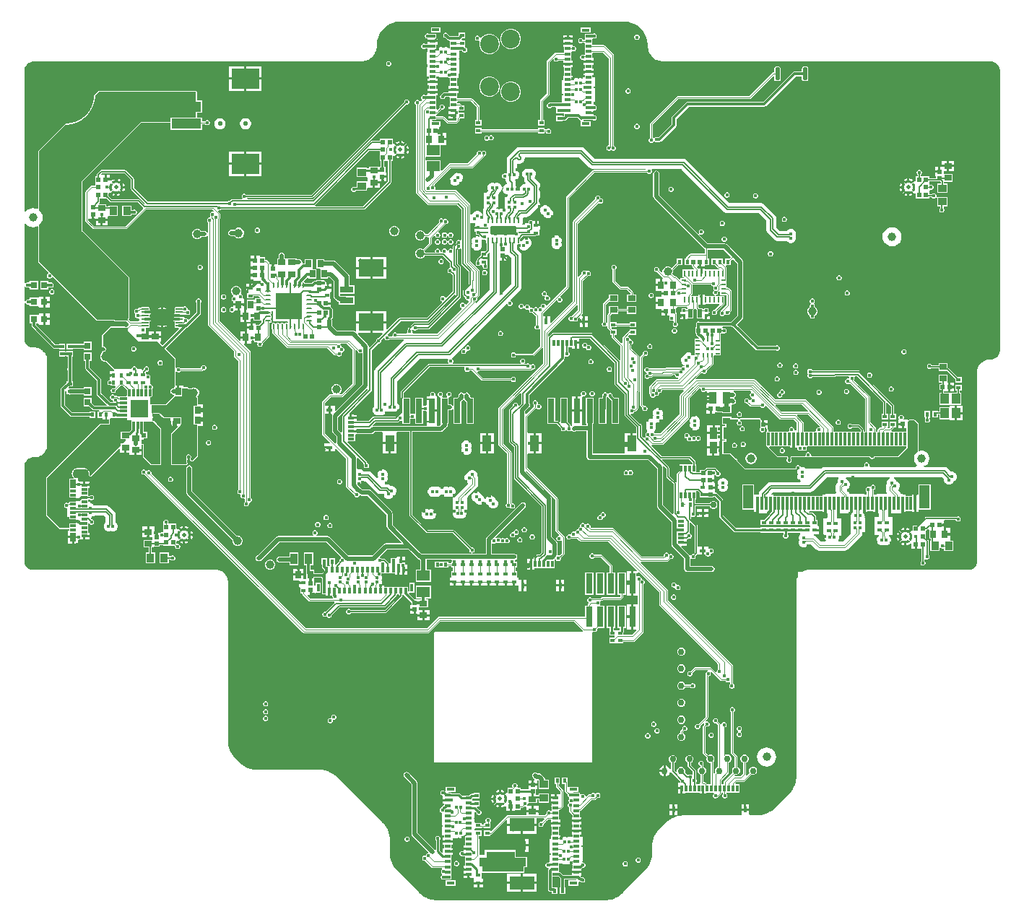
<source format=gbl>
G04*
G04 #@! TF.GenerationSoftware,Altium Limited,Altium Designer,23.5.1 (21)*
G04*
G04 Layer_Physical_Order=6*
G04 Layer_Color=16711680*
%FSLAX44Y44*%
%MOMM*%
G71*
G04*
G04 #@! TF.SameCoordinates,796DE07C-666B-433A-AA3A-A7060A37A772*
G04*
G04*
G04 #@! TF.FilePolarity,Positive*
G04*
G01*
G75*
%ADD10C,0.2000*%
%ADD11C,0.2500*%
%ADD13C,0.2540*%
%ADD18C,0.1270*%
%ADD25R,0.5500X0.4500*%
%ADD26R,0.7000X0.9000*%
%ADD29R,0.4500X0.5500*%
G04:AMPARAMS|DCode=31|XSize=0.55mm|YSize=1.5mm|CornerRadius=0.1375mm|HoleSize=0mm|Usage=FLASHONLY|Rotation=0.000|XOffset=0mm|YOffset=0mm|HoleType=Round|Shape=RoundedRectangle|*
%AMROUNDEDRECTD31*
21,1,0.5500,1.2250,0,0,0.0*
21,1,0.2750,1.5000,0,0,0.0*
1,1,0.2750,0.1375,-0.6125*
1,1,0.2750,-0.1375,-0.6125*
1,1,0.2750,-0.1375,0.6125*
1,1,0.2750,0.1375,0.6125*
%
%ADD31ROUNDEDRECTD31*%
%ADD32R,0.5200X0.5200*%
%ADD33R,1.5000X1.3000*%
%ADD36R,0.8500X1.3000*%
%ADD39R,0.9000X0.7000*%
%ADD43R,0.5200X0.5200*%
%ADD60R,0.3000X0.8000*%
%ADD62R,0.3500X0.3500*%
%ADD64R,1.0000X0.9000*%
%ADD76R,0.3200X0.3600*%
%ADD78R,0.9500X1.3500*%
%ADD150C,0.5080*%
%ADD152C,0.6000*%
%ADD153C,0.1010*%
%ADD154C,0.1400*%
%ADD156C,1.0000*%
%ADD160R,0.8000X0.3000*%
%ADD164C,0.7500*%
%ADD165C,0.1020*%
%ADD166C,0.3500*%
%ADD167C,0.3000*%
%ADD168C,0.5000*%
%ADD170C,0.2450*%
%ADD171C,0.1250*%
%ADD173C,0.4000*%
%ADD174C,0.3500*%
%ADD175O,0.4060X0.4064*%
%ADD176C,0.5000*%
%ADD177C,0.5500*%
%ADD178O,1.0000X0.7000*%
G04:AMPARAMS|DCode=179|XSize=1.6mm|YSize=0.9mm|CornerRadius=0mm|HoleSize=0mm|Usage=FLASHONLY|Rotation=45.000|XOffset=0mm|YOffset=0mm|HoleType=Round|Shape=Round|*
%AMOVALD179*
21,1,0.7000,0.9000,0.0000,0.0000,45.0*
1,1,0.9000,-0.2475,-0.2475*
1,1,0.9000,0.2475,0.2475*
%
%ADD179OVALD179*%

G04:AMPARAMS|DCode=180|XSize=1.6mm|YSize=0.9mm|CornerRadius=0mm|HoleSize=0mm|Usage=FLASHONLY|Rotation=315.000|XOffset=0mm|YOffset=0mm|HoleType=Round|Shape=Round|*
%AMOVALD180*
21,1,0.7000,0.9000,0.0000,0.0000,315.0*
1,1,0.9000,-0.2475,0.2475*
1,1,0.9000,0.2475,-0.2475*
%
%ADD180OVALD180*%

%ADD182O,1.9000X1.1000*%
%ADD183O,2.4000X1.1000*%
%ADD184C,2.2000*%
%ADD185C,7.4000*%
%ADD186C,7.0000*%
%ADD187C,5.0000*%
%ADD188C,0.4064*%
%ADD189C,2.7000*%
%ADD191R,0.8000X0.4000*%
%ADD192R,0.4000X0.8000*%
%ADD193R,0.8000X0.8000*%
%ADD194R,0.2500X0.6750*%
%ADD195R,0.5750X0.2500*%
%ADD196R,0.5000X1.0000*%
G04:AMPARAMS|DCode=197|XSize=0.84mm|YSize=0.26mm|CornerRadius=0.0325mm|HoleSize=0mm|Usage=FLASHONLY|Rotation=270.000|XOffset=0mm|YOffset=0mm|HoleType=Round|Shape=RoundedRectangle|*
%AMROUNDEDRECTD197*
21,1,0.8400,0.1950,0,0,270.0*
21,1,0.7750,0.2600,0,0,270.0*
1,1,0.0650,-0.0975,-0.3875*
1,1,0.0650,-0.0975,0.3875*
1,1,0.0650,0.0975,0.3875*
1,1,0.0650,0.0975,-0.3875*
%
%ADD197ROUNDEDRECTD197*%
G04:AMPARAMS|DCode=198|XSize=0.84mm|YSize=0.26mm|CornerRadius=0.0325mm|HoleSize=0mm|Usage=FLASHONLY|Rotation=0.000|XOffset=0mm|YOffset=0mm|HoleType=Round|Shape=RoundedRectangle|*
%AMROUNDEDRECTD198*
21,1,0.8400,0.1950,0,0,0.0*
21,1,0.7750,0.2600,0,0,0.0*
1,1,0.0650,0.3875,-0.0975*
1,1,0.0650,-0.3875,-0.0975*
1,1,0.0650,-0.3875,0.0975*
1,1,0.0650,0.3875,0.0975*
%
%ADD198ROUNDEDRECTD198*%
%ADD199R,2.1000X2.1000*%
%ADD200O,0.5000X0.2000*%
%ADD201O,0.2000X0.5000*%
%ADD202R,0.5220X0.6000*%
G04:AMPARAMS|DCode=203|XSize=0.2mm|YSize=0.125mm|CornerRadius=0mm|HoleSize=0mm|Usage=FLASHONLY|Rotation=135.000|XOffset=0mm|YOffset=0mm|HoleType=Round|Shape=Round|*
%AMOVALD203*
21,1,0.0750,0.1250,0.0000,0.0000,135.0*
1,1,0.1250,0.0265,-0.0265*
1,1,0.1250,-0.0265,0.0265*
%
%ADD203OVALD203*%

G04:AMPARAMS|DCode=204|XSize=0.2mm|YSize=0.125mm|CornerRadius=0mm|HoleSize=0mm|Usage=FLASHONLY|Rotation=45.000|XOffset=0mm|YOffset=0mm|HoleType=Round|Shape=Round|*
%AMOVALD204*
21,1,0.0750,0.1250,0.0000,0.0000,45.0*
1,1,0.1250,-0.0265,-0.0265*
1,1,0.1250,0.0265,0.0265*
%
%ADD204OVALD204*%

%ADD205R,0.6500X0.3000*%
%ADD206R,0.9500X0.4000*%
%ADD207R,5.5000X1.0000*%
%ADD208R,3.0000X1.6000*%
%ADD209R,3.3000X2.4000*%
%ADD210R,3.5000X1.2000*%
G04:AMPARAMS|DCode=211|XSize=0.25mm|YSize=0.6mm|CornerRadius=0.0625mm|HoleSize=0mm|Usage=FLASHONLY|Rotation=0.000|XOffset=0mm|YOffset=0mm|HoleType=Round|Shape=RoundedRectangle|*
%AMROUNDEDRECTD211*
21,1,0.2500,0.4750,0,0,0.0*
21,1,0.1250,0.6000,0,0,0.0*
1,1,0.1250,0.0625,-0.2375*
1,1,0.1250,-0.0625,-0.2375*
1,1,0.1250,-0.0625,0.2375*
1,1,0.1250,0.0625,0.2375*
%
%ADD211ROUNDEDRECTD211*%
G04:AMPARAMS|DCode=212|XSize=0.25mm|YSize=0.6mm|CornerRadius=0.0625mm|HoleSize=0mm|Usage=FLASHONLY|Rotation=90.000|XOffset=0mm|YOffset=0mm|HoleType=Round|Shape=RoundedRectangle|*
%AMROUNDEDRECTD212*
21,1,0.2500,0.4750,0,0,90.0*
21,1,0.1250,0.6000,0,0,90.0*
1,1,0.1250,0.2375,0.0625*
1,1,0.1250,0.2375,-0.0625*
1,1,0.1250,-0.2375,-0.0625*
1,1,0.1250,-0.2375,0.0625*
%
%ADD212ROUNDEDRECTD212*%
%ADD213R,3.1000X3.1000*%
G04:AMPARAMS|DCode=214|XSize=0.25mm|YSize=0.6mm|CornerRadius=0.025mm|HoleSize=0mm|Usage=FLASHONLY|Rotation=0.000|XOffset=0mm|YOffset=0mm|HoleType=Round|Shape=RoundedRectangle|*
%AMROUNDEDRECTD214*
21,1,0.2500,0.5500,0,0,0.0*
21,1,0.2000,0.6000,0,0,0.0*
1,1,0.0500,0.1000,-0.2750*
1,1,0.0500,-0.1000,-0.2750*
1,1,0.0500,-0.1000,0.2750*
1,1,0.0500,0.1000,0.2750*
%
%ADD214ROUNDEDRECTD214*%
G04:AMPARAMS|DCode=215|XSize=1mm|YSize=3mm|CornerRadius=0.05mm|HoleSize=0mm|Usage=FLASHONLY|Rotation=90.000|XOffset=0mm|YOffset=0mm|HoleType=Round|Shape=RoundedRectangle|*
%AMROUNDEDRECTD215*
21,1,1.0000,2.9000,0,0,90.0*
21,1,0.9000,3.0000,0,0,90.0*
1,1,0.1000,1.4500,0.4500*
1,1,0.1000,1.4500,-0.4500*
1,1,0.1000,-1.4500,-0.4500*
1,1,0.1000,-1.4500,0.4500*
%
%ADD215ROUNDEDRECTD215*%
G04:AMPARAMS|DCode=216|XSize=0.25mm|YSize=0.6mm|CornerRadius=0.025mm|HoleSize=0mm|Usage=FLASHONLY|Rotation=90.000|XOffset=0mm|YOffset=0mm|HoleType=Round|Shape=RoundedRectangle|*
%AMROUNDEDRECTD216*
21,1,0.2500,0.5500,0,0,90.0*
21,1,0.2000,0.6000,0,0,90.0*
1,1,0.0500,0.2750,0.1000*
1,1,0.0500,0.2750,-0.1000*
1,1,0.0500,-0.2750,-0.1000*
1,1,0.0500,-0.2750,0.1000*
%
%ADD216ROUNDEDRECTD216*%
%ADD217R,0.4750X0.2500*%
%ADD218R,0.2500X0.4750*%
%ADD219R,1.6000X0.8000*%
%ADD220R,3.0000X2.1000*%
%ADD221R,1.0000X1.2000*%
%ADD222R,0.9000X1.0000*%
%ADD223R,0.4000X0.9500*%
%ADD224R,0.3000X0.6500*%
%ADD225R,0.7000X1.0000*%
%ADD226R,0.7000X0.3000*%
%ADD227R,1.1000X1.9000*%
%ADD228R,0.7000X2.9000*%
%ADD229R,0.7600X2.4000*%
%ADD230R,0.8800X0.7200*%
%ADD231R,0.8000X0.8000*%
%ADD232C,1.7550*%
%ADD233O,0.8500X0.2000*%
%ADD234R,1.2000X2.7500*%
%ADD235R,0.3000X1.5500*%
%ADD236R,1.5000X1.2500*%
%ADD237R,0.9800X3.4000*%
%ADD238C,0.2700*%
G36*
X132499Y508871D02*
X134332Y508871D01*
X137966Y508392D01*
X141506Y507444D01*
X144893Y506041D01*
X148067Y504208D01*
X150975Y501977D01*
X153567Y499385D01*
X155798Y496477D01*
X157631Y493303D01*
X159033Y489917D01*
X159982Y486377D01*
X160460Y482743D01*
X160460Y480910D01*
X160470Y480860D01*
X160463Y480810D01*
X160545Y479144D01*
X160581Y478997D01*
Y478846D01*
X161231Y475577D01*
X161308Y475392D01*
X161348Y475195D01*
X162623Y472116D01*
X162734Y471949D01*
X162811Y471763D01*
X164663Y468993D01*
X164805Y468851D01*
X164916Y468684D01*
X167273Y466327D01*
X167440Y466216D01*
X167582Y466073D01*
X170353Y464222D01*
X170538Y464145D01*
X170705Y464034D01*
X173784Y462758D01*
X173981Y462719D01*
X174167Y462642D01*
X177435Y461992D01*
X177586D01*
X177733Y461955D01*
X179399Y461874D01*
X179450Y461881D01*
X179499Y461871D01*
X216750D01*
X563050Y461871D01*
X564100D01*
X566159Y461461D01*
X568100Y460658D01*
X569846Y459491D01*
X571331Y458006D01*
X572497Y456260D01*
X573301Y454320D01*
X573711Y452260D01*
X573711Y451210D01*
X573711Y123400D01*
X573711Y122350D01*
X573301Y120290D01*
X572497Y118350D01*
X571331Y116604D01*
X569846Y115119D01*
X568100Y113952D01*
X566159Y113149D01*
X564100Y112739D01*
X561700D01*
X561650Y112729D01*
X561600Y112737D01*
X560355Y112675D01*
X560209Y112639D01*
X560057D01*
X557616Y112153D01*
X557430Y112076D01*
X557233Y112037D01*
X554933Y111084D01*
X554766Y110973D01*
X554580Y110896D01*
X552510Y109513D01*
X552368Y109371D01*
X552201Y109259D01*
X550441Y107499D01*
X550329Y107332D01*
X550187Y107190D01*
X548804Y105120D01*
X548727Y104934D01*
X548616Y104767D01*
X547663Y102467D01*
X547624Y102270D01*
X547547Y102084D01*
X547061Y99643D01*
Y99492D01*
X547024Y99345D01*
X546963Y98100D01*
X546971Y98050D01*
X546961Y98000D01*
X546961Y-123390D01*
Y-124440D01*
X546551Y-126500D01*
X545747Y-128440D01*
X544581Y-130186D01*
X543096Y-131671D01*
X541350Y-132838D01*
X539410Y-133641D01*
X537350Y-134051D01*
X536300Y-134051D01*
X349450D01*
X349400Y-134061D01*
X349350Y-134053D01*
X348105Y-134115D01*
X347958Y-134151D01*
X347807D01*
X345365Y-134637D01*
X345180Y-134714D01*
X344983Y-134753D01*
X342683Y-135706D01*
X342516Y-135817D01*
X342330Y-135894D01*
X342037Y-136090D01*
X336750D01*
Y-141377D01*
X336554Y-141670D01*
X336477Y-141856D01*
X336365Y-142023D01*
X335413Y-144323D01*
X335373Y-144520D01*
X335297Y-144706D01*
X334811Y-147147D01*
Y-147298D01*
X334774Y-147445D01*
X334713Y-148690D01*
X334720Y-148740D01*
X334711Y-148790D01*
X334711Y-376550D01*
X334711Y-377957D01*
X334435Y-380755D01*
X333886Y-383513D01*
X333070Y-386204D01*
X331994Y-388802D01*
X330668Y-391282D01*
X329106Y-393621D01*
X327322Y-395795D01*
X326328Y-396789D01*
X326328Y-396789D01*
X309538Y-413578D01*
X309538Y-413578D01*
X308544Y-414572D01*
X306370Y-416356D01*
X304032Y-417919D01*
X301552Y-419244D01*
X298954Y-420320D01*
X296263Y-421137D01*
X293505Y-421685D01*
X290706Y-421961D01*
X289300Y-421961D01*
X280601D01*
X279415Y-420691D01*
Y-416488D01*
X274875D01*
X270335D01*
X270335Y-421758D01*
X269149Y-421961D01*
X203700Y-421961D01*
X203675Y-421966D01*
X203650Y-421962D01*
X202146Y-421998D01*
X202071Y-422015D01*
X201996Y-422008D01*
X199001Y-422303D01*
X198905Y-422332D01*
X198803D01*
X195852Y-422919D01*
X195759Y-422958D01*
X195658Y-422968D01*
X192779Y-423841D01*
X192690Y-423889D01*
X192591Y-423908D01*
X189811Y-425060D01*
X189727Y-425116D01*
X189630Y-425145D01*
X186976Y-426564D01*
X186898Y-426628D01*
X186805Y-426667D01*
X184303Y-428338D01*
X184231Y-428410D01*
X184142Y-428458D01*
X181816Y-430366D01*
X181768Y-430425D01*
X181704Y-430466D01*
X180614Y-431503D01*
X180599Y-431524D01*
X180578Y-431538D01*
X174938Y-437178D01*
X174924Y-437199D01*
X174903Y-437214D01*
X173866Y-438304D01*
X173825Y-438368D01*
X173766Y-438416D01*
X171857Y-440742D01*
X171810Y-440831D01*
X171738Y-440903D01*
X170066Y-443405D01*
X170028Y-443498D01*
X169963Y-443577D01*
X168545Y-446230D01*
X168516Y-446327D01*
X168460Y-446411D01*
X167308Y-449191D01*
X167288Y-449290D01*
X167241Y-449379D01*
X166367Y-452258D01*
X166357Y-452359D01*
X166319Y-452453D01*
X165732Y-455404D01*
Y-455505D01*
X165702Y-455602D01*
X165407Y-458596D01*
X165415Y-458672D01*
X165398Y-458746D01*
X165361Y-460250D01*
X165366Y-460275D01*
X165361Y-460300D01*
X165361Y-468953D01*
X165361Y-471284D01*
X164451Y-475856D01*
X162667Y-480163D01*
X160077Y-484039D01*
X158429Y-485687D01*
X158429Y-485687D01*
X131572Y-512544D01*
X130194Y-513922D01*
X128020Y-515706D01*
X125682Y-517269D01*
X123202Y-518594D01*
X120604Y-519670D01*
X117913Y-520487D01*
X115155Y-521035D01*
X112356Y-521311D01*
X110950Y-521311D01*
X-88207D01*
X-91005Y-521035D01*
X-93763Y-520487D01*
X-96454Y-519670D01*
X-99053Y-518594D01*
X-101533Y-517269D01*
X-103871Y-515706D01*
X-106045Y-513922D01*
X-107039Y-512928D01*
X-107423Y-512544D01*
X-107423Y-512544D01*
X-134280Y-485687D01*
X-134280Y-485687D01*
X-135928Y-484039D01*
X-138518Y-480163D01*
X-140302Y-475856D01*
X-141211Y-471284D01*
X-141211Y-468953D01*
X-141211Y-452950D01*
X-141216Y-452925D01*
X-141212Y-452900D01*
X-141249Y-451395D01*
X-141265Y-451321D01*
X-141258Y-451245D01*
X-141553Y-448251D01*
X-141582Y-448154D01*
Y-448053D01*
X-142169Y-445102D01*
X-142208Y-445009D01*
X-142218Y-444908D01*
X-143091Y-442029D01*
X-143139Y-441939D01*
X-143159Y-441840D01*
X-144310Y-439060D01*
X-144366Y-438976D01*
X-144396Y-438880D01*
X-145814Y-436226D01*
X-145878Y-436148D01*
X-145917Y-436054D01*
X-147589Y-433553D01*
X-147660Y-433481D01*
X-147708Y-433392D01*
X-149617Y-431066D01*
X-149675Y-431018D01*
X-149716Y-430953D01*
X-150754Y-429864D01*
X-150774Y-429849D01*
X-150789Y-429828D01*
X-202578Y-378038D01*
X-202599Y-378024D01*
X-202614Y-378004D01*
X-203704Y-376966D01*
X-203768Y-376925D01*
X-203816Y-376866D01*
X-206142Y-374958D01*
X-206231Y-374910D01*
X-206303Y-374838D01*
X-208805Y-373167D01*
X-208898Y-373128D01*
X-208976Y-373064D01*
X-211630Y-371646D01*
X-211727Y-371616D01*
X-211811Y-371560D01*
X-214591Y-370409D01*
X-214690Y-370389D01*
X-214779Y-370341D01*
X-217658Y-369468D01*
X-217759Y-369458D01*
X-217852Y-369419D01*
X-220803Y-368832D01*
X-220905D01*
X-221001Y-368803D01*
X-223996Y-368508D01*
X-224071Y-368515D01*
X-224146Y-368498D01*
X-225650Y-368461D01*
X-225675Y-368466D01*
X-225700Y-368461D01*
X-299206D01*
X-302005Y-368185D01*
X-304763Y-367637D01*
X-307454Y-366820D01*
X-310052Y-365744D01*
X-312532Y-364419D01*
X-314870Y-362856D01*
X-317044Y-361072D01*
X-322828Y-355288D01*
X-322828Y-355288D01*
X-323823Y-354294D01*
X-325606Y-352120D01*
X-327169Y-349782D01*
X-328494Y-347302D01*
X-329571Y-344703D01*
X-330387Y-342012D01*
X-330936Y-339254D01*
X-331204Y-336525D01*
X-331114Y-335188D01*
X-331123Y-335118D01*
X-331109Y-335049D01*
X-331211Y-148789D01*
X-331221Y-148740D01*
X-331214Y-148690D01*
X-331275Y-147445D01*
X-331312Y-147298D01*
Y-147147D01*
X-331797Y-144706D01*
X-331874Y-144520D01*
X-331913Y-144323D01*
X-332866Y-142023D01*
X-332978Y-141856D01*
X-333055Y-141670D01*
X-334438Y-139600D01*
X-334580Y-139458D01*
X-334691Y-139291D01*
X-336452Y-137531D01*
X-336619Y-137419D01*
X-336761Y-137277D01*
X-338831Y-135894D01*
X-339016Y-135817D01*
X-339183Y-135706D01*
X-341483Y-134753D01*
X-341680Y-134714D01*
X-341866Y-134637D01*
X-344308Y-134151D01*
X-344459D01*
X-344605Y-134115D01*
X-345850Y-134053D01*
X-345900Y-134061D01*
X-345950Y-134051D01*
X-559550Y-134051D01*
X-560600D01*
X-562660Y-133641D01*
X-564600Y-132838D01*
X-566346Y-131671D01*
X-567831Y-130186D01*
X-568998Y-128440D01*
X-569801Y-126500D01*
X-570211Y-124440D01*
X-570211Y-123390D01*
X-570211Y-12840D01*
Y-11790D01*
X-569802Y-9730D01*
X-568998Y-7790D01*
X-567831Y-6044D01*
X-566346Y-4559D01*
X-564600Y-3392D01*
X-562660Y-2589D01*
X-560600Y-2179D01*
X-558200Y-2179D01*
X-558150Y-2169D01*
X-558100Y-2177D01*
X-556855Y-2115D01*
X-556709Y-2079D01*
X-556557D01*
X-554116Y-1593D01*
X-553930Y-1516D01*
X-553733Y-1477D01*
X-551433Y-524D01*
X-551266Y-413D01*
X-551080Y-336D01*
X-549010Y1047D01*
X-548868Y1189D01*
X-548701Y1301D01*
X-546941Y3061D01*
X-546829Y3228D01*
X-546687Y3370D01*
X-545304Y5440D01*
X-545227Y5626D01*
X-545116Y5793D01*
X-544163Y8093D01*
X-544124Y8290D01*
X-544047Y8476D01*
X-543561Y10917D01*
Y11069D01*
X-543525Y11215D01*
X-543463Y12460D01*
X-543471Y12510D01*
X-543461Y12560D01*
Y111800D01*
X-543471Y111850D01*
X-543463Y111900D01*
X-543525Y113145D01*
X-543561Y113292D01*
Y113443D01*
X-544047Y115884D01*
X-544124Y116070D01*
X-544163Y116267D01*
X-545116Y118567D01*
X-545227Y118734D01*
X-545304Y118920D01*
X-546687Y120990D01*
X-546829Y121132D01*
X-546941Y121299D01*
X-548701Y123059D01*
X-548868Y123171D01*
X-549010Y123313D01*
X-551080Y124696D01*
X-551266Y124773D01*
X-551433Y124884D01*
X-553733Y125837D01*
X-553930Y125876D01*
X-554116Y125953D01*
X-556557Y126439D01*
X-556708D01*
X-556855Y126475D01*
X-558100Y126537D01*
X-558150Y126529D01*
X-558200Y126539D01*
X-560600Y126539D01*
X-562660Y126949D01*
X-564600Y127752D01*
X-566346Y128919D01*
X-567831Y130404D01*
X-568998Y132150D01*
X-569801Y134090D01*
X-570211Y136150D01*
X-570211Y137200D01*
Y178883D01*
X-568941Y179136D01*
X-568584Y178273D01*
X-567727Y177416D01*
X-566606Y176952D01*
X-565394D01*
X-564266Y176045D01*
Y174984D01*
X-554560D01*
X-554234Y174984D01*
X-553290Y174197D01*
Y173460D01*
X-548020D01*
Y180000D01*
Y186540D01*
X-553290D01*
Y185803D01*
X-554234Y185016D01*
X-554560Y185016D01*
X-564266D01*
Y183955D01*
X-565394Y183048D01*
X-566606D01*
X-567727Y182584D01*
X-568584Y181727D01*
X-568941Y180864D01*
X-570211Y181117D01*
Y197643D01*
X-570069Y197730D01*
X-568941Y198033D01*
X-568325Y197416D01*
X-567204Y196952D01*
X-565992D01*
X-565536Y197141D01*
X-564266Y196362D01*
Y194984D01*
X-554234D01*
Y205016D01*
X-564266D01*
Y203638D01*
X-565536Y202859D01*
X-565992Y203048D01*
X-567204D01*
X-568325Y202584D01*
X-568941Y201967D01*
X-570069Y202270D01*
X-570211Y202357D01*
Y271920D01*
X-568941Y272351D01*
X-567946Y271054D01*
X-565619Y269268D01*
X-562908Y268146D01*
X-560000Y267763D01*
X-557092Y268146D01*
X-555124Y268961D01*
X-553854Y268137D01*
Y227254D01*
X-553532Y226476D01*
X-541924Y214868D01*
X-542222Y213370D01*
X-542534Y213241D01*
X-543392Y212383D01*
X-543856Y211263D01*
Y210051D01*
X-543392Y208930D01*
X-542534Y208073D01*
X-541414Y207609D01*
X-540201D01*
X-539081Y208073D01*
X-538224Y208930D01*
X-538094Y209243D01*
X-536596Y209541D01*
X-485278Y158222D01*
X-484500Y157900D01*
X-465016D01*
Y157234D01*
X-450320D01*
X-447984Y154898D01*
X-447913Y154796D01*
X-447713Y153373D01*
X-450320Y150766D01*
X-451711D01*
X-451722Y150778D01*
X-452500Y151100D01*
X-469000D01*
X-469778Y150778D01*
X-478778Y141778D01*
X-479100Y141000D01*
Y127798D01*
X-478778Y127020D01*
X-478000Y126698D01*
X-477056D01*
X-476340Y126402D01*
X-475792Y125854D01*
X-475495Y125138D01*
Y124362D01*
X-475792Y123646D01*
X-476340Y123098D01*
X-477056Y122802D01*
X-478000D01*
X-478778Y122480D01*
X-479100Y121702D01*
Y120908D01*
X-480600Y119408D01*
X-481516Y117197D01*
Y114803D01*
X-480600Y112592D01*
X-478908Y110900D01*
X-476697Y109984D01*
X-474539D01*
X-465278Y100722D01*
X-464886Y100560D01*
X-465138Y99290D01*
X-470290D01*
Y95270D01*
X-465500D01*
Y92730D01*
X-470290D01*
X-470290Y88710D01*
X-471356Y88218D01*
X-471679Y88084D01*
X-472536Y87227D01*
X-473000Y86106D01*
Y84894D01*
X-472536Y83773D01*
X-471679Y82916D01*
X-470558Y82452D01*
X-469346D01*
X-468766Y82065D01*
Y81734D01*
X-463898D01*
X-463372Y80464D01*
X-464855Y78981D01*
X-465660Y79314D01*
X-466872D01*
X-467993Y78850D01*
X-468850Y77992D01*
X-469314Y76872D01*
Y75660D01*
X-468850Y74539D01*
X-467993Y73682D01*
X-466872Y73218D01*
X-465660D01*
X-464539Y73682D01*
X-463682Y74539D01*
X-463218Y75660D01*
Y75946D01*
X-457430Y81734D01*
X-455064D01*
X-454760Y81608D01*
X-454694D01*
X-449926Y76841D01*
Y70574D01*
X-450298Y69798D01*
X-451074Y69426D01*
X-458225D01*
X-459251Y69001D01*
X-460482Y69349D01*
X-460800Y69668D01*
X-461968Y70152D01*
X-464385D01*
X-464416Y70227D01*
X-465273Y71084D01*
X-466394Y71548D01*
X-467606D01*
X-468727Y71084D01*
X-469584Y70227D01*
X-470048Y69106D01*
Y67894D01*
X-469584Y66773D01*
X-468727Y65916D01*
X-467606Y65452D01*
X-466546D01*
Y64336D01*
X-466183Y63460D01*
X-466543Y62602D01*
X-466852Y62190D01*
X-469074D01*
X-480094Y73210D01*
Y88659D01*
X-480289Y89641D01*
X-480845Y90473D01*
X-493435Y103063D01*
Y110734D01*
X-490984D01*
Y120766D01*
X-501016D01*
Y110734D01*
X-498565D01*
Y102000D01*
X-498370Y101018D01*
X-497814Y100186D01*
X-485224Y87597D01*
Y72147D01*
X-485029Y71165D01*
X-484473Y70333D01*
X-473487Y59347D01*
X-473973Y58174D01*
X-487796D01*
X-490984Y61362D01*
Y67766D01*
X-501016D01*
Y57734D01*
X-494612D01*
X-490673Y53795D01*
X-489840Y53239D01*
X-488859Y53043D01*
X-482471D01*
X-481792Y51773D01*
X-481797Y51766D01*
X-484766D01*
Y44234D01*
X-478790D01*
Y42710D01*
X-478640D01*
Y40770D01*
X-473500D01*
Y38230D01*
X-478640D01*
Y38212D01*
X-479910Y37204D01*
X-480011Y37224D01*
X-480352Y37452D01*
X-480666Y37514D01*
X-480963Y37637D01*
X-481067Y37594D01*
X-481177Y37616D01*
X-481444Y37438D01*
X-481740Y37315D01*
X-544278Y-25222D01*
X-544600Y-26000D01*
Y-36500D01*
Y-70000D01*
X-544278Y-70778D01*
X-529278Y-85778D01*
X-528500Y-86100D01*
X-517517D01*
Y-87961D01*
X-519041D01*
Y-94231D01*
X-513000D01*
Y-95501D01*
X-511730D01*
Y-103041D01*
X-506961D01*
Y-99386D01*
X-506040Y-98541D01*
X-501271D01*
Y-94501D01*
X-500001D01*
Y-93231D01*
X-493961D01*
Y-90461D01*
X-495485D01*
Y-79664D01*
X-494215Y-79411D01*
X-494084Y-79727D01*
X-493227Y-80584D01*
X-492106Y-81048D01*
X-490894D01*
X-489773Y-80584D01*
X-488916Y-79727D01*
X-488452Y-78606D01*
Y-77394D01*
X-488916Y-76273D01*
X-489773Y-75416D01*
X-490894Y-74952D01*
X-491763D01*
X-492470Y-73833D01*
X-492098Y-72820D01*
X-491838D01*
X-489691Y-71930D01*
X-488195Y-70434D01*
X-477068D01*
X-474910Y-72593D01*
Y-78195D01*
X-476406Y-79691D01*
X-477295Y-81838D01*
Y-84162D01*
X-476406Y-86309D01*
X-474762Y-87953D01*
X-472615Y-88842D01*
X-470291D01*
X-468977Y-88298D01*
X-467662Y-88842D01*
X-465338D01*
X-463191Y-87953D01*
X-461547Y-86309D01*
X-460658Y-84162D01*
Y-81838D01*
X-461547Y-79691D01*
X-463043Y-78195D01*
Y-69583D01*
X-463393Y-67823D01*
X-464390Y-66331D01*
X-470806Y-59915D01*
X-472298Y-58918D01*
X-474058Y-58568D01*
X-488195D01*
X-489691Y-57072D01*
X-491838Y-56183D01*
X-492691D01*
Y-54191D01*
X-495485D01*
Y-51556D01*
X-493755D01*
X-493227Y-52084D01*
X-492106Y-52548D01*
X-490894D01*
X-489773Y-52084D01*
X-488916Y-51227D01*
X-488452Y-50106D01*
Y-48894D01*
X-488916Y-47773D01*
X-489773Y-46916D01*
X-490894Y-46452D01*
X-492106D01*
X-493227Y-46916D01*
X-493756Y-47445D01*
X-495485D01*
Y-38541D01*
X-493961D01*
Y-35771D01*
X-500000D01*
Y-34501D01*
X-501270D01*
Y-30461D01*
X-506040D01*
X-506961Y-29616D01*
Y-25961D01*
X-511374D01*
X-511402Y-25912D01*
X-511414Y-25729D01*
X-511604Y-25562D01*
X-511731Y-25343D01*
X-511964Y-25164D01*
X-512832Y-24033D01*
X-513377Y-22715D01*
X-513564Y-21301D01*
X-513377Y-19887D01*
X-512832Y-18570D01*
X-511964Y-17438D01*
X-510832Y-16570D01*
X-509515Y-16024D01*
X-508028Y-15829D01*
X-500173D01*
X-498687Y-16024D01*
X-497369Y-16570D01*
X-496238Y-17438D01*
X-495369Y-18570D01*
X-494824Y-19887D01*
X-494638Y-21301D01*
X-494836Y-22806D01*
X-494831Y-22823D01*
X-494840Y-22840D01*
X-494723Y-23227D01*
X-494716Y-23251D01*
X-494727Y-23335D01*
X-494676Y-23400D01*
X-494618Y-23619D01*
X-494602Y-23628D01*
X-494597Y-23645D01*
X-494517Y-23742D01*
X-494337Y-23839D01*
X-494213Y-24001D01*
X-493183Y-24590D01*
X-492900Y-24627D01*
X-492636Y-24736D01*
X-492497Y-24678D01*
X-492348Y-24697D01*
X-492122Y-24523D01*
X-491859Y-24414D01*
X-484222Y-16778D01*
X-459713Y7731D01*
X-458540Y7245D01*
Y3460D01*
X-452770D01*
Y9500D01*
X-450230D01*
Y3460D01*
X-447040D01*
Y460D01*
X-441270D01*
Y6500D01*
X-440000D01*
Y7770D01*
X-432960D01*
Y12384D01*
X-431100D01*
Y-1000D01*
X-430778Y-1778D01*
X-421778Y-10778D01*
X-421766Y-10783D01*
Y-11016D01*
X-421202D01*
X-421000Y-11100D01*
X-411000D01*
X-410798Y-11016D01*
X-409934D01*
Y-10081D01*
X-409900Y-10000D01*
Y31500D01*
X-410222Y32278D01*
X-414875Y36930D01*
X-414621Y37545D01*
X-419118Y42043D01*
Y47000D01*
X-411500D01*
X-405000Y40500D01*
Y34460D01*
X-404270D01*
Y40500D01*
X-401730D01*
Y34460D01*
X-390755D01*
X-390269Y33287D01*
X-397778Y25778D01*
X-398100Y25000D01*
Y23000D01*
Y-10000D01*
X-398066Y-10081D01*
Y-11016D01*
X-397202D01*
X-397000Y-11100D01*
X-380081D01*
X-379871Y-11013D01*
X-379643Y-11009D01*
X-379497Y-10858D01*
X-379304Y-10778D01*
X-379216Y-10567D01*
X-379058Y-10403D01*
X-378557Y-9133D01*
X-378561Y-8924D01*
X-378481Y-8730D01*
X-378568Y-8519D01*
X-378572Y-8292D01*
X-378723Y-8146D01*
X-378803Y-7952D01*
X-379152Y-7604D01*
X-379448Y-6888D01*
Y-6112D01*
X-379152Y-5396D01*
X-378533Y-4778D01*
X-378211Y-4000D01*
X-378533Y-3222D01*
X-379152Y-2604D01*
X-379448Y-1888D01*
Y-1112D01*
X-379152Y-396D01*
X-378604Y152D01*
X-377888Y448D01*
X-377113D01*
X-376396Y152D01*
X-375848Y-396D01*
X-375552Y-1112D01*
Y-1888D01*
X-375848Y-2604D01*
X-376467Y-3222D01*
X-376789Y-4000D01*
X-376467Y-4778D01*
X-375848Y-5396D01*
X-375538Y-6146D01*
X-375249Y-6435D01*
X-374969Y-6730D01*
X-374270Y-7041D01*
X-374158Y-7044D01*
X-374066Y-7109D01*
X-373425Y-7254D01*
X-373300Y-7233D01*
X-373182Y-7282D01*
X-372898Y-7164D01*
X-372596Y-7113D01*
X-372522Y-7008D01*
X-372404Y-6960D01*
X-367222Y-1778D01*
X-366900Y-1000D01*
Y34460D01*
X-360960D01*
Y40230D01*
X-367000D01*
Y42770D01*
X-360960D01*
Y45960D01*
Y51730D01*
X-367000D01*
Y54270D01*
X-360960D01*
Y60040D01*
X-366900D01*
Y68000D01*
X-367222Y68778D01*
X-367569Y69124D01*
X-366400Y70293D01*
X-365484Y72504D01*
Y74897D01*
X-366400Y77108D01*
X-368092Y78801D01*
X-370303Y79717D01*
X-372697D01*
X-374908Y78801D01*
X-375234Y78474D01*
X-375694Y78565D01*
X-377010D01*
X-378222Y79778D01*
X-379000Y80100D01*
X-383960D01*
Y82040D01*
X-388730D01*
Y75000D01*
X-391270D01*
Y82040D01*
X-392900D01*
Y97794D01*
X-391630Y98320D01*
X-391227Y97916D01*
X-390106Y97452D01*
X-388894D01*
X-387773Y97916D01*
X-386916Y98773D01*
X-386885Y98848D01*
X-362549D01*
X-361381Y99332D01*
X-360722Y99992D01*
X-360612Y99946D01*
X-359400D01*
X-358280Y100410D01*
X-357422Y101268D01*
X-356958Y102388D01*
Y103601D01*
X-357422Y104721D01*
X-358280Y105578D01*
X-359400Y106042D01*
X-360612D01*
X-361733Y105578D01*
X-362590Y104721D01*
X-363054Y103601D01*
Y102388D01*
X-364228Y102152D01*
X-386885D01*
X-386916Y102227D01*
X-387773Y103084D01*
X-388894Y103548D01*
X-390106D01*
X-391227Y103084D01*
X-391630Y102680D01*
X-392900Y103206D01*
Y113500D01*
X-393222Y114278D01*
X-404408Y125464D01*
X-380920Y148952D01*
X-380894D01*
X-379773Y149416D01*
X-378916Y150273D01*
X-378637Y150947D01*
X-378236Y151348D01*
X-377802Y151638D01*
X-364186Y165254D01*
X-363630Y166086D01*
X-363435Y167068D01*
Y179255D01*
X-363416Y179273D01*
X-362952Y180394D01*
Y181606D01*
X-363416Y182727D01*
X-364273Y183584D01*
X-365394Y184048D01*
X-366606D01*
X-367727Y183584D01*
X-368584Y182727D01*
X-369048Y181606D01*
Y180394D01*
X-368584Y179273D01*
X-368565Y179255D01*
Y168131D01*
X-377374Y159322D01*
X-378872Y159620D01*
X-378916Y159727D01*
X-379773Y160584D01*
X-380894Y161048D01*
X-381972D01*
X-382306Y161547D01*
X-382576Y162221D01*
X-382311Y162619D01*
X-382289Y162730D01*
X-388895D01*
X-395502D01*
X-395480Y162619D01*
X-395119Y162078D01*
X-395585Y161381D01*
X-395607Y161270D01*
X-389000D01*
Y158730D01*
X-395607D01*
X-395585Y158619D01*
X-394802Y157448D01*
X-394045Y156942D01*
X-394149Y156787D01*
X-394305Y156000D01*
X-394149Y155213D01*
X-393703Y154547D01*
Y153453D01*
X-394149Y152787D01*
X-394305Y152000D01*
X-394149Y151213D01*
X-393703Y150547D01*
X-393037Y150101D01*
X-392250Y149944D01*
X-390452D01*
X-389982Y149630D01*
X-389408Y149516D01*
X-388862Y148266D01*
X-408036Y129092D01*
X-411231Y132287D01*
X-410745Y133460D01*
X-409960D01*
Y138230D01*
X-417000D01*
Y139500D01*
X-418270D01*
Y145540D01*
X-418500D01*
Y145500D01*
X-421000D01*
Y145540D01*
X-427138D01*
X-427987Y146810D01*
X-427952Y146894D01*
Y148106D01*
X-428187Y148674D01*
X-427475Y149944D01*
X-425355D01*
X-424568Y150101D01*
X-423901Y150547D01*
X-423456Y151213D01*
X-423299Y152000D01*
X-423456Y152787D01*
X-423901Y153454D01*
Y154547D01*
X-423456Y155213D01*
X-423299Y156000D01*
X-423456Y156787D01*
X-423559Y156942D01*
X-422803Y157448D01*
X-422020Y158619D01*
X-421998Y158730D01*
X-428605D01*
Y161270D01*
X-421998D01*
X-422020Y161381D01*
X-422803Y162552D01*
X-423487Y163010D01*
X-423351Y163213D01*
X-423195Y164000D01*
X-423351Y164787D01*
X-423455Y164942D01*
X-422698Y165448D01*
X-421915Y166619D01*
X-421893Y166730D01*
X-428500D01*
Y169270D01*
X-421893D01*
X-421915Y169381D01*
X-422698Y170552D01*
X-423455Y171058D01*
X-423351Y171213D01*
X-423195Y172000D01*
X-423351Y172787D01*
X-423797Y173454D01*
X-424463Y173899D01*
X-425250Y174056D01*
X-431750D01*
X-432537Y173899D01*
X-432907Y173652D01*
X-434753D01*
X-435921Y173168D01*
X-437291Y171798D01*
X-437894Y172048D01*
X-439106D01*
X-440227Y171584D01*
X-441084Y170727D01*
X-441548Y169606D01*
Y168394D01*
X-441084Y167273D01*
X-440709Y166898D01*
X-440084Y165727D01*
X-440548Y164606D01*
Y163394D01*
X-440084Y162273D01*
X-439227Y161416D01*
X-438106Y160952D01*
X-436894D01*
X-436540Y161098D01*
X-435427Y160185D01*
X-435464Y160000D01*
X-435249Y158922D01*
X-435954Y157652D01*
X-446066D01*
X-447984Y159570D01*
Y159961D01*
X-447722Y160222D01*
X-447400Y161000D01*
Y209000D01*
X-447722Y209778D01*
X-501900Y263955D01*
Y321544D01*
X-433545Y389900D01*
X-399016Y389900D01*
Y381984D01*
X-361984D01*
Y388848D01*
X-358115D01*
X-358084Y388773D01*
X-357227Y387916D01*
X-356106Y387452D01*
X-354894D01*
X-353773Y387916D01*
X-352916Y388773D01*
X-352452Y389894D01*
Y391106D01*
X-352916Y392227D01*
X-353773Y393084D01*
X-354894Y393548D01*
X-356106D01*
X-357227Y393084D01*
X-358084Y392227D01*
X-358115Y392152D01*
X-361984D01*
Y396016D01*
X-367900D01*
Y401984D01*
X-361984D01*
Y416016D01*
X-367900D01*
Y426500D01*
X-368222Y427278D01*
X-369000Y427600D01*
X-483000D01*
X-483778Y427278D01*
X-488012Y423043D01*
X-488334Y422266D01*
Y421162D01*
X-489194Y415734D01*
X-490892Y410507D01*
X-493387Y405610D01*
X-496618Y401164D01*
X-500504Y397277D01*
X-504950Y394047D01*
X-509847Y391552D01*
X-515074Y389854D01*
X-520502Y388994D01*
X-521606D01*
X-522384Y388672D01*
X-553532Y357523D01*
X-553854Y356746D01*
Y289863D01*
X-555124Y289039D01*
X-557092Y289854D01*
X-560000Y290237D01*
X-562908Y289854D01*
X-565619Y288732D01*
X-567946Y286946D01*
X-568941Y285649D01*
X-570211Y286080D01*
X-570211Y451210D01*
Y452260D01*
X-569802Y454320D01*
X-568998Y456260D01*
X-567831Y458006D01*
X-566346Y459491D01*
X-564600Y460658D01*
X-562660Y461461D01*
X-560600Y461871D01*
X-559550Y461871D01*
X-213250D01*
X-176000Y461871D01*
X-175950Y461881D01*
X-175900Y461874D01*
X-174234Y461955D01*
X-174087Y461992D01*
X-173936D01*
X-170667Y462642D01*
X-170482Y462719D01*
X-170285Y462758D01*
X-167206Y464034D01*
X-167039Y464145D01*
X-166853Y464222D01*
X-164083Y466073D01*
X-163941Y466216D01*
X-163773Y466327D01*
X-161417Y468684D01*
X-161306Y468851D01*
X-161163Y468993D01*
X-159312Y471763D01*
X-159235Y471949D01*
X-159123Y472116D01*
X-157848Y475195D01*
X-157809Y475392D01*
X-157732Y475577D01*
X-157082Y478846D01*
Y478997D01*
X-157045Y479144D01*
X-156963Y480810D01*
X-156971Y480860D01*
X-156961Y480910D01*
X-156961Y482743D01*
X-156482Y486377D01*
X-155534Y489917D01*
X-154131Y493303D01*
X-152298Y496478D01*
X-150067Y499385D01*
X-147476Y501977D01*
X-144567Y504209D01*
X-141393Y506041D01*
X-138007Y507444D01*
X-134467Y508393D01*
X-130833Y508871D01*
X-129000Y508871D01*
X132499Y508871D01*
D02*
G37*
G36*
X-369000Y396016D02*
X-399016D01*
Y391000D01*
X-434000Y391000D01*
X-503000Y322000D01*
Y263500D01*
X-448500Y209000D01*
Y161000D01*
X-450500Y159000D01*
X-484500D01*
X-552754Y227254D01*
Y270517D01*
X-552054Y271054D01*
X-550268Y273381D01*
X-549146Y276092D01*
X-548763Y279000D01*
X-549146Y281908D01*
X-550268Y284619D01*
X-552054Y286946D01*
X-552754Y287483D01*
Y356746D01*
X-521606Y387894D01*
X-520416D01*
X-514817Y388781D01*
X-509425Y390533D01*
X-504374Y393106D01*
X-499787Y396439D01*
X-495779Y400447D01*
X-492447Y405033D01*
X-489873Y410085D01*
X-488121Y415476D01*
X-487234Y421076D01*
Y422266D01*
X-483000Y426500D01*
X-369000D01*
Y396016D01*
D02*
G37*
G36*
X-436000Y133500D02*
X-414000D01*
X-394000Y113500D01*
Y80516D01*
X-394516D01*
Y78585D01*
X-395500D01*
X-396872Y78312D01*
X-398035Y77535D01*
X-398812Y76372D01*
X-399085Y75000D01*
X-398812Y73628D01*
X-398035Y72465D01*
X-396872Y71688D01*
X-395500Y71415D01*
X-394516D01*
Y69984D01*
X-404500Y60000D01*
X-422500Y60000D01*
Y68524D01*
X-421525D01*
X-420499Y68949D01*
X-420074Y69975D01*
Y77725D01*
X-420339Y78365D01*
X-420013Y78692D01*
X-419548Y79812D01*
Y81025D01*
X-420013Y82145D01*
X-420870Y83002D01*
X-421990Y83466D01*
X-422500D01*
Y91000D01*
X-422581Y91081D01*
X-422451Y91393D01*
Y92606D01*
X-422915Y93726D01*
X-423773Y94584D01*
X-424893Y95048D01*
X-426105D01*
X-426418Y94918D01*
X-427734Y96234D01*
Y97766D01*
X-426766Y98494D01*
X-426494D01*
X-425374Y98958D01*
X-424516Y99815D01*
X-424052Y100936D01*
Y102148D01*
X-424516Y103268D01*
X-425374Y104126D01*
X-426494Y104590D01*
X-427706D01*
X-428827Y104126D01*
X-429684Y103268D01*
X-430148Y102148D01*
Y101401D01*
X-431525Y100024D01*
X-433000Y101500D01*
X-438241D01*
Y102381D01*
X-438705Y103501D01*
X-439563Y104359D01*
X-440683Y104823D01*
X-441895D01*
X-443016Y104359D01*
X-443873Y103501D01*
X-444337Y102381D01*
Y101500D01*
X-464500D01*
X-478000Y115000D01*
Y121702D01*
X-476838D01*
X-475717Y122166D01*
X-474860Y123023D01*
X-474396Y124144D01*
Y125356D01*
X-474860Y126477D01*
X-475717Y127334D01*
X-476838Y127798D01*
X-478000D01*
Y141000D01*
X-469000Y150000D01*
X-452500D01*
X-436000Y133500D01*
D02*
G37*
G36*
X-368000Y68000D02*
Y58516D01*
X-371516D01*
Y47484D01*
X-371516D01*
Y47016D01*
X-371516D01*
Y35984D01*
X-368000D01*
Y-1000D01*
X-373182Y-6182D01*
X-373823Y-6036D01*
X-374522Y-5726D01*
X-374916Y-4773D01*
X-375690Y-4000D01*
X-374916Y-3227D01*
X-374452Y-2106D01*
Y-894D01*
X-374916Y227D01*
X-375773Y1084D01*
X-376894Y1548D01*
X-378106D01*
X-379227Y1084D01*
X-380084Y227D01*
X-380548Y-894D01*
Y-2106D01*
X-380084Y-3227D01*
X-379310Y-4000D01*
X-380084Y-4773D01*
X-380548Y-5894D01*
Y-7106D01*
X-380084Y-8227D01*
X-379580Y-8730D01*
X-380081Y-10000D01*
X-397000D01*
Y23000D01*
Y25000D01*
X-387000Y35000D01*
Y35984D01*
X-385984D01*
Y45016D01*
X-396214D01*
X-397016Y45016D01*
X-397016Y45016D01*
X-397484D01*
Y45016D01*
X-398286Y45016D01*
X-406016D01*
X-410000Y49000D01*
X-410748D01*
X-410749Y49001D01*
X-411775Y49426D01*
X-419525D01*
X-419730Y49342D01*
X-421000Y50190D01*
Y58900D01*
X-404500Y58900D01*
X-403722Y59222D01*
X-393738Y69206D01*
X-393699Y69301D01*
X-393516Y69484D01*
X-385484D01*
Y79000D01*
X-379000D01*
X-368000Y68000D01*
D02*
G37*
G36*
X-449500Y41000D02*
X-445000D01*
Y35478D01*
X-445065Y35150D01*
Y30621D01*
X-447621Y28065D01*
X-449500D01*
X-449748Y28016D01*
X-457016D01*
Y18984D01*
X-451675D01*
X-451189Y17811D01*
X-454984Y14016D01*
X-457016D01*
Y11984D01*
X-485000Y-16000D01*
X-492636Y-23636D01*
X-493666Y-23046D01*
X-493745Y-22949D01*
X-493528Y-21301D01*
X-493752Y-19600D01*
X-494409Y-18015D01*
X-495453Y-16654D01*
X-496814Y-15610D01*
X-498400Y-14953D01*
X-500101Y-14729D01*
X-508101D01*
X-509802Y-14953D01*
X-511387Y-15610D01*
X-512748Y-16654D01*
X-513792Y-18015D01*
X-514449Y-19600D01*
X-514673Y-21301D01*
X-514449Y-23002D01*
X-513792Y-24587D01*
X-512748Y-25948D01*
X-512400Y-26215D01*
X-512831Y-27485D01*
X-517517D01*
Y-39517D01*
Y-49517D01*
X-509836D01*
Y-54485D01*
X-517517D01*
Y-55349D01*
X-518177D01*
X-519160Y-55756D01*
X-519894Y-55452D01*
X-521106D01*
X-522227Y-55916D01*
X-523084Y-56773D01*
X-523548Y-57894D01*
Y-59106D01*
X-523084Y-60227D01*
X-522227Y-61084D01*
X-521106Y-61548D01*
X-520311D01*
Y-72311D01*
X-517517D01*
Y-74517D01*
X-509836D01*
Y-79485D01*
X-517517D01*
Y-85000D01*
X-528500D01*
X-543500Y-70000D01*
Y-36500D01*
Y-26000D01*
X-480963Y36537D01*
X-480440Y36188D01*
X-479068Y35915D01*
X-477116D01*
Y35884D01*
X-469884D01*
Y43116D01*
X-468773Y43500D01*
X-449500D01*
Y41000D01*
D02*
G37*
G36*
X-411000Y31500D02*
Y-10000D01*
X-421000D01*
X-430000Y-1000D01*
Y20384D01*
X-426384D01*
Y27616D01*
X-429935D01*
Y35150D01*
X-430000Y35478D01*
Y39500D01*
X-419000D01*
X-411000Y31500D01*
D02*
G37*
%LPC*%
G36*
X-82234Y502091D02*
X-93766D01*
Y496059D01*
X-82234D01*
Y502091D01*
D02*
G37*
G36*
X93766Y501941D02*
X82234D01*
Y495909D01*
X93766D01*
Y501941D01*
D02*
G37*
G36*
X72790Y493040D02*
X68270D01*
Y490270D01*
X72790D01*
Y493040D01*
D02*
G37*
G36*
X65730D02*
X61210D01*
Y490270D01*
X65730D01*
Y493040D01*
D02*
G37*
G36*
X-23418Y494516D02*
X-26582D01*
X-29638Y493697D01*
X-32378Y492115D01*
X-34615Y489878D01*
X-34682Y489762D01*
X-35952Y490102D01*
Y490106D01*
X-36416Y491227D01*
X-37274Y492084D01*
X-38394Y492548D01*
X-39607D01*
X-40727Y492084D01*
X-41584Y491227D01*
X-42048Y490106D01*
Y488894D01*
X-41584Y487773D01*
X-40727Y486916D01*
X-39607Y486452D01*
X-38394D01*
X-37609Y486777D01*
X-36666Y486154D01*
X-36512Y485961D01*
X-37016Y484082D01*
Y480918D01*
X-36197Y477862D01*
X-34615Y475122D01*
X-32378Y472885D01*
X-29638Y471303D01*
X-26582Y470484D01*
X-23418D01*
X-20362Y471303D01*
X-17622Y472885D01*
X-15385Y475122D01*
X-13803Y477862D01*
X-12984Y480918D01*
Y484082D01*
X-13803Y487138D01*
X-15385Y489878D01*
X-17622Y492115D01*
X-20362Y493697D01*
X-23418Y494516D01*
D02*
G37*
G36*
X98506Y494973D02*
X97294D01*
X96173Y494509D01*
X96155Y494491D01*
X91500D01*
X91252Y494441D01*
X87234D01*
Y489711D01*
X87234Y489409D01*
Y488441D01*
X86657Y487864D01*
X84734D01*
X84584Y488227D01*
X83727Y489084D01*
X82606Y489548D01*
X81394D01*
X80273Y489084D01*
X79416Y488227D01*
X78952Y487106D01*
Y485894D01*
X79416Y484773D01*
X80273Y483916D01*
X81394Y483452D01*
X82606D01*
X83727Y483916D01*
X84372Y484561D01*
X86336D01*
X87234Y483663D01*
X87234Y482441D01*
X87234Y482139D01*
Y477409D01*
X87234D01*
Y476441D01*
X87234D01*
Y471711D01*
X87234Y471409D01*
X87234Y470215D01*
X85964Y469693D01*
X85106Y470048D01*
X83894D01*
X82773Y469584D01*
X81916Y468727D01*
X81452Y467606D01*
Y466394D01*
X81916Y465273D01*
X82773Y464416D01*
X83894Y463952D01*
X85106D01*
X85710Y463549D01*
Y463195D01*
X91500D01*
X97290D01*
Y465965D01*
X95766D01*
Y470139D01*
X95766Y470441D01*
Y471409D01*
X96803Y472274D01*
X107890D01*
X114848Y465316D01*
Y363548D01*
X114667D01*
X113547Y363084D01*
X112690Y362227D01*
X112226Y361106D01*
Y359894D01*
X112690Y358773D01*
X113547Y357916D01*
X114667Y357452D01*
X115880D01*
X117000Y357916D01*
X117750Y358666D01*
X118500Y357916D01*
X119620Y357452D01*
X120833D01*
X121953Y357916D01*
X122810Y358773D01*
X123274Y359894D01*
Y361106D01*
X122810Y362227D01*
X121953Y363084D01*
X120833Y363548D01*
X120652D01*
Y470000D01*
X120652Y470000D01*
X120168Y471168D01*
X110243Y481093D01*
X109075Y481577D01*
X96630D01*
X95766Y482441D01*
Y483409D01*
X95766Y483711D01*
Y488135D01*
X96765Y489096D01*
X97294Y488877D01*
X98506D01*
X99627Y489341D01*
X100484Y490199D01*
X100948Y491319D01*
Y492532D01*
X100484Y493652D01*
X99627Y494509D01*
X98506Y494973D01*
D02*
G37*
G36*
X148606Y493548D02*
X147394D01*
X146273Y493084D01*
X145416Y492226D01*
X144952Y491106D01*
Y489894D01*
X145416Y488773D01*
X146273Y487916D01*
X147394Y487452D01*
X148606D01*
X149727Y487916D01*
X150584Y488773D01*
X151048Y489894D01*
Y491106D01*
X150584Y492226D01*
X149727Y493084D01*
X148606Y493548D01*
D02*
G37*
G36*
X-97294Y495123D02*
X-98507D01*
X-99627Y494659D01*
X-100484Y493801D01*
X-100948Y492681D01*
Y491468D01*
X-100484Y490348D01*
X-99627Y489491D01*
X-98507Y489027D01*
X-97294D01*
X-97290Y489024D01*
Y487345D01*
X-91500D01*
X-85710D01*
Y490115D01*
X-87234D01*
Y494591D01*
X-91253D01*
X-91500Y494640D01*
X-96155D01*
X-96174Y494659D01*
X-97294Y495123D01*
D02*
G37*
G36*
X72790Y487730D02*
X67000D01*
X61210D01*
Y484960D01*
Y484270D01*
X67000D01*
X72790D01*
Y487730D01*
D02*
G37*
G36*
X-75650Y495933D02*
X-76863D01*
X-77983Y495469D01*
X-78841Y494612D01*
X-79305Y493491D01*
Y492279D01*
X-78841Y491158D01*
X-77983Y490301D01*
X-76863Y489837D01*
X-76837D01*
X-74186Y487186D01*
X-73354Y486630D01*
X-72372Y486435D01*
X-72115D01*
X-71266Y485516D01*
Y480786D01*
X-71266Y480484D01*
Y479516D01*
X-71266Y479214D01*
Y477508D01*
X-72537Y476982D01*
X-73465Y477911D01*
X-75612Y478800D01*
X-77936D01*
X-79250Y478256D01*
X-80565Y478800D01*
X-82889D01*
X-84455Y478151D01*
X-85710Y478115D01*
X-85710Y478115D01*
X-85710Y478115D01*
X-87234D01*
Y482035D01*
X-85710D01*
Y484805D01*
X-91500D01*
X-97290D01*
Y482640D01*
X-100377D01*
X-101132Y482953D01*
X-102345D01*
X-103465Y482489D01*
X-104323Y481631D01*
X-104787Y480511D01*
Y479298D01*
X-104323Y478178D01*
X-103465Y477321D01*
X-102345Y476857D01*
X-101132D01*
X-100012Y477321D01*
X-99824Y477509D01*
X-97290D01*
Y473385D01*
X-98560D01*
Y462765D01*
Y456765D01*
X-97290D01*
Y455385D01*
X-98560D01*
Y444765D01*
X-95766D01*
Y442115D01*
X-97290D01*
Y439345D01*
X-91501D01*
X-85710D01*
Y442115D01*
X-87234D01*
Y444765D01*
X-85301D01*
X-85036Y444500D01*
X-82889Y443610D01*
X-80565D01*
X-79250Y444155D01*
X-77936Y443610D01*
X-75612D01*
X-74061Y444253D01*
X-72790Y443515D01*
Y442960D01*
X-71266D01*
Y438786D01*
X-71266Y438484D01*
Y437516D01*
X-71266Y437214D01*
Y433040D01*
X-72790D01*
Y430270D01*
X-67000D01*
X-61210D01*
Y433040D01*
X-62734D01*
Y437214D01*
X-62734Y437516D01*
Y438484D01*
X-62734Y438786D01*
Y442960D01*
X-61210D01*
Y447690D01*
X-59940D01*
Y453690D01*
Y464310D01*
X-61210D01*
Y465690D01*
X-59940D01*
Y474435D01*
X-56858D01*
X-56584Y473773D01*
X-55727Y472916D01*
X-54606Y472452D01*
X-53394D01*
X-52273Y472916D01*
X-51416Y473773D01*
X-50952Y474894D01*
Y476106D01*
X-51416Y477227D01*
X-52273Y478084D01*
X-53394Y478548D01*
X-53601Y478964D01*
X-53234Y480234D01*
X-53235D01*
Y486766D01*
X-57311D01*
X-57837Y488036D01*
X-56638Y489234D01*
X-53235D01*
Y495766D01*
X-60766D01*
Y492362D01*
X-61563Y491565D01*
X-71309D01*
X-73209Y493465D01*
Y493491D01*
X-73673Y494612D01*
X-74530Y495469D01*
X-75650Y495933D01*
D02*
G37*
G36*
X1581Y500517D02*
X-1583D01*
X-4639Y499698D01*
X-7379Y498116D01*
X-9616Y495879D01*
X-11198Y493139D01*
X-12017Y490083D01*
Y486919D01*
X-11198Y483863D01*
X-9616Y481123D01*
X-7379Y478886D01*
X-4639Y477304D01*
X-1583Y476485D01*
X1581D01*
X4637Y477304D01*
X7377Y478886D01*
X9614Y481123D01*
X11196Y483863D01*
X12015Y486919D01*
Y490083D01*
X11196Y493139D01*
X9614Y495879D01*
X7377Y498116D01*
X4637Y499698D01*
X1581Y500517D01*
D02*
G37*
G36*
X72790Y481730D02*
X67000D01*
X61210D01*
Y478960D01*
X62734D01*
Y474786D01*
X62734Y474484D01*
Y473516D01*
X61697Y472652D01*
X53046D01*
X51878Y472168D01*
X42332Y462622D01*
X41848Y461454D01*
Y424184D01*
X34832Y417168D01*
X34348Y416000D01*
Y393266D01*
X32234D01*
Y386734D01*
X39766D01*
Y393266D01*
X37652D01*
Y415316D01*
X44668Y422332D01*
X45152Y423500D01*
Y460770D01*
X49182Y464800D01*
X50452Y464394D01*
X50916Y463273D01*
X51773Y462416D01*
X52894Y461952D01*
X54106D01*
X55227Y462416D01*
X56084Y463273D01*
X56115Y463348D01*
X60068D01*
X61210Y463040D01*
Y460270D01*
X67000D01*
X72790D01*
Y463040D01*
X71266D01*
Y467516D01*
X71266D01*
Y468484D01*
X71266D01*
Y473264D01*
X72228Y474206D01*
X72400Y474156D01*
X72894Y473952D01*
X74106D01*
X75227Y474416D01*
X76084Y475273D01*
X76548Y476394D01*
Y477606D01*
X76084Y478727D01*
X75227Y479584D01*
X74106Y480048D01*
X72894D01*
X72790Y480117D01*
Y481730D01*
D02*
G37*
G36*
X-142394Y462548D02*
X-143606D01*
X-144727Y462084D01*
X-145584Y461227D01*
X-146048Y460106D01*
Y458894D01*
X-145584Y457773D01*
X-144727Y456916D01*
X-143606Y456452D01*
X-142394D01*
X-141273Y456916D01*
X-140416Y457773D01*
X-139952Y458894D01*
Y460106D01*
X-140416Y461227D01*
X-141273Y462084D01*
X-142394Y462548D01*
D02*
G37*
G36*
X97290Y460655D02*
X91500D01*
X85710D01*
Y457885D01*
X87234D01*
Y453965D01*
X85710D01*
Y451195D01*
X91500D01*
X97290D01*
Y453965D01*
X95766D01*
Y457885D01*
X97290D01*
Y460655D01*
D02*
G37*
G36*
X-291960Y456540D02*
X-309730D01*
Y443270D01*
X-291960D01*
Y456540D01*
D02*
G37*
G36*
X-312270D02*
X-330040D01*
Y443270D01*
X-312270D01*
Y456540D01*
D02*
G37*
G36*
X346505Y456066D02*
X343755D01*
X342822Y455880D01*
X342031Y455352D01*
X341503Y454561D01*
X341317Y453628D01*
Y450323D01*
X332884D01*
X331805Y450108D01*
X330890Y449497D01*
X296213Y414820D01*
X207500D01*
X206421Y414605D01*
X205506Y413994D01*
X189506Y397994D01*
X188895Y397079D01*
X188680Y396000D01*
Y388668D01*
X173332Y373320D01*
X171656D01*
X171106Y373548D01*
X169894D01*
X168773Y373084D01*
X167916Y372227D01*
X167802Y372204D01*
X166604Y372891D01*
Y388268D01*
X196243Y417907D01*
X279623D01*
X280791Y418391D01*
X307547Y445147D01*
X308817Y444621D01*
Y441378D01*
X309003Y440445D01*
X309531Y439654D01*
X310322Y439126D01*
X311255Y438940D01*
X314005D01*
X314938Y439126D01*
X315729Y439654D01*
X316257Y440445D01*
X316443Y441378D01*
Y453628D01*
X316257Y454561D01*
X315729Y455352D01*
X314938Y455880D01*
X314005Y456066D01*
X311255D01*
X310322Y455880D01*
X309531Y455352D01*
X309003Y454561D01*
X308817Y453628D01*
Y449155D01*
X307568D01*
X306399Y448671D01*
X278939Y421210D01*
X195559D01*
X194391Y420727D01*
X163784Y390120D01*
X163300Y388952D01*
Y372115D01*
X163225Y372084D01*
X162368Y371227D01*
X161904Y370106D01*
Y368894D01*
X162368Y367773D01*
X163225Y366916D01*
X164346Y366452D01*
X165558D01*
X166679Y366916D01*
X167536Y367773D01*
X168687Y368002D01*
X168773Y367916D01*
X169894Y367452D01*
X171106D01*
X171656Y367680D01*
X174500D01*
X175579Y367895D01*
X176494Y368506D01*
X193494Y385506D01*
X194105Y386421D01*
X194320Y387500D01*
Y394832D01*
X208668Y409180D01*
X297381D01*
X298461Y409394D01*
X299375Y410006D01*
X334053Y444683D01*
X341317D01*
Y441378D01*
X341503Y440445D01*
X342031Y439654D01*
X342822Y439126D01*
X343755Y438940D01*
X346505D01*
X347438Y439126D01*
X348229Y439654D01*
X348757Y440445D01*
X348943Y441378D01*
Y453628D01*
X348757Y454561D01*
X348229Y455352D01*
X347438Y455880D01*
X346505Y456066D01*
D02*
G37*
G36*
X-291960Y440730D02*
X-309730D01*
Y427460D01*
X-291960D01*
Y440730D01*
D02*
G37*
G36*
X-312270D02*
X-330040D01*
Y427460D01*
X-312270D01*
Y440730D01*
D02*
G37*
G36*
X-85710Y436805D02*
X-91501D01*
X-97290D01*
Y434035D01*
X-95766D01*
Y430115D01*
X-97290D01*
Y427345D01*
X-91501D01*
X-85710D01*
Y430115D01*
X-87234D01*
Y434035D01*
X-85710D01*
Y436805D01*
D02*
G37*
G36*
X138106Y430548D02*
X136894D01*
X135773Y430084D01*
X134916Y429226D01*
X134452Y428106D01*
Y426894D01*
X134916Y425773D01*
X135773Y424916D01*
X136894Y424452D01*
X138106D01*
X139227Y424916D01*
X140084Y425773D01*
X140548Y426894D01*
Y428106D01*
X140084Y429226D01*
X139227Y430084D01*
X138106Y430548D01*
D02*
G37*
G36*
X-23418Y444516D02*
X-26582D01*
X-29638Y443697D01*
X-32378Y442115D01*
X-34615Y439878D01*
X-36197Y437138D01*
X-37016Y434082D01*
Y430918D01*
X-36197Y427862D01*
X-34615Y425122D01*
X-32378Y422885D01*
X-29638Y421303D01*
X-26582Y420484D01*
X-23418D01*
X-20362Y421303D01*
X-17622Y422885D01*
X-15385Y425122D01*
X-13803Y427862D01*
X-12984Y430918D01*
Y434082D01*
X-13803Y437138D01*
X-15385Y439878D01*
X-17622Y442115D01*
X-20362Y443697D01*
X-23418Y444516D01*
D02*
G37*
G36*
X1582Y438516D02*
X-1582D01*
X-4638Y437697D01*
X-7378Y436115D01*
X-9615Y433878D01*
X-11197Y431138D01*
X-12016Y428082D01*
Y424918D01*
X-11197Y421862D01*
X-9615Y419122D01*
X-7378Y416885D01*
X-4638Y415303D01*
X-1582Y414484D01*
X1582D01*
X4638Y415303D01*
X7378Y416885D01*
X9615Y419122D01*
X11197Y421862D01*
X12016Y424918D01*
Y428082D01*
X11197Y431138D01*
X9615Y433878D01*
X7378Y436115D01*
X4638Y437697D01*
X1582Y438516D01*
D02*
G37*
G36*
X72790Y457730D02*
X67000D01*
X61210D01*
Y454960D01*
X62734D01*
Y450786D01*
X62734Y450484D01*
Y449516D01*
X62734Y449214D01*
Y445040D01*
X61210D01*
Y440310D01*
X59940D01*
Y429690D01*
Y423690D01*
X61210D01*
Y422310D01*
X59940D01*
Y413565D01*
X46288D01*
X46137Y413535D01*
X46106Y413548D01*
X44894D01*
X43773Y413084D01*
X42916Y412227D01*
X42452Y411106D01*
Y409894D01*
X42916Y408773D01*
X43773Y407916D01*
X44894Y407452D01*
X46106D01*
X47227Y407916D01*
X47745Y408435D01*
X52241D01*
X53234Y407766D01*
X53234Y407165D01*
Y401234D01*
X60766D01*
Y401234D01*
X61474Y401540D01*
X62734Y400817D01*
Y399248D01*
X62685Y399000D01*
Y398320D01*
X62430Y398065D01*
X60766D01*
Y398766D01*
X53234D01*
Y392234D01*
X60766D01*
Y392935D01*
X63493D01*
X64474Y393130D01*
X65307Y393686D01*
X67064Y395443D01*
X67620Y396276D01*
X67652Y396435D01*
X78437D01*
X81186Y393686D01*
X82018Y393130D01*
X82031Y393127D01*
X82234Y391941D01*
X82234Y391792D01*
Y385909D01*
X93766D01*
Y391941D01*
X85688D01*
X85161Y392944D01*
X85414Y393360D01*
X96155D01*
X96173Y393341D01*
X97294Y392877D01*
X98506D01*
X99627Y393341D01*
X100484Y394199D01*
X100948Y395319D01*
Y396532D01*
X100484Y397652D01*
X99627Y398509D01*
X98506Y398973D01*
X97294D01*
X97290Y398976D01*
Y400656D01*
X91500D01*
Y403195D01*
X97290D01*
Y404875D01*
X97294Y404877D01*
X98506D01*
X99627Y405341D01*
X100484Y406199D01*
X100948Y407319D01*
Y408532D01*
X100484Y409652D01*
X99627Y410509D01*
X98506Y410973D01*
X97294D01*
X97290Y410976D01*
Y414615D01*
X98560D01*
Y420615D01*
Y431235D01*
X97290D01*
Y432615D01*
X98560D01*
Y443235D01*
X95766D01*
Y445885D01*
X97290D01*
Y448655D01*
X91500D01*
X85710D01*
Y445885D01*
X87234D01*
Y443235D01*
X84440D01*
Y442936D01*
X83384Y442231D01*
X83115Y442342D01*
X80791D01*
X79476Y441797D01*
X78162Y442342D01*
X75838D01*
X74060Y441605D01*
X72790Y442211D01*
Y445040D01*
X71266D01*
Y449214D01*
X71266Y449516D01*
Y450484D01*
X71266Y450786D01*
Y454960D01*
X72790D01*
Y457730D01*
D02*
G37*
G36*
X-121394Y417548D02*
X-122606D01*
X-123727Y417084D01*
X-124584Y416227D01*
X-125048Y415106D01*
Y414333D01*
X-144507Y394873D01*
X-144872Y394327D01*
X-144879Y394293D01*
X-146293Y392879D01*
X-146327Y392872D01*
X-146873Y392507D01*
X-233499Y305882D01*
X-309730D01*
X-309748Y305925D01*
X-310605Y306782D01*
X-311725Y307246D01*
X-312938D01*
X-314058Y306782D01*
X-314916Y305925D01*
X-315380Y304804D01*
Y303592D01*
X-314916Y302472D01*
X-314471Y302027D01*
X-314997Y300757D01*
X-326541D01*
X-327211Y300624D01*
X-327778Y300245D01*
X-327778Y300245D01*
X-329227Y298796D01*
X-330106D01*
X-331227Y298332D01*
X-332061Y297498D01*
X-425523D01*
X-441750Y313725D01*
Y324500D01*
X-441884Y325170D01*
X-442263Y325737D01*
X-442263Y325737D01*
X-450763Y334237D01*
X-451330Y334617D01*
X-452000Y334750D01*
X-452000Y334750D01*
X-480000D01*
X-480670Y334617D01*
X-481237Y334237D01*
X-481237Y334237D01*
X-484627Y330847D01*
X-485006Y330280D01*
X-485140Y329610D01*
X-485140Y329610D01*
Y327602D01*
X-487016D01*
Y319571D01*
X-487016D01*
Y318602D01*
X-487016D01*
Y316238D01*
X-491414D01*
X-492581Y315754D01*
X-498168Y310168D01*
X-498652Y309000D01*
Y275000D01*
X-498168Y273832D01*
X-490168Y265832D01*
X-489000Y265348D01*
X-489000Y265348D01*
X-451000D01*
X-449832Y265832D01*
X-427388Y288276D01*
X-349612D01*
X-347803Y286467D01*
X-348522Y285390D01*
X-349176Y285661D01*
X-350389D01*
X-351509Y285197D01*
X-352366Y284340D01*
X-352831Y283219D01*
Y282007D01*
X-352366Y280887D01*
X-352023Y280543D01*
X-352044Y280494D01*
Y279282D01*
X-352394Y279048D01*
X-353606D01*
X-354726Y278584D01*
X-355584Y277727D01*
X-356048Y276606D01*
Y275394D01*
X-355584Y274273D01*
X-354726Y273416D01*
X-354652Y273385D01*
Y262107D01*
X-355922Y261722D01*
X-356465Y262535D01*
X-357628Y263312D01*
X-359000Y263585D01*
X-362577D01*
X-364092Y265100D01*
X-366303Y266016D01*
X-368697D01*
X-370908Y265100D01*
X-372600Y263408D01*
X-373516Y261197D01*
Y258803D01*
X-372600Y256592D01*
X-370908Y254900D01*
X-368697Y253984D01*
X-366303D01*
X-364092Y254900D01*
X-362577Y256415D01*
X-359000D01*
X-357628Y256688D01*
X-356465Y257465D01*
X-355922Y258278D01*
X-354652Y257893D01*
Y153000D01*
X-354168Y151832D01*
X-324652Y122316D01*
Y116878D01*
X-324168Y115710D01*
X-319068Y110610D01*
Y-39708D01*
X-319142Y-39739D01*
X-320000Y-40596D01*
X-320464Y-41717D01*
Y-42929D01*
X-320000Y-44050D01*
X-319142Y-44907D01*
X-318022Y-45371D01*
X-317709D01*
X-316860Y-46641D01*
X-316906Y-46752D01*
Y-47964D01*
X-316442Y-49084D01*
X-315584Y-49942D01*
X-314464Y-50406D01*
X-313252D01*
X-313016Y-50308D01*
X-311746Y-51157D01*
Y-53262D01*
X-311652Y-53489D01*
Y-53885D01*
X-311727Y-53916D01*
X-312584Y-54773D01*
X-313048Y-55894D01*
Y-57106D01*
X-312584Y-58227D01*
X-311727Y-59084D01*
X-310606Y-59548D01*
X-309394D01*
X-308273Y-59084D01*
X-307416Y-58227D01*
X-306952Y-57106D01*
Y-55894D01*
X-306000Y-54872D01*
X-305894D01*
X-304773Y-54408D01*
X-303916Y-53551D01*
X-303452Y-52430D01*
Y-51218D01*
X-303916Y-50098D01*
X-304773Y-49240D01*
X-304848Y-49209D01*
Y121149D01*
X-305332Y122317D01*
X-313172Y130156D01*
X-312686Y131329D01*
X-311842D01*
Y137099D01*
X-316612D01*
Y135256D01*
X-317786Y134770D01*
X-341455Y158440D01*
Y276619D01*
X-341158Y276916D01*
X-340674Y278084D01*
Y283326D01*
X-341158Y284494D01*
X-342943Y286279D01*
X-342844Y286623D01*
X-342320Y287452D01*
X-341394D01*
X-340273Y287916D01*
X-339439Y288750D01*
X-172000D01*
X-172000Y288750D01*
X-171330Y288883D01*
X-170763Y289263D01*
X-140783Y319243D01*
X-140782Y319243D01*
X-140403Y319811D01*
X-140270Y320480D01*
Y345484D01*
X-138394D01*
Y351004D01*
X-137254Y351730D01*
X-136395Y351457D01*
X-134009Y353844D01*
X-133552Y353387D01*
X-132558Y354381D01*
X-132342Y354230D01*
X-132158Y354113D01*
X-131969Y354004D01*
X-131775Y353904D01*
X-131577Y353811D01*
X-131376Y353727D01*
X-131171Y353652D01*
X-130963Y353585D01*
X-130752Y353527D01*
X-130539Y353479D01*
X-130325Y353439D01*
X-130108Y353409D01*
X-129891Y353388D01*
X-129673Y353376D01*
X-129455Y353373D01*
X-129237Y353379D01*
X-129019Y353395D01*
X-128802Y353420D01*
X-128586Y353454D01*
X-128372Y353498D01*
X-128160Y353550D01*
X-127951Y353611D01*
X-127744Y353682D01*
X-127541Y353761D01*
X-127340Y353848D01*
X-127144Y353944D01*
X-126952Y354048D01*
X-126765Y354160D01*
X-126583Y354280D01*
X-126441Y354381D01*
X-125447Y353387D01*
X-124990Y353844D01*
X-122634Y351487D01*
X-122609Y351610D01*
X-122487Y351634D01*
X-124844Y353991D01*
X-124387Y354448D01*
X-125381Y355442D01*
X-125230Y355657D01*
X-125113Y355842D01*
X-125004Y356031D01*
X-124903Y356225D01*
X-124811Y356423D01*
X-124727Y356624D01*
X-124651Y356829D01*
X-124585Y357037D01*
X-124527Y357247D01*
X-124479Y357460D01*
X-124439Y357675D01*
X-124409Y357891D01*
X-124387Y358108D01*
X-124375Y358326D01*
X-124373Y358545D01*
X-124379Y358763D01*
X-124395Y358981D01*
X-124420Y359198D01*
X-124454Y359413D01*
X-124497Y359627D01*
X-124550Y359839D01*
X-124611Y360049D01*
X-124681Y360256D01*
X-124760Y360459D01*
X-124848Y360659D01*
X-124944Y360855D01*
X-125048Y361047D01*
X-125160Y361235D01*
X-125280Y361417D01*
X-125381Y361558D01*
X-124387Y362552D01*
X-124843Y363009D01*
X-122487Y365366D01*
X-122609Y365390D01*
X-122634Y365513D01*
X-124991Y363156D01*
X-125447Y363613D01*
X-126441Y362619D01*
X-126655Y362768D01*
X-126836Y362884D01*
X-127023Y362991D01*
X-127214Y363091D01*
X-127409Y363183D01*
X-127607Y363266D01*
X-127809Y363341D01*
X-128014Y363408D01*
X-128221Y363466D01*
X-128431Y363515D01*
X-128642Y363555D01*
X-128855Y363587D01*
X-129069Y363609D01*
X-129284Y363623D01*
X-129500Y363627D01*
X-129715Y363623D01*
X-129930Y363609D01*
X-130144Y363587D01*
X-130357Y363555D01*
X-130569Y363515D01*
X-130778Y363466D01*
X-130986Y363408D01*
X-131191Y363341D01*
X-131392Y363266D01*
X-131591Y363183D01*
X-131786Y363091D01*
X-131977Y362991D01*
X-132163Y362884D01*
X-132345Y362768D01*
X-132558Y362619D01*
X-133552Y363613D01*
X-134009Y363156D01*
X-136395Y365542D01*
X-137254Y365270D01*
X-138394Y365996D01*
Y371516D01*
X-145344D01*
X-145646Y371516D01*
Y371516D01*
X-146614D01*
Y371516D01*
X-153866D01*
Y369250D01*
X-162500D01*
X-162500Y369250D01*
X-163170Y369116D01*
X-163737Y368737D01*
X-231717Y300757D01*
X-308731D01*
X-309376Y302027D01*
X-309021Y302515D01*
X-232802D01*
X-232157Y302643D01*
X-231611Y303008D01*
X-144864Y389755D01*
X-144830Y389762D01*
X-144284Y390127D01*
X-142127Y392284D01*
X-141762Y392830D01*
X-141755Y392864D01*
X-123003Y411616D01*
X-122606Y411452D01*
X-121394D01*
X-120273Y411916D01*
X-119416Y412773D01*
X-118952Y413894D01*
Y415106D01*
X-119416Y416227D01*
X-120273Y417084D01*
X-121394Y417548D01*
D02*
G37*
G36*
X-61210Y427730D02*
X-67000D01*
X-72790D01*
Y425565D01*
X-77712D01*
X-78694Y425370D01*
X-79526Y424814D01*
X-80292Y424048D01*
X-80606D01*
X-81727Y423584D01*
X-82584Y422727D01*
X-83048Y421606D01*
Y420394D01*
X-82584Y419273D01*
X-81727Y418416D01*
X-80606Y417952D01*
X-79394D01*
X-78273Y418416D01*
X-77416Y419273D01*
X-77137Y419947D01*
X-76649Y420435D01*
X-72115D01*
X-71266Y419516D01*
X-71266Y419165D01*
Y414786D01*
X-71266Y414484D01*
Y413516D01*
X-71266Y413214D01*
Y409040D01*
X-72790D01*
Y406270D01*
X-67000D01*
Y403730D01*
X-72790D01*
Y400960D01*
Y400270D01*
X-67000D01*
Y399000D01*
X-65730D01*
Y394960D01*
X-63643D01*
X-63614Y393690D01*
X-64710Y392594D01*
X-73258D01*
X-77907Y397243D01*
X-79075Y397726D01*
X-86370D01*
X-87234Y398591D01*
Y399559D01*
X-86925Y400423D01*
X-85758Y400907D01*
X-81181Y405483D01*
X-81106Y405452D01*
X-79894D01*
X-78773Y405916D01*
X-77916Y406773D01*
X-77452Y407894D01*
Y409106D01*
X-77916Y410227D01*
X-78773Y411084D01*
X-79894Y411548D01*
X-81106D01*
X-82227Y411084D01*
X-83084Y410227D01*
X-83548Y409106D01*
Y407894D01*
X-83517Y407819D01*
X-86097Y405239D01*
X-87234Y405897D01*
Y410591D01*
X-87234D01*
Y411559D01*
X-87234D01*
Y416590D01*
X-87234Y416591D01*
Y417559D01*
X-87234D01*
X-87234Y417861D01*
Y422035D01*
X-85710D01*
Y424805D01*
X-91501D01*
X-97290D01*
Y423694D01*
X-98425Y422640D01*
X-100408D01*
X-101394Y423048D01*
X-102606D01*
X-103727Y422584D01*
X-104584Y421727D01*
X-105048Y420606D01*
Y419394D01*
X-104584Y418273D01*
X-104471Y418161D01*
X-104408Y416428D01*
X-105421Y415415D01*
X-106919Y415713D01*
X-106932Y415742D01*
X-107789Y416600D01*
X-108910Y417064D01*
X-110122D01*
X-111242Y416600D01*
X-112100Y415742D01*
X-112564Y414622D01*
Y413410D01*
X-112100Y412289D01*
X-111242Y411432D01*
X-111168Y411401D01*
Y308016D01*
X-110684Y306848D01*
X-97668Y293832D01*
X-96500Y293348D01*
X-62729D01*
X-57922Y288541D01*
Y253076D01*
X-59192Y252550D01*
X-59225Y252584D01*
X-60346Y253048D01*
X-61558D01*
X-62679Y252584D01*
X-63536Y251727D01*
X-64000Y250606D01*
Y249588D01*
X-67285Y246303D01*
X-67650Y245757D01*
X-67778Y245113D01*
Y242819D01*
X-68211Y242503D01*
X-69048Y242157D01*
X-69937Y242525D01*
X-71150D01*
X-72270Y242061D01*
X-73127Y241204D01*
X-73472Y240372D01*
X-74765Y240380D01*
X-75109Y241212D01*
X-75967Y242069D01*
X-77087Y242533D01*
X-78299D01*
X-79420Y242069D01*
X-80277Y241212D01*
X-80741Y240091D01*
Y238879D01*
X-81666Y238499D01*
X-82645Y239589D01*
Y240091D01*
X-83109Y241212D01*
X-83967Y242069D01*
X-85087Y242533D01*
X-86299D01*
X-87420Y242069D01*
X-88277Y241212D01*
X-88741Y240091D01*
Y238879D01*
X-88690Y238755D01*
X-89539Y237486D01*
X-99984D01*
Y238197D01*
X-100711Y239953D01*
X-93332Y247332D01*
X-92848Y248500D01*
X-92848Y248500D01*
Y254918D01*
X-89889Y257878D01*
X-88530Y257440D01*
X-88251Y256768D01*
X-87394Y255911D01*
X-86274Y255447D01*
X-85061D01*
X-83941Y255911D01*
X-83083Y256768D01*
X-82619Y257889D01*
Y259101D01*
X-83083Y260222D01*
X-83941Y261079D01*
X-84613Y261357D01*
X-85050Y262716D01*
X-84976Y262791D01*
X-84876Y262832D01*
X-76393Y271315D01*
X-75899D01*
X-74778Y271779D01*
X-73921Y272636D01*
X-73457Y273756D01*
Y274969D01*
X-73921Y276089D01*
X-74778Y276947D01*
X-75899Y277411D01*
X-77111D01*
X-77538Y277234D01*
X-78798Y276955D01*
X-79655Y277812D01*
X-80775Y278276D01*
X-81988D01*
X-83108Y277812D01*
X-83966Y276955D01*
X-84430Y275835D01*
Y274622D01*
X-83966Y273502D01*
X-83900Y273436D01*
X-97684Y259652D01*
X-100173D01*
X-100900Y261408D01*
X-102592Y263100D01*
X-104803Y264016D01*
X-107197D01*
X-109408Y263100D01*
X-111100Y261408D01*
X-112016Y259197D01*
Y256803D01*
X-111100Y254592D01*
X-109408Y252900D01*
X-107197Y251984D01*
X-104803D01*
X-102592Y252900D01*
X-100900Y254592D01*
X-100173Y256348D01*
X-97217D01*
X-96699Y255986D01*
X-96152Y255325D01*
Y249184D01*
X-103047Y242289D01*
X-104803Y243016D01*
X-107197D01*
X-109408Y242100D01*
X-111100Y240408D01*
X-112016Y238197D01*
Y235803D01*
X-111100Y233592D01*
X-109408Y231900D01*
X-107197Y230984D01*
X-104803D01*
X-102592Y231900D01*
X-100900Y233592D01*
X-100682Y234119D01*
X-79499D01*
X-71683Y226303D01*
Y221970D01*
X-71555Y221325D01*
X-71364Y221039D01*
X-71432Y220523D01*
X-71546Y220159D01*
X-71845Y219639D01*
X-72651Y219305D01*
X-73509Y218447D01*
X-73973Y217327D01*
Y216115D01*
X-73509Y214994D01*
X-72651Y214137D01*
X-71531Y213673D01*
X-70784D01*
X-68239Y211128D01*
Y192168D01*
X-75289Y185118D01*
X-76787Y185416D01*
X-76916Y185727D01*
X-77773Y186584D01*
X-78894Y187048D01*
X-80106D01*
X-81227Y186584D01*
X-82084Y185727D01*
X-82548Y184606D01*
Y183394D01*
X-82084Y182273D01*
X-81227Y181416D01*
X-80916Y181287D01*
X-80618Y179789D01*
X-98768Y161639D01*
X-129947D01*
X-129947Y161639D01*
X-130734Y161482D01*
X-131401Y161036D01*
X-131401Y161036D01*
X-144787Y147650D01*
X-145960Y148137D01*
Y155230D01*
X-162230D01*
Y143460D01*
X-150637D01*
X-150150Y142287D01*
X-154939Y137498D01*
X-155606D01*
X-156727Y137034D01*
X-157584Y136177D01*
X-158048Y135056D01*
Y134309D01*
X-165242Y127115D01*
X-166415Y127601D01*
Y128000D01*
X-166688Y129372D01*
X-167465Y130535D01*
X-179217Y142287D01*
X-178731Y143460D01*
X-164770D01*
Y155230D01*
X-181040D01*
Y145769D01*
X-182213Y145283D01*
X-182465Y145535D01*
X-183628Y146312D01*
X-185000Y146585D01*
X-203925D01*
X-209195Y151854D01*
Y158056D01*
X-209467Y159428D01*
X-209971Y160181D01*
X-209344Y160808D01*
X-208788Y161640D01*
X-208592Y162622D01*
Y170967D01*
X-208788Y171948D01*
X-209344Y172781D01*
X-211101Y174538D01*
X-211432Y174759D01*
Y177099D01*
X-216572D01*
Y179639D01*
X-211432D01*
Y183483D01*
X-211432Y183509D01*
X-211432Y183509D01*
X-211806Y184604D01*
X-211806Y184604D01*
Y190809D01*
X-211806Y191136D01*
X-211019Y192080D01*
X-210282D01*
Y195599D01*
X-215572D01*
Y198139D01*
X-210282D01*
Y201660D01*
X-216455D01*
X-216524Y201763D01*
Y202976D01*
X-216988Y204096D01*
X-217846Y204953D01*
X-218966Y205417D01*
X-220179D01*
X-220956Y205937D01*
Y205985D01*
X-228188D01*
Y204653D01*
X-229854D01*
X-230836Y204457D01*
X-231668Y203901D01*
X-233635Y201935D01*
X-240812D01*
X-240902Y202385D01*
X-241264Y202927D01*
X-241807Y203290D01*
X-242158Y203360D01*
X-242547Y204127D01*
X-242626Y204688D01*
X-238358Y208956D01*
X-237088Y208430D01*
Y207353D01*
X-228056D01*
Y217177D01*
X-228056Y217910D01*
X-227913Y218508D01*
X-227878Y218622D01*
X-227555Y219051D01*
X-227389Y219186D01*
X-226538Y219343D01*
X-226450Y219353D01*
X-226376Y219353D01*
X-223817D01*
X-223088Y218385D01*
Y207353D01*
X-214056D01*
Y208583D01*
X-212153D01*
X-207585Y204015D01*
Y200037D01*
X-207601Y199956D01*
Y186445D01*
X-207328Y185073D01*
X-206551Y183910D01*
X-203606Y180965D01*
X-202443Y180188D01*
X-201516Y180004D01*
Y176984D01*
X-183484D01*
Y187016D01*
X-193654D01*
X-194000Y187085D01*
X-199586D01*
X-200431Y187930D01*
Y189484D01*
X-183484D01*
Y199516D01*
X-188915D01*
Y210000D01*
X-189188Y211372D01*
X-189965Y212535D01*
X-204834Y227404D01*
X-205998Y228181D01*
X-207369Y228454D01*
X-218556D01*
Y230385D01*
X-227588D01*
Y220562D01*
X-227588Y219829D01*
X-227732Y219231D01*
X-227767Y219117D01*
X-228090Y218688D01*
X-228256Y218553D01*
X-229106Y218396D01*
X-229195Y218386D01*
X-229268Y218385D01*
X-231827D01*
X-232556Y219354D01*
Y230385D01*
X-241588D01*
Y225152D01*
X-243154D01*
X-243398Y225104D01*
X-244488Y226133D01*
X-244415Y226500D01*
X-244688Y227872D01*
X-245465Y229035D01*
X-246628Y229812D01*
X-248000Y230085D01*
X-251193D01*
Y231246D01*
X-261605D01*
X-262550Y231246D01*
X-263495Y231246D01*
X-264987D01*
Y234370D01*
X-265260Y235741D01*
X-266037Y236904D01*
X-267200Y237682D01*
X-268572Y237954D01*
X-269944Y237682D01*
X-271107Y236904D01*
X-271884Y235741D01*
X-272157Y234370D01*
Y231246D01*
X-273907D01*
Y225269D01*
X-273932Y224009D01*
X-275177Y224009D01*
X-277802D01*
Y218870D01*
X-280342D01*
Y224009D01*
X-282921D01*
Y225369D01*
X-283404Y226537D01*
X-285904Y229037D01*
X-287072Y229521D01*
X-287956D01*
Y232486D01*
X-294432D01*
Y234009D01*
X-298302D01*
Y228869D01*
X-299572D01*
Y227599D01*
X-304712D01*
Y223729D01*
Y221140D01*
X-299572D01*
Y218599D01*
X-304712D01*
Y214729D01*
Y212639D01*
X-299572D01*
Y210099D01*
X-304712D01*
Y206229D01*
X-301362D01*
Y204639D01*
X-296072D01*
Y202099D01*
X-301362D01*
Y201159D01*
X-303802D01*
Y196370D01*
X-305072D01*
Y195100D01*
X-310362D01*
Y191579D01*
X-309625D01*
X-308838Y190635D01*
Y184104D01*
X-301306D01*
Y187218D01*
X-295756D01*
X-294198Y185659D01*
X-294683Y184485D01*
X-299688D01*
Y183296D01*
X-300556Y182385D01*
X-309588D01*
Y171353D01*
X-309802Y171097D01*
Y163370D01*
Y156329D01*
X-305032D01*
Y160168D01*
X-303762Y161017D01*
X-303606Y160952D01*
X-302394D01*
X-301588Y160414D01*
Y157853D01*
X-292556Y157853D01*
X-292245Y156712D01*
Y156603D01*
X-295363Y153485D01*
X-298932D01*
Y155009D01*
X-302802D01*
Y149869D01*
X-304072D01*
Y148600D01*
X-309212D01*
Y145409D01*
X-309302D01*
Y138369D01*
Y131329D01*
X-304532D01*
Y134440D01*
X-303648Y135031D01*
X-302435D01*
X-302358Y135063D01*
X-301088Y134214D01*
Y132853D01*
X-297699D01*
X-296926Y131583D01*
X-297118Y131119D01*
Y129906D01*
X-296654Y128786D01*
X-295797Y127929D01*
X-294676Y127465D01*
X-293464D01*
X-292344Y127929D01*
X-291486Y128786D01*
X-291022Y129906D01*
Y131119D01*
X-291053Y131194D01*
X-283404Y138842D01*
X-282921Y140010D01*
Y155571D01*
X-282197D01*
X-281557Y155699D01*
X-281014Y156061D01*
X-280651Y156604D01*
X-280524Y157244D01*
Y158494D01*
X-280651Y159135D01*
X-281001Y159659D01*
X-281014Y159682D01*
Y161057D01*
X-281001Y161080D01*
X-280651Y161604D01*
X-280524Y162244D01*
Y163494D01*
X-280651Y164135D01*
X-280975Y164618D01*
X-281002Y164669D01*
X-281009Y165369D01*
X-281002Y166070D01*
X-280975Y166120D01*
X-280651Y166604D01*
X-280524Y167244D01*
Y168494D01*
X-280649Y169124D01*
X-280590Y169186D01*
X-279793Y169843D01*
X-278612Y169431D01*
Y157329D01*
X-261511D01*
X-261099Y156149D01*
X-261756Y155352D01*
X-261818Y155292D01*
X-262447Y155418D01*
X-263697D01*
X-264338Y155290D01*
X-264862Y154940D01*
X-264885Y154928D01*
X-266259D01*
X-266283Y154940D01*
X-266807Y155290D01*
X-267447Y155418D01*
X-268697D01*
X-269338Y155290D01*
X-269862Y154940D01*
X-269885Y154928D01*
X-271259D01*
X-271283Y154940D01*
X-271807Y155290D01*
X-272447Y155418D01*
X-273697D01*
X-274338Y155290D01*
X-274862Y154940D01*
X-274885Y154928D01*
X-276259D01*
X-276283Y154940D01*
X-276807Y155290D01*
X-277447Y155418D01*
X-278697D01*
X-279338Y155290D01*
X-279880Y154928D01*
X-280243Y154385D01*
X-280370Y153744D01*
Y148994D01*
X-280243Y148354D01*
X-279880Y147811D01*
X-279724Y147707D01*
Y144193D01*
X-279240Y143025D01*
X-262678Y126463D01*
X-262678Y126463D01*
X-261510Y125979D01*
X-215450D01*
X-207412Y117942D01*
X-206244Y117458D01*
X-206244Y117458D01*
X-203744D01*
X-203713Y117383D01*
X-202856Y116525D01*
X-201736Y116061D01*
X-200523D01*
X-199403Y116525D01*
X-198545Y117383D01*
X-198081Y118503D01*
Y119716D01*
X-197394Y120952D01*
X-196273Y121416D01*
X-195416Y122273D01*
X-194952Y123394D01*
Y124606D01*
X-195416Y125727D01*
X-196273Y126584D01*
X-197394Y127048D01*
X-198615Y127940D01*
X-198731Y128221D01*
X-199079Y129061D01*
X-199725Y129707D01*
X-199491Y130704D01*
X-199336Y130977D01*
X-192313D01*
X-185652Y124316D01*
Y84684D01*
X-198684Y71652D01*
X-200044D01*
X-200570Y72922D01*
X-199400Y74092D01*
X-198484Y76303D01*
Y78697D01*
X-199400Y80908D01*
X-201092Y82600D01*
X-203303Y83516D01*
X-205697D01*
X-207908Y82600D01*
X-209600Y80908D01*
X-210516Y78697D01*
Y76303D01*
X-209600Y74092D01*
X-208430Y72922D01*
X-208956Y71652D01*
X-212000D01*
X-213168Y71168D01*
X-213168Y71168D01*
X-220866Y63470D01*
X-221350Y62302D01*
Y25698D01*
X-220866Y24530D01*
X-211549Y15213D01*
X-212035Y14040D01*
X-219040D01*
Y10770D01*
X-212500D01*
Y9500D01*
X-211230D01*
Y4960D01*
X-205960D01*
Y7965D01*
X-204787Y8451D01*
X-192903Y-3433D01*
Y-36556D01*
X-192419Y-37724D01*
X-183558Y-46585D01*
X-183558Y-46585D01*
X-183461Y-46625D01*
X-183005Y-47727D01*
X-182148Y-48584D01*
X-181028Y-49048D01*
X-179815D01*
X-178695Y-48584D01*
X-177838Y-47727D01*
X-177750Y-47515D01*
X-176308Y-46951D01*
X-174936Y-47224D01*
X-167846D01*
X-145610Y-69460D01*
Y-82975D01*
X-145337Y-84347D01*
X-144560Y-85510D01*
X-128328Y-101742D01*
X-128814Y-102915D01*
X-146508D01*
X-147880Y-103188D01*
X-149043Y-103965D01*
X-162293Y-117215D01*
X-190401D01*
X-212151Y-95465D01*
X-213314Y-94688D01*
X-214686Y-94415D01*
X-227348D01*
X-227645Y-93351D01*
X-227654Y-93145D01*
X-226835Y-92326D01*
X-226371Y-91206D01*
Y-89993D01*
X-226835Y-88873D01*
X-227693Y-88015D01*
X-228813Y-87551D01*
X-230025D01*
X-231146Y-88015D01*
X-232003Y-88873D01*
X-232467Y-89993D01*
Y-91206D01*
X-232003Y-92326D01*
X-231184Y-93145D01*
X-231193Y-93351D01*
X-231491Y-94415D01*
X-272500D01*
X-273872Y-94688D01*
X-275035Y-95465D01*
X-296417Y-116847D01*
X-297247Y-117013D01*
X-298410Y-117790D01*
X-299187Y-118953D01*
X-299460Y-120324D01*
X-299187Y-121696D01*
X-298410Y-122859D01*
X-297247Y-123637D01*
X-295875Y-123909D01*
X-294825D01*
X-293453Y-123637D01*
X-292290Y-122859D01*
X-271015Y-101585D01*
X-216171D01*
X-198858Y-118898D01*
X-199156Y-120396D01*
X-199242Y-120432D01*
X-200100Y-121289D01*
X-200564Y-122410D01*
Y-123622D01*
X-200546Y-123665D01*
X-204874Y-127993D01*
X-204940Y-128060D01*
X-204941Y-128060D01*
X-204983Y-128089D01*
X-206234Y-127710D01*
X-206234Y-127114D01*
X-206234Y-127114D01*
X-206234Y-127102D01*
Y-120734D01*
X-212766D01*
Y-128266D01*
X-212594D01*
X-212068Y-129536D01*
X-212266Y-129734D01*
X-213234D01*
X-213536Y-129734D01*
X-214595D01*
X-214909Y-129402D01*
X-215234Y-128266D01*
X-215234D01*
Y-120734D01*
X-221766D01*
Y-128266D01*
X-221065D01*
Y-130493D01*
X-220870Y-131474D01*
X-220314Y-132307D01*
X-218557Y-134064D01*
X-218927Y-135300D01*
X-220639Y-137011D01*
X-221195Y-137843D01*
X-221313Y-138436D01*
X-221317Y-138435D01*
X-230621D01*
Y-134293D01*
X-234435D01*
Y-129016D01*
X-231734D01*
Y-113984D01*
X-242266D01*
Y-129016D01*
X-239565D01*
Y-134293D01*
X-239653D01*
Y-144710D01*
X-243097D01*
Y-141079D01*
X-249137D01*
X-255177D01*
Y-146849D01*
X-248290D01*
Y-148230D01*
X-243000D01*
Y-150770D01*
X-248290D01*
Y-154290D01*
X-247553D01*
X-246766Y-155234D01*
Y-161766D01*
X-244652D01*
Y-162000D01*
X-244168Y-163168D01*
X-236456Y-170880D01*
X-235288Y-171363D01*
X-235288Y-171363D01*
X-207069D01*
X-206702Y-172070D01*
X-206616Y-172633D01*
X-217100Y-183117D01*
X-217144Y-183099D01*
X-218356D01*
X-219477Y-183563D01*
X-220334Y-184421D01*
X-220798Y-185541D01*
Y-186754D01*
X-220334Y-187874D01*
X-219477Y-188731D01*
X-218356Y-189195D01*
X-217144D01*
X-216023Y-188731D01*
X-215736Y-188789D01*
X-215563Y-189206D01*
X-214706Y-190063D01*
X-213586Y-190527D01*
X-212373D01*
X-211253Y-190063D01*
X-210395Y-189206D01*
X-209931Y-188086D01*
Y-187568D01*
X-200113Y-177750D01*
X-147566D01*
X-146922Y-177621D01*
X-146376Y-177257D01*
X-134174Y-165055D01*
X-133809Y-164508D01*
X-133681Y-163864D01*
Y-163664D01*
X-133010Y-162994D01*
X-132411Y-162766D01*
X-131341D01*
X-130508Y-163816D01*
Y-164061D01*
X-147581Y-181134D01*
X-187556D01*
X-188273Y-180416D01*
X-189394Y-179952D01*
X-190606D01*
X-191727Y-180416D01*
X-192584Y-181273D01*
X-193048Y-182394D01*
Y-183606D01*
X-192584Y-184727D01*
X-191727Y-185584D01*
X-190606Y-186048D01*
X-189394D01*
X-188273Y-185584D01*
X-187416Y-184727D01*
X-187322Y-184500D01*
X-146884D01*
X-146240Y-184372D01*
X-145693Y-184007D01*
X-127634Y-165948D01*
X-127269Y-165402D01*
X-127141Y-164758D01*
Y-163816D01*
X-126838Y-163434D01*
X-126404Y-163201D01*
X-125195Y-163157D01*
X-124639Y-163989D01*
X-116116Y-172512D01*
Y-175360D01*
X-117640D01*
Y-179230D01*
X-112500D01*
Y-180500D01*
X-111230D01*
Y-185640D01*
X-109540D01*
Y-186230D01*
X-103770D01*
Y-181460D01*
X-107360D01*
Y-178016D01*
X-96984D01*
Y-168984D01*
X-99685D01*
Y-167516D01*
X-93734D01*
Y-152484D01*
X-110766D01*
Y-167516D01*
X-104815D01*
Y-168984D01*
X-108016D01*
Y-168984D01*
X-108884Y-168884D01*
Y-168884D01*
X-109245Y-168884D01*
X-112488D01*
X-119686Y-161686D01*
X-118909Y-160870D01*
X-117815Y-160766D01*
X-117583Y-160766D01*
X-112809D01*
Y-149234D01*
X-118841D01*
Y-159559D01*
X-120111Y-160397D01*
X-120259Y-160333D01*
Y-158500D01*
X-120309Y-158252D01*
Y-154234D01*
X-125038D01*
X-125341Y-154234D01*
X-126309D01*
X-126611Y-154234D01*
X-131039D01*
X-131341Y-154234D01*
X-132309D01*
X-132611Y-154234D01*
X-137340D01*
Y-154234D01*
X-138309D01*
Y-154234D01*
X-143341D01*
Y-154234D01*
X-144309D01*
Y-154234D01*
X-148785D01*
Y-152710D01*
X-151086D01*
X-151664Y-151440D01*
X-150908Y-149615D01*
Y-147291D01*
X-151452Y-145976D01*
X-150908Y-144662D01*
Y-142338D01*
X-151477Y-140964D01*
X-151710Y-139790D01*
X-151710Y-139790D01*
X-151710Y-139790D01*
Y-138266D01*
X-147536D01*
X-147234Y-138266D01*
Y-138266D01*
X-146266D01*
Y-138266D01*
X-141536D01*
X-141234Y-138266D01*
X-140266D01*
X-139964Y-138266D01*
X-135790D01*
Y-139790D01*
X-133020D01*
Y-134000D01*
X-130480D01*
Y-139790D01*
X-127020D01*
Y-134000D01*
X-125750D01*
Y-132730D01*
X-121710D01*
Y-128210D01*
X-123960D01*
Y-125270D01*
X-128750D01*
Y-124000D01*
X-130020D01*
Y-118710D01*
X-133540D01*
Y-119447D01*
X-134484Y-120234D01*
X-141016D01*
Y-125693D01*
X-141249Y-125874D01*
X-142560Y-126198D01*
X-146918Y-121839D01*
X-147464Y-121474D01*
X-148108Y-121346D01*
X-150562D01*
X-150580Y-121303D01*
X-151437Y-120446D01*
X-152557Y-119981D01*
X-153124D01*
X-153650Y-118712D01*
X-145023Y-110085D01*
X-119985D01*
X-108627Y-121442D01*
X-107464Y-122220D01*
X-106698Y-122372D01*
X-105835Y-123235D01*
Y-133484D01*
X-110766D01*
Y-148516D01*
X-93734D01*
Y-133484D01*
X-98665D01*
Y-122335D01*
X-69861D01*
X-69106Y-123464D01*
X-69434Y-124734D01*
X-69766D01*
Y-126348D01*
X-73234D01*
Y-124234D01*
X-79766D01*
Y-124234D01*
X-80975Y-124979D01*
X-82234Y-124671D01*
Y-124234D01*
X-88766D01*
Y-131766D01*
X-82234D01*
Y-131329D01*
X-80975Y-131021D01*
X-79766Y-131766D01*
Y-131766D01*
X-73234D01*
Y-129652D01*
X-69766D01*
Y-131266D01*
X-67652D01*
Y-133500D01*
X-67652Y-133500D01*
Y-135734D01*
X-69766D01*
Y-141940D01*
X-69766Y-142266D01*
X-70553Y-143210D01*
X-71290D01*
Y-146730D01*
X-66000D01*
Y-148000D01*
X-64730D01*
Y-152790D01*
X-57270D01*
Y-148000D01*
X-54730D01*
Y-152790D01*
X-47270D01*
Y-148000D01*
X-44730D01*
Y-152790D01*
X-37270D01*
Y-148000D01*
X-34730D01*
Y-152790D01*
X-27270D01*
Y-148000D01*
X-24730D01*
Y-152790D01*
X-17270D01*
Y-148000D01*
X-14730D01*
Y-152790D01*
X-7270D01*
Y-148000D01*
X-4730D01*
Y-152790D01*
X2730D01*
Y-148000D01*
X5270D01*
Y-152790D01*
X8190D01*
X9290Y-152790D01*
X9460Y-153989D01*
Y-159040D01*
X12730D01*
Y-152500D01*
Y-145960D01*
X9460Y-145960D01*
X9290Y-144760D01*
Y-143210D01*
X8553D01*
X7766Y-142266D01*
X7766Y-141940D01*
Y-135734D01*
X5652D01*
Y-131266D01*
X7766D01*
Y-124734D01*
X5115D01*
X4681Y-123464D01*
X5353Y-122316D01*
X5372Y-122312D01*
X5441Y-122266D01*
X7766D01*
Y-115734D01*
X5565D01*
X5122Y-115438D01*
X3750Y-115165D01*
X-21967D01*
Y-103359D01*
X-20697Y-102726D01*
X-19992Y-103018D01*
X-18779D01*
X-17659Y-102554D01*
X-16802Y-101697D01*
X-16613Y-101659D01*
X-16181Y-102091D01*
X-15061Y-102555D01*
X-13848D01*
X-12728Y-102091D01*
X-11276Y-102396D01*
X-11227Y-102446D01*
X-10106Y-102910D01*
X-8894D01*
X-7774Y-102446D01*
X-6086Y-102475D01*
X-4966Y-102939D01*
X-3753D01*
X-2633Y-102475D01*
X-1775Y-101618D01*
X-1311Y-100497D01*
Y-99285D01*
X-1775Y-98165D01*
X-2633Y-97307D01*
X-3753Y-96843D01*
X-4966D01*
X-6086Y-97307D01*
X-7774Y-97278D01*
X-8894Y-96814D01*
X-10106D01*
X-11227Y-97278D01*
X-12678Y-96973D01*
X-12728Y-96923D01*
X-13848Y-96459D01*
X-15061D01*
X-16181Y-96923D01*
X-16535Y-97277D01*
X-17542Y-96914D01*
X-17816Y-95625D01*
X16773Y-61036D01*
X17550Y-59873D01*
X17823Y-58501D01*
X17634Y-57551D01*
Y-57546D01*
X17632Y-57542D01*
X17550Y-57129D01*
X17316Y-56779D01*
X17170Y-56426D01*
X16900Y-56156D01*
X16773Y-55966D01*
X16582Y-55839D01*
X16313Y-55569D01*
X15960Y-55423D01*
X15610Y-55189D01*
X15197Y-55107D01*
X15192Y-55105D01*
X15187D01*
X14238Y-54916D01*
X12866Y-55189D01*
X11703Y-55966D01*
X-28087Y-95756D01*
X-28864Y-96919D01*
X-29137Y-98291D01*
Y-115165D01*
X-44053D01*
X-44860Y-114229D01*
X-44860Y-114229D01*
X-44860D01*
X-44894Y-113956D01*
X-43773Y-113492D01*
X-42916Y-112635D01*
X-42452Y-111515D01*
Y-110302D01*
X-42916Y-109182D01*
X-43773Y-108324D01*
X-44894Y-107860D01*
X-46106D01*
X-46150Y-107878D01*
X-66218Y-87810D01*
X-66764Y-87445D01*
X-67408Y-87317D01*
X-97303D01*
X-115317Y-69303D01*
Y27415D01*
X-82322D01*
X-80950Y27688D01*
X-79787Y28465D01*
X-74965Y33287D01*
X-74188Y34450D01*
X-73915Y35821D01*
Y36984D01*
X-72984D01*
Y52827D01*
X-71229D01*
X-69857Y53100D01*
X-68694Y53877D01*
X-68286Y54488D01*
X-67016Y54103D01*
Y36984D01*
X-57984D01*
Y55187D01*
X-57858Y55490D01*
X-57984Y55794D01*
Y62946D01*
X-55724Y65206D01*
X-54694Y65275D01*
X-54153Y65142D01*
X-54035Y64965D01*
X-52016Y62946D01*
Y55528D01*
X-52048Y55365D01*
X-52016Y55202D01*
Y36984D01*
X-42984D01*
Y68016D01*
X-46946D01*
X-47915Y68985D01*
Y70500D01*
X-48188Y71872D01*
X-48965Y73035D01*
X-50128Y73812D01*
X-51500Y74085D01*
X-52872Y73812D01*
X-53968Y73080D01*
X-54321Y72915D01*
X-55179D01*
X-55532Y73080D01*
X-56628Y73812D01*
X-58000Y74085D01*
X-59372Y73812D01*
X-60535Y73035D01*
X-61312Y71872D01*
X-61585Y70500D01*
Y69485D01*
X-63054Y68016D01*
X-67016D01*
Y58721D01*
X-68286Y58336D01*
X-68694Y58947D01*
X-69857Y59724D01*
X-71229Y59997D01*
X-72984D01*
Y67182D01*
X-72984Y68016D01*
X-71895Y68452D01*
X-71894D01*
X-70773Y68916D01*
X-69916Y69773D01*
X-69452Y70894D01*
Y72106D01*
X-69916Y73227D01*
X-70773Y74084D01*
X-71894Y74548D01*
X-73106D01*
X-74227Y74084D01*
X-75084Y73227D01*
X-75548Y72106D01*
Y70894D01*
X-75084Y69773D01*
X-74597Y69286D01*
X-75120Y68016D01*
X-79880D01*
X-80403Y69286D01*
X-79916Y69773D01*
X-79452Y70894D01*
Y72106D01*
X-79916Y73227D01*
X-80773Y74084D01*
X-81894Y74548D01*
X-83106D01*
X-84227Y74084D01*
X-85084Y73227D01*
X-85548Y72106D01*
Y70894D01*
X-85084Y69773D01*
X-84227Y68916D01*
X-83106Y68452D01*
X-83105D01*
X-82016Y68016D01*
X-82016Y67182D01*
Y36984D01*
X-82016Y36984D01*
X-82016D01*
X-82492Y35899D01*
X-83806Y34585D01*
X-85553D01*
X-86460Y35460D01*
Y51230D01*
X-92500D01*
Y53770D01*
X-86460D01*
Y69540D01*
X-87638D01*
X-88487Y70810D01*
X-88452Y70894D01*
Y72106D01*
X-88916Y73227D01*
X-89773Y74084D01*
X-90894Y74548D01*
X-92106D01*
X-93227Y74084D01*
X-94084Y73227D01*
X-94548Y72106D01*
Y70894D01*
X-94513Y70810D01*
X-95362Y69540D01*
X-98540D01*
Y59179D01*
X-99810Y58330D01*
X-99894Y58365D01*
X-101106D01*
X-101714Y58113D01*
X-102984Y58803D01*
Y68016D01*
X-112016D01*
Y49123D01*
X-113273Y48584D01*
X-114394Y49048D01*
X-115606D01*
X-116727Y48584D01*
X-117984Y49123D01*
Y68016D01*
X-125871D01*
Y73341D01*
X-95396Y103817D01*
X-54665D01*
X-54355Y103400D01*
X-53998Y102547D01*
X-54362Y101668D01*
Y100455D01*
X-53898Y99335D01*
X-53040Y98478D01*
X-51920Y98014D01*
X-50707D01*
X-49587Y98478D01*
X-48730Y99335D01*
X-48699Y99410D01*
X-45746D01*
X-34395Y88059D01*
X-33227Y87575D01*
X300D01*
X331Y87500D01*
X1188Y86643D01*
X2309Y86179D01*
X3521D01*
X4642Y86643D01*
X5499Y87500D01*
X5963Y88621D01*
Y89833D01*
X5499Y90954D01*
X4642Y91811D01*
X3521Y92275D01*
X2309D01*
X1188Y91811D01*
X331Y90954D01*
X300Y90879D01*
X-32543D01*
X-39203Y97539D01*
X-38637Y98769D01*
X-37894D01*
X-36773Y99233D01*
X-36330Y99677D01*
X23243D01*
X24411Y100161D01*
X25257Y101007D01*
X26292D01*
X27412Y101471D01*
X28269Y102328D01*
X28733Y103449D01*
Y104661D01*
X28269Y105782D01*
X27412Y106639D01*
X26292Y107103D01*
X25079D01*
X24110Y106701D01*
X23560Y106651D01*
X22684Y106825D01*
X21826Y107682D01*
X20706Y108146D01*
X19494D01*
X18373Y107682D01*
X17874Y107183D01*
X16543D01*
X16017Y108453D01*
X16483Y108920D01*
X16947Y110040D01*
Y111253D01*
X16483Y112373D01*
X15626Y113230D01*
X14505Y113694D01*
X13293D01*
X12173Y113230D01*
X11315Y112373D01*
X10851Y111253D01*
Y110040D01*
X11315Y108920D01*
X11782Y108453D01*
X11256Y107183D01*
X-67710D01*
X-68236Y108453D01*
X-67916Y108773D01*
X-67452Y109894D01*
Y111106D01*
X-67916Y112227D01*
X-68773Y113084D01*
X-68893Y114508D01*
X-68349Y114872D01*
X-5309Y177912D01*
X-5017Y177921D01*
X-3885Y177540D01*
X-3591Y176831D01*
X-2734Y175974D01*
X-1613Y175510D01*
X-401D01*
X720Y175974D01*
X1577Y176831D01*
X2041Y177952D01*
Y179164D01*
X1577Y180285D01*
X720Y181142D01*
X11Y181436D01*
X-371Y182568D01*
X-361Y182860D01*
X11534Y194755D01*
X12530Y196246D01*
X12880Y198006D01*
Y234407D01*
X12530Y236167D01*
X11534Y237659D01*
X7183Y242009D01*
Y246493D01*
X7677Y246823D01*
X7968Y247259D01*
X8386D01*
X8388Y247259D01*
X9559Y246015D01*
Y244698D01*
X10449Y242551D01*
X12092Y240908D01*
X14239Y240018D01*
X16564D01*
X18711Y240908D01*
X20354Y242551D01*
X20898Y243866D01*
X22213Y244410D01*
X23856Y246053D01*
X24746Y248201D01*
Y250525D01*
X23856Y252672D01*
X22213Y254315D01*
X20066Y255205D01*
X17742D01*
X15594Y254315D01*
X13951Y252672D01*
X13468Y251506D01*
X12233Y251006D01*
X11120Y251500D01*
Y254240D01*
X13796Y256916D01*
X28141D01*
X28785Y257044D01*
X29331Y257409D01*
X29657Y257734D01*
X33266D01*
Y264266D01*
X34053Y265210D01*
X34790D01*
Y268730D01*
X29500D01*
Y270000D01*
X28230D01*
Y274790D01*
X26382D01*
X25536Y275636D01*
X24416Y276100D01*
X23203D01*
X22083Y275636D01*
X21225Y274778D01*
X20761Y273658D01*
Y272640D01*
X16860D01*
Y271358D01*
X15623Y270353D01*
X14346Y270494D01*
X13664Y271615D01*
X13889Y272750D01*
Y278250D01*
X13831Y278543D01*
X14637Y279525D01*
X18524D01*
X20284Y279875D01*
X21775Y280871D01*
X33458Y292554D01*
X34455Y294046D01*
X34805Y295805D01*
Y316820D01*
X34455Y318579D01*
X33458Y320071D01*
X27692Y325837D01*
X28848Y326994D01*
X29738Y329141D01*
Y331465D01*
X28848Y333613D01*
X27205Y335256D01*
X25058Y336145D01*
X22734D01*
X21419Y335601D01*
X20105Y336145D01*
X17781D01*
X15633Y335256D01*
X13990Y333613D01*
X13101Y331465D01*
Y329141D01*
X13990Y326994D01*
X15486Y325498D01*
Y323166D01*
X15836Y321406D01*
X16833Y319914D01*
X17135Y319612D01*
X16609Y318342D01*
X15112D01*
X12964Y317453D01*
X11321Y315809D01*
X10431Y313662D01*
Y311338D01*
X10437Y311324D01*
X9732Y310268D01*
X7449D01*
X7068Y310838D01*
Y313162D01*
X6179Y315309D01*
X5825Y315664D01*
Y320274D01*
X5475Y322033D01*
X5173Y322485D01*
X5694Y323992D01*
X7036Y324547D01*
X8679Y326191D01*
X9568Y328338D01*
Y330662D01*
X8679Y332809D01*
X7183Y334305D01*
Y341703D01*
X8453Y342578D01*
X10104Y342250D01*
X12421Y342710D01*
X13608Y343504D01*
X13638Y343524D01*
X13639Y343524D01*
X14385Y344023D01*
X14609Y344247D01*
X14609Y344247D01*
X15921Y346211D01*
X16382Y348528D01*
X16304Y348920D01*
X17110Y349902D01*
X79819D01*
X91973Y337748D01*
X93464Y336752D01*
X95224Y336402D01*
X158302D01*
X158981Y335132D01*
X158803Y334866D01*
X97215D01*
X97215Y334866D01*
X96047Y334383D01*
Y334383D01*
X65373Y303709D01*
X64890Y302541D01*
Y198569D01*
X42386Y176065D01*
X40887Y176363D01*
X40842Y176472D01*
X39985Y177330D01*
X38864Y177794D01*
X37652D01*
X36532Y177330D01*
X35674Y176472D01*
X35210Y175352D01*
Y174235D01*
X34206D01*
X33086Y173771D01*
X32229Y172914D01*
X31157Y173434D01*
X30036Y173898D01*
X28824D01*
X27704Y173434D01*
X26846Y172576D01*
X26342Y172844D01*
X26227Y172959D01*
X25106Y173423D01*
X23894D01*
X23517Y173267D01*
X22299Y174138D01*
Y174606D01*
X21835Y175727D01*
X20978Y176584D01*
X19857Y177048D01*
X18645D01*
X17525Y176584D01*
X16667Y175727D01*
X16453Y175210D01*
X15183Y175463D01*
Y175642D01*
X14719Y176762D01*
X13862Y177620D01*
X12742Y178084D01*
X11529D01*
X10409Y177620D01*
X9551Y176762D01*
X9087Y175642D01*
Y174430D01*
X9551Y173309D01*
X10409Y172452D01*
X11529Y171988D01*
X12742D01*
X13862Y172452D01*
X14719Y173309D01*
X14933Y173826D01*
X16203Y173573D01*
Y173394D01*
X16667Y172273D01*
X17525Y171416D01*
X18645Y170952D01*
X19857D01*
X20234Y171108D01*
X21452Y170238D01*
Y169769D01*
X21916Y168649D01*
X22773Y167792D01*
X23894Y167327D01*
X25106D01*
X25181Y167358D01*
X29200Y163340D01*
Y153344D01*
X29125Y153313D01*
X28267Y152455D01*
X27803Y151335D01*
Y150122D01*
X28267Y149002D01*
X29125Y148145D01*
X30245Y147681D01*
X31458D01*
X32578Y148145D01*
X33078Y148645D01*
X34348Y148140D01*
Y128684D01*
X25275Y119611D01*
X6057D01*
X6026Y119685D01*
X5169Y120543D01*
X4048Y121007D01*
X2836D01*
X1715Y120543D01*
X858Y119685D01*
X394Y118565D01*
Y117353D01*
X858Y116232D01*
X1715Y115375D01*
X2836Y114911D01*
X4048D01*
X5169Y115375D01*
X6026Y116232D01*
X6057Y116307D01*
X25959D01*
X27127Y116791D01*
X36688Y126352D01*
X37958Y125826D01*
Y108318D01*
X-13730Y56631D01*
X-14214Y55463D01*
Y12557D01*
X-13730Y11388D01*
X-4625Y2284D01*
Y-55743D01*
X-4700Y-55774D01*
X-5557Y-56632D01*
X-6021Y-57752D01*
Y-58965D01*
X-5557Y-60085D01*
X-4700Y-60942D01*
X-3580Y-61406D01*
X-2367D01*
X-1865Y-61198D01*
X-656Y-60799D01*
X201Y-61656D01*
X1322Y-62120D01*
X2534D01*
X3654Y-61656D01*
X4512Y-60799D01*
X4976Y-59678D01*
Y-58466D01*
X4512Y-57346D01*
X3654Y-56488D01*
X2534Y-56024D01*
X1992D01*
X1801Y-55833D01*
X1752Y-55717D01*
X1196Y-55160D01*
Y3329D01*
X713Y4497D01*
X713Y4497D01*
X-8874Y14084D01*
Y53770D01*
X11069Y73713D01*
X12239Y73087D01*
X12226Y73019D01*
X12226Y73019D01*
Y61022D01*
X9818Y58615D01*
X8548Y59141D01*
Y59606D01*
X8084Y60727D01*
X7227Y61584D01*
X6106Y62048D01*
X4894D01*
X3773Y61584D01*
X2916Y60727D01*
X2452Y59606D01*
Y58394D01*
X2470Y58351D01*
X-1199Y54682D01*
X-1564Y54136D01*
X-1692Y53492D01*
Y16008D01*
X-1564Y15364D01*
X-1199Y14818D01*
X3817Y9803D01*
Y-26500D01*
X3945Y-27144D01*
X4310Y-27690D01*
X36296Y-59676D01*
Y-114032D01*
X34046Y-116282D01*
X31034D01*
X30390Y-116411D01*
X29844Y-116776D01*
X27310Y-119310D01*
X26945Y-119856D01*
X26817Y-120500D01*
Y-120960D01*
X24770D01*
Y-127500D01*
Y-134040D01*
X27540D01*
Y-132516D01*
X51016D01*
Y-122484D01*
X51016Y-122484D01*
X51249Y-121857D01*
X52598Y-121363D01*
X53048Y-121556D01*
X53428Y-122473D01*
X54285Y-123331D01*
X55406Y-123795D01*
X56618D01*
X57738Y-123331D01*
X58596Y-122473D01*
X59060Y-121353D01*
Y-120140D01*
X59029Y-120066D01*
X62726Y-116368D01*
X63210Y-115201D01*
Y-95558D01*
X62726Y-94390D01*
X55710Y-87374D01*
Y-50834D01*
X55710Y-50834D01*
X55226Y-49666D01*
X55226D01*
X19543Y-13983D01*
Y1363D01*
X19960Y2460D01*
X20813Y2460D01*
X26730D01*
Y14500D01*
Y26540D01*
X20813D01*
X19960Y26540D01*
X19543Y27637D01*
Y45208D01*
X29226Y54890D01*
X29323Y54938D01*
X30847Y54913D01*
X30886Y54890D01*
X31195Y54581D01*
X32316Y54117D01*
X33528D01*
X34648Y54581D01*
X35506Y55438D01*
X35970Y56559D01*
Y57771D01*
X35506Y58892D01*
X34648Y59749D01*
X33528Y60213D01*
X32675D01*
X31862Y61066D01*
X31717Y61340D01*
Y62431D01*
X31253Y63552D01*
X30395Y64409D01*
X29275Y64873D01*
X28063D01*
X26942Y64409D01*
X26085Y63552D01*
X25621Y62431D01*
Y61219D01*
X26085Y60099D01*
X26942Y59241D01*
X27017Y59210D01*
Y57353D01*
X18258Y48594D01*
X17085Y49080D01*
Y52015D01*
X21535Y56465D01*
X22312Y57628D01*
X22585Y59000D01*
X22312Y60372D01*
X21535Y61535D01*
X21442Y61597D01*
Y71194D01*
X62266Y112019D01*
X62822Y112851D01*
X63017Y113833D01*
Y115876D01*
X64274Y116416D01*
X65394Y115952D01*
X66606D01*
X67727Y116416D01*
X68584Y117273D01*
X69048Y118394D01*
Y119606D01*
X68584Y120727D01*
X67727Y121584D01*
X67683Y121602D01*
Y126984D01*
X71960D01*
Y125460D01*
X74730D01*
Y132000D01*
X76000D01*
Y133270D01*
X80040D01*
Y136936D01*
X93183D01*
X121945Y108174D01*
Y84026D01*
X122074Y83382D01*
X122438Y82836D01*
X133737Y71537D01*
Y47320D01*
X133865Y46676D01*
X134230Y46130D01*
X147468Y32892D01*
Y26540D01*
X143270D01*
Y14500D01*
X142000D01*
Y13230D01*
X133960D01*
Y2460D01*
X132830Y2123D01*
X96085D01*
Y32000D01*
Y36984D01*
X97016D01*
Y68016D01*
X87984D01*
Y36984D01*
X88915D01*
Y35585D01*
X83540D01*
Y51230D01*
X71460D01*
Y35543D01*
X70752Y34912D01*
X70332Y34854D01*
X70110Y35056D01*
Y35574D01*
X69981Y36218D01*
X69616Y36764D01*
X67016Y39365D01*
Y68016D01*
X57984D01*
Y39556D01*
X56811Y39070D01*
X56055Y39825D01*
X55509Y40190D01*
X54865Y40318D01*
X52016D01*
Y68016D01*
X42984D01*
Y36984D01*
X50202D01*
X50365Y36952D01*
X54168D01*
X58970Y32150D01*
X58952Y32106D01*
Y30894D01*
X59416Y29773D01*
X60273Y28916D01*
X61394Y28452D01*
X62606D01*
X63727Y28916D01*
X64472Y29662D01*
X65522Y29698D01*
X65842Y29672D01*
X66700Y28815D01*
X67820Y28351D01*
X69033D01*
X70153Y28815D01*
X70384Y29046D01*
X71965Y28965D01*
X73128Y28188D01*
X74500Y27915D01*
X75872Y28188D01*
X76212Y28415D01*
X88915D01*
Y-1944D01*
X89188Y-3316D01*
X89965Y-4479D01*
X91128Y-5256D01*
X92500Y-5529D01*
X93872Y-5256D01*
X94184Y-5047D01*
X160977D01*
X171415Y-15485D01*
Y-59137D01*
X171688Y-60509D01*
X172465Y-61672D01*
X188415Y-77622D01*
Y-87204D01*
Y-104500D01*
X188688Y-105872D01*
X189465Y-107035D01*
X203367Y-120937D01*
Y-133000D01*
X203640Y-134372D01*
X204417Y-135535D01*
X205580Y-136312D01*
X206952Y-136585D01*
X235452D01*
X236824Y-136312D01*
X237987Y-135535D01*
X238764Y-134372D01*
X239037Y-133000D01*
X238764Y-131628D01*
X237987Y-130465D01*
X236824Y-129688D01*
X235452Y-129415D01*
X210537D01*
Y-121276D01*
X211807Y-120750D01*
X212083Y-121026D01*
X213203Y-121490D01*
X214416D01*
X215536Y-121026D01*
X216394Y-120169D01*
X216858Y-119048D01*
Y-117836D01*
X216840Y-117793D01*
X218592Y-116040D01*
X223730D01*
Y-111500D01*
Y-106960D01*
X219096D01*
Y-82412D01*
X218968Y-81768D01*
X218603Y-81222D01*
X211625Y-74244D01*
Y-72452D01*
X212895Y-71604D01*
X213203Y-71732D01*
X214416D01*
X215536Y-71267D01*
X216394Y-70410D01*
X216858Y-69290D01*
Y-68077D01*
X216560Y-67358D01*
X216683Y-66737D01*
Y-59683D01*
X233039D01*
X233460Y-60700D01*
X234800Y-62040D01*
X236552Y-62766D01*
X238448D01*
X240200Y-62040D01*
X241540Y-60700D01*
X242266Y-58948D01*
Y-57052D01*
X241540Y-55300D01*
X240200Y-53960D01*
X238448Y-53234D01*
X236552D01*
X234800Y-53960D01*
X233460Y-55300D01*
X233039Y-56317D01*
X216683D01*
Y-51518D01*
X217516D01*
Y-41486D01*
X218661Y-41183D01*
X218801D01*
X221500Y-43882D01*
Y-49266D01*
X229032D01*
Y-48565D01*
X230384D01*
Y-49116D01*
X237616D01*
Y-48160D01*
X239393D01*
X244428Y-53195D01*
Y-71238D01*
X244604Y-72122D01*
X245105Y-72872D01*
X261366Y-89134D01*
X262116Y-89635D01*
X263000Y-89810D01*
X292984D01*
Y-90766D01*
X300516D01*
Y-90766D01*
X301484D01*
Y-90766D01*
X309016D01*
Y-90766D01*
X309984D01*
Y-90766D01*
X317516D01*
Y-90766D01*
X318484D01*
Y-90766D01*
X320025D01*
Y-92521D01*
X319837Y-92709D01*
X319373Y-93829D01*
Y-95042D01*
X319837Y-96162D01*
X320694Y-97019D01*
X321814Y-97483D01*
X323027D01*
X324147Y-97019D01*
X325005Y-96162D01*
X325469Y-95042D01*
Y-93829D01*
X325005Y-92709D01*
X324646Y-92350D01*
Y-90766D01*
X326016D01*
Y-90766D01*
X326984D01*
Y-90766D01*
X334516D01*
Y-90766D01*
X335484D01*
Y-90766D01*
X339176D01*
X339702Y-92036D01*
X338547Y-93191D01*
X337658Y-95338D01*
Y-97662D01*
X338202Y-98976D01*
X337658Y-100291D01*
Y-102615D01*
X338547Y-104762D01*
X340191Y-106406D01*
X342338Y-107295D01*
X344662D01*
X346809Y-106406D01*
X348453Y-104762D01*
X348555Y-104516D01*
X352070D01*
X357945Y-110391D01*
X359372Y-111345D01*
X361056Y-111679D01*
X392194D01*
X393878Y-111345D01*
X395305Y-110391D01*
X411001Y-94695D01*
X411955Y-93268D01*
X412290Y-91584D01*
Y-90060D01*
X415310D01*
Y-84060D01*
Y-72940D01*
X415310D01*
X414706Y-72036D01*
X415069Y-71162D01*
Y-68838D01*
X414643Y-67810D01*
X415149Y-66540D01*
X418290D01*
Y-65016D01*
X425210D01*
Y-66540D01*
X428940D01*
Y-67810D01*
X431211D01*
Y-72440D01*
X426190D01*
Y-84560D01*
Y-93560D01*
X431198D01*
X431205Y-94830D01*
X429844Y-96191D01*
X428955Y-98338D01*
Y-100662D01*
X429844Y-102809D01*
X431488Y-104453D01*
X433635Y-105342D01*
X435959D01*
X437273Y-104798D01*
X438588Y-105342D01*
X440912D01*
X443059Y-104453D01*
X444703Y-102809D01*
X445592Y-100662D01*
Y-98338D01*
X444703Y-96191D01*
X443342Y-94830D01*
X443742Y-93560D01*
X447310D01*
Y-84560D01*
Y-72440D01*
X442290D01*
Y-67810D01*
X459560D01*
Y-66540D01*
X463290D01*
Y-65016D01*
X470210D01*
Y-66540D01*
X472980D01*
Y-56250D01*
Y-45960D01*
X470210D01*
Y-47484D01*
X463290D01*
Y-45960D01*
X459560D01*
Y-44690D01*
X457048D01*
X456955Y-44220D01*
X456001Y-42793D01*
X453612Y-40404D01*
X455205Y-38812D01*
X456094Y-36664D01*
Y-34340D01*
X455205Y-32193D01*
X453562Y-30550D01*
X452247Y-30005D01*
X451703Y-28691D01*
X450059Y-27047D01*
X448830Y-26538D01*
X449083Y-25268D01*
X505380D01*
X507658Y-27547D01*
Y-29662D01*
X508547Y-31809D01*
X510191Y-33453D01*
X512338Y-34342D01*
X514662D01*
X516809Y-33453D01*
X518453Y-31809D01*
X518997Y-30495D01*
X520312Y-29950D01*
X521955Y-28307D01*
X522844Y-26160D01*
Y-23836D01*
X521955Y-21688D01*
X520312Y-20045D01*
X518164Y-19156D01*
X516049D01*
X511642Y-14748D01*
X510150Y-13752D01*
X508390Y-13402D01*
X484539D01*
X484372Y-12132D01*
X485230Y-11902D01*
X487286Y-10715D01*
X488965Y-9036D01*
X490152Y-6980D01*
X490766Y-4687D01*
Y-2313D01*
X490152Y-20D01*
X488965Y2036D01*
X487286Y3715D01*
X485230Y4902D01*
X482937Y5516D01*
X480563D01*
X479357Y5193D01*
X478350Y5966D01*
Y7500D01*
X478350Y37000D01*
X478028Y37778D01*
X474028Y41778D01*
X473250Y42100D01*
X467250D01*
X466472Y41778D01*
X466160Y41465D01*
X464890Y41991D01*
Y42140D01*
X461360D01*
X460598Y43410D01*
X460798Y43894D01*
Y45106D01*
X460334Y46227D01*
X459477Y47084D01*
X458356Y47548D01*
X457144D01*
X456023Y47084D01*
X455166Y46227D01*
X454702Y45106D01*
Y43894D01*
X454902Y43410D01*
X454610Y42140D01*
X454610D01*
X454610Y42140D01*
Y38270D01*
X459750D01*
Y37000D01*
X461020D01*
Y31860D01*
X464150D01*
Y28016D01*
X446648D01*
X446122Y29286D01*
X448918Y32082D01*
X449395Y33234D01*
X451516D01*
Y39766D01*
X443984D01*
Y33234D01*
X443984D01*
X444175Y32773D01*
X443321Y31652D01*
X442179D01*
X441418Y32922D01*
X441585Y33234D01*
X442516D01*
Y39766D01*
X434984D01*
Y33234D01*
X433800Y33027D01*
X433375D01*
X432207Y32543D01*
X430582Y30918D01*
X430098Y29750D01*
Y28016D01*
X428402D01*
Y31436D01*
X428402Y31436D01*
X427918Y32604D01*
X427918D01*
X421152Y39371D01*
Y68933D01*
X421152Y68933D01*
X420668Y70101D01*
X402261Y88508D01*
X402584Y88831D01*
X403048Y89952D01*
Y91164D01*
X402890Y91547D01*
X403711Y92817D01*
X406303D01*
X437067Y62053D01*
Y48766D01*
X434984D01*
Y42234D01*
X442516D01*
Y48766D01*
X440433D01*
Y61390D01*
X441703Y61916D01*
X446067Y57553D01*
Y48766D01*
X443984D01*
Y42234D01*
X451516D01*
Y48766D01*
X449433D01*
Y58250D01*
X449305Y58894D01*
X448940Y59440D01*
X409508Y98872D01*
X408962Y99237D01*
X408318Y99365D01*
X353691D01*
X353334Y100226D01*
X352477Y101084D01*
X351356Y101548D01*
X350144D01*
X349023Y101084D01*
X348166Y100226D01*
X347702Y99106D01*
Y97894D01*
X348166Y96773D01*
X349023Y95916D01*
X349030Y95882D01*
X348422Y95274D01*
X347958Y94154D01*
Y92941D01*
X348422Y91821D01*
X349279Y90963D01*
X350400Y90499D01*
X351612D01*
X352733Y90963D01*
X353590Y91821D01*
X353608Y91864D01*
X378905D01*
X379549Y91992D01*
X380095Y92357D01*
X380555Y92817D01*
X396289D01*
X397110Y91547D01*
X396952Y91164D01*
Y90865D01*
X395682Y90017D01*
X395606Y90048D01*
X394394D01*
X393273Y89584D01*
X392416Y88727D01*
X391952Y87606D01*
Y86394D01*
X392416Y85273D01*
X393273Y84416D01*
X394394Y83952D01*
X395606D01*
X396727Y84416D01*
X397128Y84818D01*
X414602Y67344D01*
X414640Y67252D01*
X415098Y66794D01*
Y28016D01*
X413433D01*
Y30675D01*
X413305Y31319D01*
X412940Y31865D01*
X409302Y35503D01*
X408756Y35868D01*
X408112Y35996D01*
X400454D01*
X400436Y36039D01*
X399579Y36897D01*
X398459Y37360D01*
X397246D01*
X396126Y36897D01*
X395268Y36039D01*
X394804Y34919D01*
Y33706D01*
X395268Y32586D01*
X396126Y31728D01*
X397246Y31265D01*
X398459D01*
X399579Y31728D01*
X400436Y32586D01*
X400454Y32629D01*
X407415D01*
X410067Y29977D01*
Y28016D01*
X378402D01*
Y32750D01*
X378402Y32750D01*
X377918Y33918D01*
X377918D01*
X346668Y65168D01*
X345500Y65652D01*
X310184D01*
X286668Y89168D01*
X285500Y89652D01*
X217484D01*
X217239Y89943D01*
X216842Y90807D01*
X223120Y97084D01*
X224416Y97273D01*
X225273Y96416D01*
X226394Y95952D01*
X227606D01*
X228727Y96416D01*
X229584Y97273D01*
X230048Y98394D01*
Y99606D01*
X230017Y99681D01*
X236954Y106618D01*
X236954D01*
X237437Y107786D01*
X237437Y107786D01*
Y114578D01*
X238051D01*
Y116599D01*
X239020Y117328D01*
X239322Y117328D01*
X245802D01*
X245802Y121860D01*
X245802Y123130D01*
Y126860D01*
X245802Y126860D01*
Y127328D01*
X245802D01*
X245802Y128130D01*
Y131860D01*
X245802D01*
Y132328D01*
X245802D01*
Y135031D01*
X245927Y135334D01*
X245927Y135334D01*
Y139429D01*
X246203Y140094D01*
Y143052D01*
X248167D01*
X248167Y143052D01*
X249394Y142952D01*
X249395Y142952D01*
X250606D01*
X251727Y143416D01*
X252584Y144273D01*
X253048Y145394D01*
Y146606D01*
X252584Y147727D01*
X251727Y148584D01*
X250606Y149048D01*
X249394D01*
X248970Y149347D01*
X248167Y150284D01*
X248393Y151486D01*
X258460D01*
X259577Y150739D01*
X260896Y150477D01*
X287186Y124186D01*
X288018Y123630D01*
X289000Y123435D01*
X310755D01*
X310773Y123416D01*
X311894Y122952D01*
X313106D01*
X314227Y123416D01*
X315084Y124273D01*
X315548Y125394D01*
Y126606D01*
X315084Y127727D01*
X314227Y128584D01*
X313106Y129048D01*
X311894D01*
X310773Y128584D01*
X310755Y128565D01*
X290063D01*
X265298Y153330D01*
X271720Y159752D01*
X272497Y160915D01*
X272770Y162287D01*
Y226815D01*
X272497Y228186D01*
X271720Y229349D01*
X253535Y247535D01*
X252372Y248312D01*
X251000Y248585D01*
X230931D01*
X221085Y258431D01*
X221773Y259416D01*
X222894Y258952D01*
X224106D01*
X225227Y259416D01*
X226084Y260273D01*
X226548Y261394D01*
Y262606D01*
X226084Y263727D01*
X225227Y264584D01*
X224106Y265048D01*
X222894D01*
X221773Y264584D01*
X220916Y263727D01*
X220452Y262606D01*
Y261394D01*
X220916Y260273D01*
X219931Y259585D01*
X174085Y305431D01*
Y330500D01*
X173812Y331872D01*
X173035Y333035D01*
X171872Y333812D01*
X170500Y334085D01*
X169128Y333812D01*
X167965Y333035D01*
X167188Y331872D01*
X166915Y330500D01*
Y303946D01*
X167188Y302574D01*
X167965Y301411D01*
X226911Y242465D01*
X227848Y241839D01*
Y236799D01*
X210853D01*
X210853Y236799D01*
X209685Y236315D01*
Y236315D01*
X205832Y232462D01*
X205348Y231294D01*
Y230766D01*
X203734D01*
Y223234D01*
X210266D01*
Y223234D01*
X210384Y223384D01*
X212615D01*
Y222387D01*
X213099Y221219D01*
X215033Y219286D01*
X214507Y218016D01*
X211234Y218016D01*
X209964Y218016D01*
X206234D01*
X206234Y218016D01*
X205766D01*
Y218016D01*
X204964Y218016D01*
X201234D01*
Y209234D01*
X202472D01*
X202605Y209036D01*
X201926Y207766D01*
X198984D01*
Y206761D01*
X197811Y206275D01*
X193818Y210267D01*
X192651Y210751D01*
X191585D01*
X189289Y213047D01*
X190016Y214803D01*
Y216680D01*
X196570Y223234D01*
X201266D01*
Y230766D01*
X194734D01*
Y225987D01*
X194592Y225928D01*
X194592Y225928D01*
X188586Y219922D01*
X187408Y221100D01*
X185197Y222016D01*
X182803D01*
X180592Y221100D01*
X178900Y219408D01*
X177984Y217197D01*
Y215148D01*
X176959Y214560D01*
X176811Y214525D01*
X174017Y217319D01*
X174048Y217394D01*
Y218606D01*
X173584Y219727D01*
X172727Y220584D01*
X171606Y221048D01*
X170394D01*
X169273Y220584D01*
X168416Y219727D01*
X167952Y218606D01*
Y217394D01*
X168416Y216273D01*
X169273Y215416D01*
X170394Y214952D01*
X171606D01*
X171681Y214983D01*
X178354Y208310D01*
X178354Y208287D01*
X178096Y207040D01*
X177270D01*
Y200000D01*
X176000D01*
Y198730D01*
X169960D01*
Y192960D01*
X176860D01*
Y191270D01*
X182000D01*
Y188730D01*
X176860D01*
Y186040D01*
X169960D01*
Y180270D01*
X176000D01*
Y177730D01*
X169960D01*
Y171960D01*
X176860D01*
Y170270D01*
X182000D01*
Y169000D01*
X183270D01*
Y163860D01*
X185753D01*
X186125Y163224D01*
X186360Y162590D01*
X185952Y161606D01*
Y160394D01*
X186416Y159273D01*
X187273Y158416D01*
X188394Y157952D01*
X189606D01*
X189801Y158033D01*
X190877Y157287D01*
X190943Y156253D01*
X190416Y155727D01*
X189952Y154606D01*
Y153394D01*
X190416Y152273D01*
X191273Y151416D01*
X192394Y150952D01*
X193606D01*
X194727Y151416D01*
X195584Y152273D01*
X196048Y153394D01*
Y154606D01*
X195584Y155727D01*
X194727Y156584D01*
X194652Y156615D01*
Y166000D01*
X194168Y167168D01*
X194168Y167168D01*
X193616Y167720D01*
Y172616D01*
X194516Y173484D01*
X194516Y173484D01*
X195553Y174048D01*
X206183Y174047D01*
X206425Y174018D01*
X206923Y173125D01*
X206984Y172874D01*
X206984Y172350D01*
X206086Y171452D01*
X205616D01*
Y172616D01*
X200384D01*
Y168540D01*
X198860D01*
Y165470D01*
X203000D01*
Y164200D01*
X204270D01*
Y159860D01*
X207140D01*
Y160984D01*
X214016D01*
Y170680D01*
X215174Y171838D01*
X215658Y173006D01*
X216848Y173000D01*
X217332Y171832D01*
X217984Y171180D01*
Y160984D01*
X224860D01*
Y159860D01*
X227730D01*
Y164200D01*
X229000D01*
Y165470D01*
X233140D01*
Y168540D01*
X231616D01*
Y172616D01*
X226384D01*
Y171452D01*
X225016D01*
Y173016D01*
X220737D01*
X220678Y173158D01*
X220678Y173158D01*
X220152Y173684D01*
Y176460D01*
X222230D01*
Y182375D01*
Y188290D01*
X219710D01*
Y187664D01*
X218812Y186766D01*
X216234Y186766D01*
X214964Y186766D01*
X211898D01*
X211372Y188036D01*
X212904Y189569D01*
X212904D01*
X213388Y190737D01*
X213388Y190737D01*
Y200264D01*
X214562Y200348D01*
X235085D01*
X235416Y199549D01*
X236273Y198692D01*
X237394Y198228D01*
X237394Y197106D01*
Y195894D01*
X237853Y194785D01*
X237861Y194766D01*
X238273Y193584D01*
X237416Y192727D01*
X236952Y191606D01*
Y190394D01*
X237416Y189273D01*
X238273Y188416D01*
X239394Y187952D01*
X239355Y187727D01*
Y187727D01*
X238622Y186766D01*
X236234Y186766D01*
X234964Y186766D01*
X231234Y186766D01*
X229964Y186766D01*
X227290D01*
Y188290D01*
X224770D01*
Y182375D01*
Y176460D01*
X227290D01*
Y177086D01*
X228188Y177984D01*
X230766Y177984D01*
X232036Y177984D01*
X235766Y177984D01*
X237036Y177984D01*
X240766Y177984D01*
X242036Y177984D01*
X244352D01*
X244878Y176714D01*
X238842Y170678D01*
X238272D01*
X237152Y170214D01*
X236295Y169356D01*
X235830Y168236D01*
Y167023D01*
X236295Y165903D01*
X237152Y165046D01*
X238272Y164582D01*
X239485D01*
X240605Y165046D01*
X241462Y165903D01*
X241926Y167023D01*
Y168236D01*
X241676Y168840D01*
X249668Y176832D01*
X250145Y177984D01*
X250766D01*
Y186766D01*
X246234Y186766D01*
X244964Y186766D01*
X241461Y186766D01*
X240640Y187704D01*
X240620Y187850D01*
X241677Y188396D01*
X241727Y188416D01*
X242584Y189273D01*
X243048Y190394D01*
Y191606D01*
X243017Y191681D01*
X243964Y192628D01*
X245234Y192102D01*
Y188234D01*
X253016D01*
X253100Y186999D01*
Y176929D01*
X246901Y170730D01*
X246417Y169562D01*
Y169283D01*
X246269Y169221D01*
X245411Y168364D01*
X244947Y167244D01*
Y166031D01*
X245411Y164911D01*
X246269Y164054D01*
X247389Y163590D01*
X248601D01*
X249722Y164054D01*
X250579Y164911D01*
X251970Y165046D01*
X253090Y164582D01*
X254303D01*
X255423Y165046D01*
X256281Y165903D01*
X256745Y167023D01*
Y167919D01*
X257955Y169130D01*
X257955Y169130D01*
X258439Y170298D01*
Y193307D01*
X258439Y193307D01*
X257955Y194475D01*
X257955D01*
X255763Y196668D01*
X254595Y197152D01*
X253469D01*
X253016Y198234D01*
X253016Y198234D01*
X253016D01*
X253016Y198234D01*
X253016Y202766D01*
X253016Y204036D01*
Y207766D01*
X252928D01*
Y220724D01*
X252444Y221892D01*
X252828Y223065D01*
X252898Y223234D01*
X257766D01*
Y228013D01*
X257908Y228072D01*
X260383Y230547D01*
X265600Y225330D01*
Y163772D01*
X258445Y156616D01*
X221796D01*
X221777Y156635D01*
X220657Y157099D01*
X219445D01*
X218324Y156635D01*
X217467Y155777D01*
X217003Y154657D01*
Y153445D01*
X217467Y152324D01*
X217486Y152306D01*
Y150284D01*
X216435D01*
Y143052D01*
X217486D01*
Y142163D01*
X217681Y141182D01*
X218237Y140349D01*
X220339Y138247D01*
X220514Y138130D01*
X220129Y136860D01*
X215770D01*
Y133130D01*
X215770Y132328D01*
X215770D01*
Y131860D01*
X215770Y131860D01*
X215770Y127328D01*
X215770Y126058D01*
X215770Y122328D01*
X215770Y121058D01*
Y118077D01*
X215163Y117547D01*
X213703Y117878D01*
X213574Y118189D01*
X211931Y119833D01*
X209784Y120722D01*
X207460D01*
X205312Y119833D01*
X203669Y118189D01*
X203125Y116875D01*
X201810Y116331D01*
X200167Y114687D01*
X199277Y112540D01*
Y110216D01*
X200167Y108069D01*
X201810Y106425D01*
X202814Y106009D01*
X203501Y105725D01*
X203109Y104551D01*
X201897Y104551D01*
X200776Y104087D01*
X199919Y103230D01*
X199886Y103152D01*
X181867D01*
X180699Y102668D01*
X179998Y101968D01*
X162396D01*
X162365Y102043D01*
X161507Y102900D01*
X160387Y103364D01*
X159174D01*
X158054Y102900D01*
X157197Y102043D01*
X156733Y100922D01*
Y99710D01*
X157197Y98589D01*
X158054Y97732D01*
X159174Y97268D01*
X159273D01*
X159394Y96048D01*
X159005Y95887D01*
X158273Y95584D01*
X157416Y94727D01*
X156952Y93606D01*
Y92394D01*
X157416Y91273D01*
X158273Y90416D01*
X159394Y89952D01*
X160606D01*
X161727Y90416D01*
X162584Y91273D01*
X162615Y91348D01*
X164500D01*
X165668Y91832D01*
X166844Y93008D01*
X188128D01*
X189296Y93492D01*
X190210Y94406D01*
X191790D01*
X192281Y93914D01*
X192281Y93914D01*
X192514Y93818D01*
X192947Y92773D01*
X193804Y91916D01*
X194925Y91452D01*
X195820D01*
X196380Y90518D01*
X196443Y90279D01*
X195444Y89280D01*
X171129D01*
X169961Y88797D01*
X162658Y81494D01*
X162174Y80326D01*
Y73471D01*
X162658Y72303D01*
X163518Y71443D01*
X163487Y71368D01*
Y70155D01*
X163951Y69035D01*
X164809Y68177D01*
X165929Y67713D01*
X167141D01*
X168262Y68177D01*
X169119Y69035D01*
X169583Y70155D01*
X169704Y70236D01*
X170336Y69974D01*
X171548D01*
X172669Y70438D01*
X173526Y71296D01*
X173990Y72416D01*
Y73420D01*
X175106D01*
X176227Y73884D01*
X177084Y74742D01*
X177548Y75862D01*
Y76848D01*
X202089D01*
X202334Y76557D01*
X202730Y75693D01*
X198332Y71295D01*
X197848Y70127D01*
Y48293D01*
X175456Y25901D01*
X168562D01*
X168531Y25976D01*
X168147Y26360D01*
X167888Y27307D01*
X168190Y27975D01*
X169453Y29238D01*
X170342Y31385D01*
Y33709D01*
X169798Y35024D01*
X170342Y36338D01*
Y37743D01*
X171331Y38698D01*
X171515Y38705D01*
X173662D01*
X175809Y39594D01*
X177453Y41238D01*
X178342Y43385D01*
Y45709D01*
X177798Y47024D01*
X178342Y48338D01*
Y50662D01*
X177453Y52809D01*
X175809Y54453D01*
X173662Y55342D01*
X171338D01*
X169191Y54453D01*
X167547Y52809D01*
X166658Y50662D01*
Y48338D01*
X167202Y47024D01*
X166658Y45709D01*
Y44304D01*
X165669Y43349D01*
X165485Y43342D01*
X163338D01*
X161191Y42453D01*
X159547Y40809D01*
X158658Y38662D01*
Y36338D01*
X159202Y35024D01*
X158658Y33709D01*
Y31385D01*
X159547Y29238D01*
X160064Y28721D01*
X159720Y27269D01*
X159273Y27084D01*
X158416Y26227D01*
X157952Y25106D01*
Y23894D01*
X158190Y23319D01*
X158450Y22052D01*
X157592Y21195D01*
X157390Y20707D01*
X155955Y20346D01*
X153522Y22778D01*
Y35533D01*
X153394Y36178D01*
X153029Y36724D01*
X152483Y37089D01*
X151839Y37217D01*
X151137D01*
X140499Y47855D01*
X140540Y48186D01*
X141416Y49190D01*
X142629D01*
X143749Y49654D01*
X144606Y50511D01*
X144879Y51169D01*
X145223D01*
X146391Y51652D01*
X149168Y54429D01*
X149168Y54429D01*
X149652Y55597D01*
Y74274D01*
X149726Y74348D01*
X149726Y74348D01*
X150210Y75516D01*
Y116442D01*
X150210Y116442D01*
X149726Y117610D01*
X141204Y126131D01*
Y129427D01*
X141371Y129830D01*
X142282Y130207D01*
X143139Y131064D01*
X143603Y132185D01*
Y133397D01*
X143139Y134518D01*
X142282Y135375D01*
X141162Y135839D01*
X140044D01*
Y136842D01*
X139580Y137962D01*
X138723Y138819D01*
X137814Y139196D01*
X137476Y139993D01*
X137375Y140553D01*
X138474Y141652D01*
X139484Y141234D01*
Y141234D01*
X147016D01*
Y147766D01*
X139484D01*
Y146152D01*
X138986D01*
X137818Y145668D01*
X137818Y145668D01*
X131131Y138981D01*
X130648Y137813D01*
Y132348D01*
X129474Y131862D01*
X121902Y139434D01*
Y141234D01*
X124016D01*
Y147766D01*
X119237D01*
X119178Y147908D01*
X118025Y149061D01*
X118511Y150234D01*
X124016D01*
Y151848D01*
X139484D01*
Y150234D01*
X147016D01*
Y156766D01*
X139484D01*
Y155152D01*
X124016D01*
Y156766D01*
X116652D01*
Y164316D01*
X117678Y165342D01*
X117944Y165984D01*
X126016D01*
Y168848D01*
X136484D01*
Y165984D01*
X147516D01*
Y175016D01*
X136484D01*
Y172152D01*
X126016D01*
Y175016D01*
X114984D01*
Y167813D01*
X114858Y167510D01*
Y167194D01*
X113832Y166168D01*
X113348Y165000D01*
Y156280D01*
X112112Y156019D01*
X112078Y156019D01*
X111227Y156871D01*
X111152Y156902D01*
Y176816D01*
X113870Y179534D01*
X114984Y179984D01*
Y179984D01*
X114984Y179984D01*
X126016D01*
Y189016D01*
X114984D01*
Y184685D01*
X113899Y184235D01*
X108332Y178668D01*
X107848Y177500D01*
Y156902D01*
X107773Y156871D01*
X106916Y156013D01*
X106452Y154893D01*
Y153680D01*
X106916Y152560D01*
X107773Y151703D01*
X108894Y151239D01*
X110106D01*
X111227Y151703D01*
X112078Y152555D01*
X112112Y152554D01*
X113348Y152294D01*
Y149750D01*
X113832Y148582D01*
X116484Y145930D01*
Y141234D01*
X118598D01*
Y138750D01*
X119082Y137582D01*
X128682Y127982D01*
Y112494D01*
X127412Y111968D01*
X96550Y142830D01*
X96361Y143113D01*
X95794Y143492D01*
X95124Y143625D01*
X49876D01*
X49206Y143492D01*
X48639Y143113D01*
X44922Y139396D01*
X43652Y139922D01*
Y143115D01*
X77563Y177027D01*
X78833Y176506D01*
Y170986D01*
X71472Y163625D01*
X71397Y163656D01*
X70184D01*
X69064Y163192D01*
X68207Y162334D01*
X67743Y161214D01*
Y160002D01*
X68207Y158881D01*
X69064Y158024D01*
X70184Y157560D01*
X71397D01*
X72517Y158024D01*
X72881Y158388D01*
X73130Y158339D01*
X73987Y157481D01*
X75108Y157017D01*
X76320D01*
X77440Y157481D01*
X78298Y158339D01*
X78762Y159459D01*
Y160672D01*
X78731Y160746D01*
X79787Y161802D01*
X80960Y161316D01*
Y158270D01*
X84230D01*
Y163540D01*
X83184D01*
X82698Y164713D01*
X84209Y166225D01*
X84693Y167393D01*
Y204857D01*
X90319Y210483D01*
X90394Y210452D01*
X91606D01*
X92727Y210916D01*
X93584Y211773D01*
X94048Y212894D01*
Y214106D01*
X93584Y215227D01*
X92727Y216084D01*
X91606Y216548D01*
X90394D01*
X89624Y216229D01*
X89273Y216084D01*
X87907Y216288D01*
X87784Y216410D01*
X86664Y216874D01*
X85451D01*
X84331Y216410D01*
X83474Y215553D01*
X83010Y214432D01*
Y213220D01*
X83041Y213145D01*
X79685Y209789D01*
X78415Y210310D01*
Y271611D01*
X103247Y296443D01*
X103773Y295916D01*
X104894Y295452D01*
X106106D01*
X107227Y295916D01*
X108084Y296773D01*
X108548Y297894D01*
Y299106D01*
X108084Y300227D01*
X107227Y301084D01*
X106106Y301548D01*
X105046D01*
Y302609D01*
X104582Y303729D01*
X103724Y304586D01*
X102604Y305050D01*
X101391D01*
X100271Y304586D01*
X99414Y303729D01*
X98950Y302609D01*
Y301396D01*
X98981Y301321D01*
X73095Y275436D01*
X72612Y274268D01*
Y181480D01*
X47213Y156082D01*
X46040Y156568D01*
Y163540D01*
X42770D01*
Y157000D01*
X40230D01*
Y163540D01*
X37652D01*
Y166659D01*
X52986Y181994D01*
X53409Y181968D01*
X54388Y181599D01*
X54721Y180795D01*
X55578Y179938D01*
X56698Y179474D01*
X57911D01*
X59031Y179938D01*
X59889Y180795D01*
X60353Y181916D01*
Y183128D01*
X59889Y184249D01*
X59031Y185106D01*
X58227Y185439D01*
X57859Y186418D01*
X57832Y186840D01*
X67709Y196717D01*
X68193Y197885D01*
Y301857D01*
X97899Y331563D01*
X159846D01*
X159878Y331488D01*
X160735Y330631D01*
X161855Y330167D01*
X163068D01*
X164188Y330631D01*
X165046Y331488D01*
X165509Y332608D01*
Y333821D01*
X165046Y334941D01*
X164855Y335132D01*
X165381Y336402D01*
X199595D01*
X246248Y289748D01*
X246249Y289748D01*
X250418Y285578D01*
X251910Y284582D01*
X253670Y284232D01*
X290765D01*
X298249Y276749D01*
X298249Y276748D01*
X299902Y275095D01*
Y264224D01*
X300252Y262464D01*
X301248Y260972D01*
X305360Y256861D01*
X305361Y256860D01*
X309284Y252937D01*
X310776Y251940D01*
X312536Y251590D01*
X323695D01*
X325191Y250094D01*
X327338Y249205D01*
X329662D01*
X331809Y250094D01*
X333453Y251738D01*
X334342Y253885D01*
Y256209D01*
X333798Y257523D01*
X334342Y258838D01*
Y261162D01*
X333453Y263309D01*
X331809Y264953D01*
X329662Y265842D01*
X327338D01*
X325191Y264953D01*
X323695Y263457D01*
X315546D01*
X311768Y267235D01*
Y278106D01*
X311418Y279866D01*
X310422Y281357D01*
X297027Y294751D01*
X295536Y295748D01*
X293776Y296098D01*
X256681D01*
X205858Y346922D01*
X204366Y347918D01*
X202606Y348268D01*
X98235D01*
X86081Y360422D01*
X84590Y361418D01*
X82830Y361768D01*
X9670D01*
X7910Y361418D01*
X6418Y360422D01*
X-3336Y350667D01*
X-4333Y349175D01*
X-4683Y347415D01*
Y334305D01*
X-6179Y332809D01*
X-7024Y330770D01*
X-7991D01*
X-9111Y330306D01*
X-9968Y329449D01*
X-10432Y328328D01*
Y327116D01*
X-9968Y325996D01*
X-9111Y325138D01*
X-7991Y324674D01*
X-6778D01*
X-5825Y324037D01*
Y322727D01*
X-5475Y320967D01*
X-4478Y319475D01*
X-4115Y319112D01*
X-4641Y317842D01*
X-4888D01*
X-7036Y316953D01*
X-8679Y315309D01*
X-9161Y314145D01*
X-10431Y314397D01*
Y315162D01*
X-11321Y317309D01*
X-12964Y318953D01*
X-15112Y319842D01*
X-17436D01*
X-18750Y319298D01*
X-20064Y319842D01*
X-22389D01*
X-24536Y318953D01*
X-26179Y317309D01*
X-27069Y315162D01*
Y312838D01*
X-26298Y310978D01*
X-26570Y310707D01*
X-26734Y310461D01*
X-27835Y309025D01*
X-28380Y307710D01*
X-31660D01*
Y296490D01*
Y290890D01*
X-31660D01*
X-31515Y290672D01*
X-32327Y288711D01*
X-32687Y285974D01*
X-32685D01*
Y284868D01*
X-32668Y284779D01*
X-32458Y283187D01*
X-33695Y282856D01*
X-34297Y284309D01*
X-35941Y285953D01*
X-38088Y286842D01*
X-40412D01*
X-42559Y285953D01*
X-44203Y284309D01*
X-44747Y282995D01*
X-46062Y282450D01*
X-46122Y282390D01*
X-47295Y282876D01*
Y293947D01*
X-47779Y295115D01*
X-63832Y311168D01*
X-65000Y311652D01*
X-87878D01*
X-88647Y312922D01*
X-88452Y313394D01*
Y314606D01*
X-88916Y315727D01*
X-89773Y316584D01*
X-89376Y317788D01*
X-70316Y336848D01*
X-45254D01*
X-44086Y337332D01*
X-31181Y350237D01*
X-30697Y351405D01*
Y351596D01*
X-30040Y351868D01*
X-29183Y352725D01*
X-28719Y353846D01*
Y355058D01*
X-29183Y356178D01*
X-30040Y357036D01*
X-31160Y357500D01*
X-32373D01*
X-33493Y357036D01*
X-34258Y356271D01*
X-35004Y357017D01*
X-36124Y357481D01*
X-37337D01*
X-38457Y357017D01*
X-39315Y356160D01*
X-39779Y355039D01*
Y354009D01*
X-50636Y343152D01*
X-71079D01*
X-72247Y342668D01*
X-80811Y334104D01*
X-81984Y334590D01*
Y346516D01*
X-99016D01*
X-99881Y347427D01*
Y349572D01*
X-99016Y350484D01*
X-81984D01*
Y363960D01*
X-75460D01*
Y369730D01*
X-81500D01*
Y371000D01*
X-82770D01*
Y378040D01*
X-82860D01*
Y379730D01*
X-88000D01*
Y382270D01*
X-82860D01*
Y386059D01*
X-82234D01*
Y392091D01*
X-92016D01*
X-92631Y393361D01*
X-92474Y393559D01*
X-87234D01*
Y394423D01*
X-79759D01*
X-75110Y389774D01*
Y389774D01*
X-73942Y389290D01*
X-73942Y389290D01*
X-64026D01*
X-62858Y389774D01*
X-60774Y391858D01*
X-60290Y393026D01*
Y394374D01*
X-59430Y395234D01*
X-54234D01*
Y401766D01*
X-61210D01*
Y404234D01*
X-54234D01*
Y410766D01*
X-57499D01*
X-57832Y411570D01*
X-58430Y412168D01*
X-59598Y412652D01*
X-61870D01*
X-62535Y413317D01*
X-62492Y414686D01*
X-61697Y415348D01*
X-46651D01*
X-39652Y408349D01*
Y393266D01*
X-41766D01*
Y386734D01*
X-34234D01*
Y393266D01*
X-36348D01*
Y409033D01*
X-36832Y410201D01*
X-44799Y418168D01*
X-45967Y418652D01*
X-61870D01*
X-62734Y419516D01*
Y420484D01*
X-62734Y420786D01*
Y424960D01*
X-61210D01*
Y427730D01*
D02*
G37*
G36*
X-68270Y397730D02*
X-72790D01*
Y394960D01*
X-68270D01*
Y397730D01*
D02*
G37*
G36*
X148606Y389048D02*
X147394D01*
X146273Y388584D01*
X145416Y387727D01*
X144952Y386606D01*
Y385394D01*
X145416Y384273D01*
X146273Y383416D01*
X147394Y382952D01*
X148606D01*
X149727Y383416D01*
X150584Y384273D01*
X151048Y385394D01*
Y386606D01*
X150584Y387727D01*
X149727Y388584D01*
X148606Y389048D01*
D02*
G37*
G36*
X39766Y384266D02*
X32234D01*
Y382652D01*
X-34234D01*
Y384266D01*
X-41766D01*
Y377734D01*
X-34234D01*
Y379348D01*
X32234D01*
Y377734D01*
X39766D01*
Y379348D01*
X41328D01*
X41669Y378526D01*
X42526Y377669D01*
X43646Y377205D01*
X44859D01*
X45979Y377669D01*
X46837Y378526D01*
X47301Y379646D01*
Y380859D01*
X46837Y381979D01*
X45979Y382837D01*
X44859Y383301D01*
X43646D01*
X42526Y382837D01*
X42341Y382652D01*
X39766D01*
Y384266D01*
D02*
G37*
G36*
X-310142Y395516D02*
X-311858D01*
X-313515Y395072D01*
X-315001Y394214D01*
X-316214Y393001D01*
X-317072Y391515D01*
X-317516Y389858D01*
Y388142D01*
X-317072Y386485D01*
X-316214Y384999D01*
X-315001Y383786D01*
X-313515Y382928D01*
X-311858Y382484D01*
X-310142D01*
X-308485Y382928D01*
X-306999Y383786D01*
X-305786Y384999D01*
X-304928Y386485D01*
X-304484Y388142D01*
Y389858D01*
X-304928Y391515D01*
X-305786Y393001D01*
X-306999Y394214D01*
X-308485Y395072D01*
X-310142Y395516D01*
D02*
G37*
G36*
X-340142D02*
X-341858D01*
X-343515Y395072D01*
X-345001Y394214D01*
X-346214Y393001D01*
X-347072Y391515D01*
X-347516Y389858D01*
Y388142D01*
X-347072Y386485D01*
X-346214Y384999D01*
X-345001Y383786D01*
X-343515Y382928D01*
X-341858Y382484D01*
X-340142D01*
X-338485Y382928D01*
X-336999Y383786D01*
X-335786Y384999D01*
X-334928Y386485D01*
X-334484Y388142D01*
Y389858D01*
X-334928Y391515D01*
X-335786Y393001D01*
X-336999Y394214D01*
X-338485Y395072D01*
X-340142Y395516D01*
D02*
G37*
G36*
X-22220Y375704D02*
X-23432D01*
X-24553Y375240D01*
X-25410Y374383D01*
X-25750Y374315D01*
X-26298Y374863D01*
X-27418Y375327D01*
X-28631D01*
X-29751Y374863D01*
X-30609Y374005D01*
X-31073Y372885D01*
Y371673D01*
X-30609Y370552D01*
X-29751Y369695D01*
X-28631Y369231D01*
X-27418D01*
X-26298Y369695D01*
X-25441Y370552D01*
X-25100Y370620D01*
X-24553Y370072D01*
X-23432Y369608D01*
X-22220D01*
X-21099Y370072D01*
X-20242Y370929D01*
X-19778Y372050D01*
Y373262D01*
X-20242Y374383D01*
X-21099Y375240D01*
X-22220Y375704D01*
D02*
G37*
G36*
X-75460Y378040D02*
X-80230D01*
Y372270D01*
X-75460D01*
Y378040D01*
D02*
G37*
G36*
X-128000Y368734D02*
X-128230D01*
Y366522D01*
X-128008Y366486D01*
X-127641Y366408D01*
X-127279Y366313D01*
X-126921Y366202D01*
X-126568Y366073D01*
X-126222Y365929D01*
X-125943Y365796D01*
X-124430Y367309D01*
X-125320Y367486D01*
X-125448Y367677D01*
X-126618Y368460D01*
X-128000Y368734D01*
D02*
G37*
G36*
X-130770D02*
X-131000D01*
X-132381Y368460D01*
X-133552Y367677D01*
X-133680Y367486D01*
X-134570Y367309D01*
X-133057Y365796D01*
X-132777Y365929D01*
X-132431Y366073D01*
X-132079Y366202D01*
X-131721Y366313D01*
X-131358Y366408D01*
X-130991Y366486D01*
X-130770Y366522D01*
Y368734D01*
D02*
G37*
G36*
X-120691Y363570D02*
X-122203Y362057D01*
X-122071Y361777D01*
X-121926Y361431D01*
X-121798Y361079D01*
X-121686Y360721D01*
X-121592Y360358D01*
X-121514Y359991D01*
X-121477Y359770D01*
X-119265D01*
Y360000D01*
X-119540Y361381D01*
X-120323Y362552D01*
X-120514Y362680D01*
X-120691Y363570D01*
D02*
G37*
G36*
X-119265Y357230D02*
X-121477D01*
X-121514Y357009D01*
X-121592Y356642D01*
X-121686Y356279D01*
X-121798Y355921D01*
X-121926Y355569D01*
X-122071Y355223D01*
X-122203Y354943D01*
X-120691Y353430D01*
X-120514Y354320D01*
X-120323Y354448D01*
X-119540Y355619D01*
X-119265Y357000D01*
Y357230D01*
D02*
G37*
G36*
X-125942Y351204D02*
X-126222Y351071D01*
X-126568Y350927D01*
X-126921Y350798D01*
X-127279Y350687D01*
X-127641Y350592D01*
X-128008Y350514D01*
X-128230Y350477D01*
Y348266D01*
X-128000D01*
X-126618Y348540D01*
X-125448Y349323D01*
X-125320Y349514D01*
X-124430Y349691D01*
X-125942Y351204D01*
D02*
G37*
G36*
X-133057Y351204D02*
X-134570Y349691D01*
X-133680Y349514D01*
X-133552Y349323D01*
X-132381Y348540D01*
X-131000Y348266D01*
X-130770D01*
Y350477D01*
X-130991Y350514D01*
X-131358Y350592D01*
X-131721Y350687D01*
X-132079Y350798D01*
X-132431Y350927D01*
X-132777Y351071D01*
X-133057Y351204D01*
D02*
G37*
G36*
X-291960Y356540D02*
X-309730D01*
Y343270D01*
X-291960D01*
Y356540D01*
D02*
G37*
G36*
X-312270D02*
X-330040D01*
Y343270D01*
X-312270D01*
Y356540D01*
D02*
G37*
G36*
X519540Y345540D02*
X513770D01*
Y340770D01*
X519540D01*
Y345540D01*
D02*
G37*
G36*
X511230D02*
X505460D01*
Y340770D01*
X511230D01*
Y345540D01*
D02*
G37*
G36*
X501230Y338140D02*
X497360D01*
Y334270D01*
X501230D01*
Y338140D01*
D02*
G37*
G36*
X519540Y338230D02*
X513770D01*
Y333460D01*
X519540D01*
Y338230D01*
D02*
G37*
G36*
X-291960Y340730D02*
X-309730D01*
Y327460D01*
X-291960D01*
Y340730D01*
D02*
G37*
G36*
X-312270D02*
X-330040D01*
Y327460D01*
X-312270D01*
Y340730D01*
D02*
G37*
G36*
X511230Y338230D02*
X505460D01*
Y338140D01*
X503770D01*
Y333000D01*
X502500D01*
Y331730D01*
X497360D01*
Y327860D01*
X498884D01*
Y325336D01*
X490516D01*
Y327603D01*
X483566D01*
X483264Y327603D01*
Y327603D01*
X482296D01*
Y327603D01*
X480750D01*
Y329439D01*
X481584Y330273D01*
X482048Y331394D01*
Y332606D01*
X481584Y333727D01*
X480727Y334584D01*
X479606Y335048D01*
X478394D01*
X477273Y334584D01*
X476416Y333727D01*
X475952Y332606D01*
Y331394D01*
X476416Y330273D01*
X477250Y329439D01*
Y327603D01*
X475044D01*
Y322083D01*
X473904Y321357D01*
X473046Y321629D01*
X470659Y319243D01*
X470202Y319700D01*
X469208Y318706D01*
X468993Y318857D01*
X468808Y318974D01*
X468619Y319083D01*
X468425Y319183D01*
X468228Y319276D01*
X468026Y319360D01*
X467821Y319435D01*
X467613Y319502D01*
X467403Y319559D01*
X467190Y319608D01*
X466975Y319648D01*
X466759Y319678D01*
X466542Y319699D01*
X466324Y319711D01*
X466105Y319714D01*
X465887Y319708D01*
X465669Y319692D01*
X465452Y319667D01*
X465237Y319632D01*
X465023Y319589D01*
X464811Y319537D01*
X464601Y319475D01*
X464394Y319405D01*
X464191Y319326D01*
X463991Y319239D01*
X463795Y319143D01*
X463603Y319039D01*
X463415Y318927D01*
X463233Y318807D01*
X463092Y318706D01*
X462098Y319700D01*
X461641Y319243D01*
X459284Y321600D01*
X459260Y321477D01*
X459137Y321453D01*
X461494Y319096D01*
X461037Y318639D01*
X462031Y317645D01*
X461880Y317430D01*
X461763Y317245D01*
X461654Y317056D01*
X461554Y316862D01*
X461461Y316664D01*
X461377Y316463D01*
X461302Y316258D01*
X461235Y316050D01*
X461178Y315839D01*
X461129Y315627D01*
X461089Y315412D01*
X461059Y315196D01*
X461038Y314978D01*
X461026Y314760D01*
X461023Y314542D01*
X461030Y314324D01*
X461045Y314106D01*
X461070Y313889D01*
X461105Y313673D01*
X461148Y313459D01*
X461200Y313248D01*
X461262Y313038D01*
X461332Y312831D01*
X461411Y312628D01*
X461498Y312428D01*
X461594Y312232D01*
X461698Y312040D01*
X461810Y311852D01*
X461930Y311670D01*
X462031Y311529D01*
X461037Y310535D01*
X461494Y310078D01*
X459137Y307721D01*
X459260Y307697D01*
X459284Y307574D01*
X461641Y309931D01*
X462098Y309474D01*
X463092Y310468D01*
X463305Y310319D01*
X463487Y310203D01*
X463673Y310096D01*
X463864Y309996D01*
X464059Y309904D01*
X464258Y309821D01*
X464459Y309746D01*
X464664Y309679D01*
X464872Y309621D01*
X465081Y309572D01*
X465293Y309532D01*
X465506Y309500D01*
X465720Y309478D01*
X465935Y309464D01*
X466150Y309460D01*
X466366Y309464D01*
X466580Y309478D01*
X466795Y309500D01*
X467008Y309532D01*
X467219Y309572D01*
X467429Y309621D01*
X467636Y309679D01*
X467841Y309746D01*
X468043Y309821D01*
X468241Y309904D01*
X468436Y309996D01*
X468627Y310096D01*
X468814Y310203D01*
X468995Y310319D01*
X469208Y310468D01*
X470202Y309474D01*
X470659Y309931D01*
X473046Y307544D01*
X473904Y307817D01*
X475044Y307091D01*
Y301571D01*
X481994D01*
X482296Y301571D01*
X483264D01*
X483566Y301571D01*
X490516D01*
Y302750D01*
X493497D01*
X494331Y301916D01*
X495452Y301452D01*
X496664D01*
X497785Y301916D01*
X498557Y302689D01*
X498642Y302773D01*
X498786Y302868D01*
X499984Y302482D01*
X499984Y301824D01*
X499984Y301824D01*
X499984Y301801D01*
Y291984D01*
X503445D01*
Y290255D01*
X502916Y289727D01*
X502452Y288606D01*
Y287394D01*
X502916Y286273D01*
X503773Y285416D01*
X504894Y284952D01*
X506106D01*
X507227Y285416D01*
X508084Y286273D01*
X508548Y287394D01*
Y288606D01*
X508084Y289727D01*
X507556Y290255D01*
Y291984D01*
X512016D01*
Y303016D01*
X501121D01*
X501116Y303016D01*
X501116D01*
X500117Y303016D01*
X499280Y303743D01*
X499106Y303922D01*
X499106Y304163D01*
Y305106D01*
X498642Y306227D01*
X497785Y307084D01*
X496664Y307548D01*
X495452D01*
X494331Y307084D01*
X493497Y306250D01*
X490516D01*
Y309301D01*
X490516Y309603D01*
Y310648D01*
X491786Y311497D01*
X491894Y311452D01*
X493106D01*
X494227Y311916D01*
X495084Y312773D01*
X495548Y313894D01*
Y315106D01*
X495084Y316227D01*
X494227Y317084D01*
X493106Y317548D01*
X491894D01*
X491786Y317504D01*
X491429Y317742D01*
X490516Y318603D01*
Y319571D01*
X490516D01*
X490516Y319873D01*
Y321837D01*
X498884D01*
Y321384D01*
X503642D01*
X504250Y320775D01*
Y319016D01*
X499984D01*
Y307984D01*
X512016D01*
Y319016D01*
X507750D01*
Y320984D01*
X518016D01*
Y330016D01*
X507640D01*
Y333460D01*
X511230D01*
Y338230D01*
D02*
G37*
G36*
X464880Y324821D02*
X464650D01*
X463269Y324547D01*
X462098Y323764D01*
X461970Y323573D01*
X461080Y323396D01*
X462593Y321883D01*
X462873Y322016D01*
X463219Y322160D01*
X463571Y322288D01*
X463929Y322400D01*
X464292Y322495D01*
X464659Y322573D01*
X464880Y322609D01*
Y324821D01*
D02*
G37*
G36*
X467650D02*
X467420D01*
Y322609D01*
X467642Y322573D01*
X468008Y322495D01*
X468371Y322400D01*
X468729Y322288D01*
X469082Y322160D01*
X469428Y322016D01*
X469707Y321883D01*
X471220Y323396D01*
X470330Y323573D01*
X470202Y323764D01*
X469031Y324547D01*
X467650Y324821D01*
D02*
G37*
G36*
X-60836Y331844D02*
X-63160D01*
X-65307Y330955D01*
X-66950Y329311D01*
X-67495Y327997D01*
X-68809Y327453D01*
X-70453Y325809D01*
X-71342Y323662D01*
Y321338D01*
X-70453Y319191D01*
X-68809Y317547D01*
X-66662Y316658D01*
X-64338D01*
X-62191Y317547D01*
X-60547Y319191D01*
X-60003Y320505D01*
X-58688Y321050D01*
X-57045Y322693D01*
X-56156Y324840D01*
Y327164D01*
X-57045Y329311D01*
X-58688Y330955D01*
X-60836Y331844D01*
D02*
G37*
G36*
X457341Y319657D02*
X457164Y318767D01*
X456973Y318639D01*
X456191Y317468D01*
X455916Y316087D01*
Y315857D01*
X458128D01*
X458164Y316078D01*
X458242Y316445D01*
X458337Y316808D01*
X458449Y317166D01*
X458577Y317518D01*
X458721Y317864D01*
X458854Y318144D01*
X457341Y319657D01*
D02*
G37*
G36*
X458128Y313317D02*
X455916D01*
Y313087D01*
X456191Y311706D01*
X456973Y310535D01*
X457164Y310407D01*
X457341Y309517D01*
X458854Y311030D01*
X458721Y311310D01*
X458577Y311656D01*
X458449Y312008D01*
X458337Y312366D01*
X458242Y312729D01*
X458164Y313095D01*
X458128Y313317D01*
D02*
G37*
G36*
X188606Y315048D02*
X187394D01*
X186273Y314584D01*
X185416Y313727D01*
X184952Y312606D01*
Y311394D01*
X185416Y310273D01*
X186273Y309416D01*
X187394Y308952D01*
X188606D01*
X189727Y309416D01*
X190584Y310273D01*
X191048Y311394D01*
Y312606D01*
X190584Y313727D01*
X189727Y314584D01*
X188606Y315048D01*
D02*
G37*
G36*
X469707Y307290D02*
X469428Y307158D01*
X469082Y307014D01*
X468729Y306885D01*
X468371Y306774D01*
X468008Y306679D01*
X467642Y306601D01*
X467420Y306564D01*
Y304353D01*
X467650D01*
X469031Y304627D01*
X470202Y305410D01*
X470330Y305601D01*
X471220Y305778D01*
X469707Y307290D01*
D02*
G37*
G36*
X462593Y307291D02*
X461080Y305778D01*
X461970Y305601D01*
X462098Y305410D01*
X463269Y304627D01*
X464650Y304353D01*
X464880D01*
Y306564D01*
X464659Y306601D01*
X464292Y306679D01*
X463929Y306774D01*
X463571Y306885D01*
X463219Y307014D01*
X462873Y307158D01*
X462593Y307291D01*
D02*
G37*
G36*
X254106Y308548D02*
X252894D01*
X251773Y308084D01*
X250916Y307227D01*
X250452Y306106D01*
Y304894D01*
X250916Y303773D01*
X251773Y302916D01*
X252894Y302452D01*
X254106D01*
X255227Y302916D01*
X256084Y303773D01*
X256548Y304894D01*
Y306106D01*
X256084Y307227D01*
X255227Y308084D01*
X254106Y308548D01*
D02*
G37*
G36*
X287606Y307548D02*
X286394D01*
X285273Y307084D01*
X284416Y306227D01*
X283952Y305106D01*
Y303894D01*
X284416Y302773D01*
X285273Y301916D01*
X286394Y301452D01*
X287606D01*
X288727Y301916D01*
X289584Y302773D01*
X290048Y303894D01*
Y305106D01*
X289584Y306227D01*
X288727Y307084D01*
X287606Y307548D01*
D02*
G37*
G36*
X41738Y293266D02*
X39414D01*
X37267Y292377D01*
X35624Y290733D01*
X34734Y288586D01*
Y286262D01*
X35624Y284115D01*
X37267Y282471D01*
X38581Y281927D01*
X39126Y280612D01*
X40769Y278969D01*
X42916Y278080D01*
X45241D01*
X47388Y278969D01*
X49031Y280612D01*
X49920Y282760D01*
Y285084D01*
X49031Y287231D01*
X47388Y288874D01*
X46073Y289419D01*
X45529Y290733D01*
X43885Y292377D01*
X41738Y293266D01*
D02*
G37*
G36*
X321606Y280048D02*
X320394D01*
X319273Y279584D01*
X318416Y278727D01*
X317952Y277606D01*
Y276394D01*
X318416Y275273D01*
X319273Y274416D01*
X320394Y273952D01*
X321606D01*
X322727Y274416D01*
X323584Y275273D01*
X324048Y276394D01*
Y277606D01*
X323584Y278727D01*
X322727Y279584D01*
X321606Y280048D01*
D02*
G37*
G36*
X34790Y274790D02*
X30770D01*
Y271270D01*
X34790D01*
Y274790D01*
D02*
G37*
G36*
X248801Y275137D02*
X247588D01*
X246468Y274673D01*
X245611Y273816D01*
X245147Y272696D01*
Y271483D01*
X245611Y270363D01*
X246468Y269506D01*
X247588Y269041D01*
X248801D01*
X249921Y269506D01*
X250779Y270363D01*
X251243Y271483D01*
Y272696D01*
X250779Y273816D01*
X249921Y274673D01*
X248801Y275137D01*
D02*
G37*
G36*
X-296394Y267048D02*
X-297606D01*
X-298727Y266584D01*
X-299584Y265727D01*
X-300048Y264606D01*
Y263394D01*
X-299584Y262273D01*
X-298727Y261416D01*
X-297606Y260952D01*
X-296394D01*
X-295273Y261416D01*
X-294416Y262273D01*
X-293952Y263394D01*
Y264606D01*
X-294416Y265727D01*
X-295273Y266584D01*
X-296394Y267048D01*
D02*
G37*
G36*
X-69937Y261548D02*
X-71150D01*
X-72270Y261084D01*
X-73127Y260227D01*
X-73446Y259457D01*
X-74765Y259452D01*
X-75083Y260222D01*
X-75941Y261079D01*
X-77061Y261543D01*
X-78274D01*
X-79394Y261079D01*
X-80251Y260222D01*
X-80715Y259101D01*
Y257889D01*
X-80251Y256768D01*
X-79394Y255911D01*
X-78274Y255447D01*
X-77061D01*
X-75941Y255911D01*
X-75083Y256768D01*
X-74765Y257538D01*
X-73446Y257543D01*
X-73127Y256773D01*
X-72270Y255916D01*
X-71150Y255452D01*
X-69937D01*
X-68817Y255916D01*
X-67959Y256773D01*
X-67495Y257894D01*
Y259106D01*
X-67959Y260227D01*
X-68817Y261084D01*
X-69937Y261548D01*
D02*
G37*
G36*
X-135303Y269516D02*
X-137697D01*
X-139908Y268600D01*
X-141600Y266908D01*
X-142516Y264697D01*
Y262303D01*
X-141600Y260092D01*
X-139908Y258400D01*
X-137697Y257484D01*
X-135303D01*
X-133092Y258400D01*
X-131400Y260092D01*
X-130484Y262303D01*
Y264697D01*
X-131400Y266908D01*
X-133092Y268600D01*
X-135303Y269516D01*
D02*
G37*
G36*
X-317803Y267016D02*
X-320197D01*
X-322408Y266100D01*
X-323923Y264585D01*
X-328000D01*
X-329372Y264312D01*
X-330535Y263535D01*
X-331312Y262372D01*
X-331585Y261000D01*
X-331312Y259628D01*
X-330535Y258465D01*
X-329372Y257688D01*
X-328000Y257415D01*
X-323923D01*
X-322408Y255900D01*
X-320197Y254984D01*
X-317803D01*
X-315592Y255900D01*
X-313900Y257592D01*
X-312984Y259803D01*
Y262197D01*
X-313900Y264408D01*
X-315592Y266100D01*
X-317803Y267016D01*
D02*
G37*
G36*
X-69937Y253545D02*
X-71150D01*
X-72270Y253081D01*
X-73127Y252223D01*
X-73453Y251438D01*
X-74765Y251430D01*
X-75090Y252215D01*
X-75947Y253072D01*
X-77068Y253536D01*
X-78280D01*
X-79400Y253072D01*
X-80258Y252215D01*
X-80722Y251095D01*
Y249882D01*
X-80258Y248762D01*
X-79400Y247904D01*
X-78280Y247440D01*
X-77068D01*
X-75947Y247904D01*
X-75090Y248762D01*
X-74765Y249547D01*
X-73453Y249555D01*
X-73127Y248770D01*
X-72270Y247913D01*
X-71150Y247449D01*
X-69937D01*
X-68817Y247913D01*
X-67959Y248770D01*
X-67495Y249890D01*
Y251103D01*
X-67959Y252223D01*
X-68817Y253081D01*
X-69937Y253545D01*
D02*
G37*
G36*
X250961Y256643D02*
X249748D01*
X248628Y256179D01*
X247771Y255322D01*
X247307Y254201D01*
Y252989D01*
X247771Y251869D01*
X248628Y251011D01*
X249748Y250547D01*
X250961D01*
X252081Y251011D01*
X252939Y251869D01*
X253403Y252989D01*
Y254201D01*
X252939Y255322D01*
X252081Y256179D01*
X250961Y256643D01*
D02*
G37*
G36*
X-85068Y253536D02*
X-86280D01*
X-87400Y253072D01*
X-88258Y252215D01*
X-88722Y251095D01*
Y249882D01*
X-88258Y248762D01*
X-87400Y247904D01*
X-86280Y247440D01*
X-85068D01*
X-83947Y247904D01*
X-83090Y248762D01*
X-82626Y249882D01*
Y251095D01*
X-83090Y252215D01*
X-83947Y253072D01*
X-85068Y253536D01*
D02*
G37*
G36*
X447000Y267737D02*
X444092Y267354D01*
X441381Y266232D01*
X439054Y264446D01*
X437268Y262119D01*
X436146Y259408D01*
X435763Y256500D01*
X436146Y253592D01*
X437268Y250881D01*
X439054Y248554D01*
X441381Y246768D01*
X444092Y245646D01*
X447000Y245263D01*
X449908Y245646D01*
X452619Y246768D01*
X454946Y248554D01*
X456732Y250881D01*
X457854Y253592D01*
X458237Y256500D01*
X457854Y259408D01*
X456732Y262119D01*
X454946Y264446D01*
X452619Y266232D01*
X449908Y267354D01*
X447000Y267737D01*
D02*
G37*
G36*
X54798Y258332D02*
X52474D01*
X50327Y257442D01*
X48683Y255799D01*
X47794Y253652D01*
Y251327D01*
X48338Y250013D01*
X47794Y248699D01*
Y246374D01*
X48683Y244227D01*
X50327Y242584D01*
X52474Y241695D01*
X54798D01*
X56945Y242584D01*
X58589Y244227D01*
X59478Y246374D01*
Y248699D01*
X58933Y250013D01*
X59478Y251327D01*
Y253652D01*
X58589Y255799D01*
X56945Y257442D01*
X54798Y258332D01*
D02*
G37*
G36*
X305106Y239548D02*
X303894D01*
X302773Y239084D01*
X301916Y238227D01*
X301452Y237106D01*
Y235894D01*
X301916Y234773D01*
X302773Y233916D01*
X303894Y233452D01*
X305106D01*
X306227Y233916D01*
X307084Y234773D01*
X307548Y235894D01*
Y237106D01*
X307084Y238227D01*
X306227Y239084D01*
X305106Y239548D01*
D02*
G37*
G36*
X-300842Y234009D02*
X-304712D01*
Y230139D01*
X-300842D01*
Y234009D01*
D02*
G37*
G36*
X-81061Y230743D02*
X-82274D01*
X-83394Y230279D01*
X-84251Y229422D01*
X-84715Y228301D01*
Y227089D01*
X-84251Y225968D01*
X-83394Y225111D01*
X-82274Y224647D01*
X-81061D01*
X-79941Y225111D01*
X-79083Y225968D01*
X-78619Y227089D01*
Y228301D01*
X-79083Y229422D01*
X-79941Y230279D01*
X-81061Y230743D01*
D02*
G37*
G36*
X-145960Y233040D02*
X-162230D01*
Y221270D01*
X-145960D01*
Y233040D01*
D02*
G37*
G36*
X-164770D02*
X-181040D01*
Y221270D01*
X-164770D01*
Y233040D01*
D02*
G37*
G36*
X-363511Y223585D02*
X-364723D01*
X-365844Y223120D01*
X-366701Y222263D01*
X-367165Y221143D01*
Y219930D01*
X-366701Y218810D01*
X-365844Y217953D01*
X-364723Y217489D01*
X-363511D01*
X-362391Y217953D01*
X-361533Y218810D01*
X-361069Y219930D01*
Y221143D01*
X-361533Y222263D01*
X-362391Y223120D01*
X-363511Y223585D01*
D02*
G37*
G36*
X-145960Y218730D02*
X-162230D01*
Y206960D01*
X-145960D01*
Y218730D01*
D02*
G37*
G36*
X-164770D02*
X-181040D01*
Y206960D01*
X-164770D01*
Y218730D01*
D02*
G37*
G36*
X385606Y211548D02*
X384394D01*
X383273Y211084D01*
X382416Y210227D01*
X381952Y209106D01*
Y207894D01*
X382416Y206773D01*
X383273Y205916D01*
X384394Y205452D01*
X385606D01*
X386727Y205916D01*
X387584Y206773D01*
X388048Y207894D01*
Y209106D01*
X387584Y210227D01*
X386727Y211084D01*
X385606Y211548D01*
D02*
G37*
G36*
X174730Y207040D02*
X169960D01*
Y201270D01*
X174730D01*
Y207040D01*
D02*
G37*
G36*
X-306342Y201159D02*
X-310362D01*
Y197640D01*
X-306342D01*
Y201159D01*
D02*
G37*
G36*
X-541734Y205016D02*
X-551766D01*
Y194984D01*
X-541734D01*
Y196756D01*
X-541697Y196780D01*
X-540464Y197307D01*
X-539606Y196952D01*
X-538394D01*
X-537273Y197416D01*
X-536416Y198273D01*
X-535952Y199394D01*
Y200606D01*
X-536416Y201727D01*
X-537273Y202584D01*
X-538394Y203048D01*
X-539606D01*
X-540464Y202693D01*
X-541697Y203220D01*
X-541734Y203244D01*
Y205016D01*
D02*
G37*
G36*
X-537394Y195048D02*
X-538606D01*
X-539727Y194584D01*
X-540584Y193727D01*
X-541048Y192606D01*
Y191394D01*
X-540584Y190273D01*
X-539727Y189416D01*
X-538606Y188952D01*
X-537394D01*
X-536273Y189416D01*
X-535416Y190273D01*
X-534952Y191394D01*
Y192606D01*
X-535416Y193727D01*
X-536273Y194584D01*
X-537394Y195048D01*
D02*
G37*
G36*
X395106Y193548D02*
X393894D01*
X392773Y193084D01*
X391916Y192227D01*
X391452Y191106D01*
Y189894D01*
X391916Y188773D01*
X392773Y187916D01*
X393894Y187452D01*
X395106D01*
X396227Y187916D01*
X397084Y188773D01*
X397548Y189894D01*
Y191106D01*
X397084Y192227D01*
X396227Y193084D01*
X395106Y193548D01*
D02*
G37*
G36*
X165203Y190645D02*
X163991D01*
X162871Y190181D01*
X162013Y189324D01*
X161549Y188204D01*
Y186991D01*
X162013Y185871D01*
X162871Y185013D01*
X163991Y184549D01*
X165203D01*
X166324Y185013D01*
X167181Y185871D01*
X167645Y186991D01*
Y188204D01*
X167181Y189324D01*
X166324Y190181D01*
X165203Y190645D01*
D02*
G37*
G36*
X-336163Y188950D02*
X-337375D01*
X-338496Y188486D01*
X-339353Y187628D01*
X-339817Y186508D01*
Y185295D01*
X-339353Y184175D01*
X-338496Y183318D01*
X-337375Y182854D01*
X-336163D01*
X-335042Y183318D01*
X-334185Y184175D01*
X-333721Y185295D01*
Y186508D01*
X-334185Y187628D01*
X-335042Y188486D01*
X-336163Y188950D01*
D02*
G37*
G36*
X39978Y192880D02*
X38765D01*
X37645Y192416D01*
X36787Y191558D01*
X36323Y190438D01*
Y189226D01*
X36787Y188105D01*
X37645Y187248D01*
X38765Y186784D01*
X39253D01*
X40118Y185572D01*
X39949Y185164D01*
Y183952D01*
X40413Y182831D01*
X41271Y181974D01*
X42391Y181510D01*
X43604D01*
X44724Y181974D01*
X45581Y182831D01*
X46045Y183952D01*
Y185164D01*
X45581Y186285D01*
X44724Y187142D01*
X43604Y187606D01*
X43116D01*
X42250Y188818D01*
X42419Y189226D01*
Y190438D01*
X41955Y191558D01*
X41098Y192416D01*
X39978Y192880D01*
D02*
G37*
G36*
X-540210Y186540D02*
X-545480D01*
Y181270D01*
X-540210D01*
Y186540D01*
D02*
G37*
G36*
X121779Y223548D02*
X120567D01*
X119446Y223084D01*
X118589Y222227D01*
X118125Y221106D01*
Y219894D01*
X118589Y218773D01*
X119446Y217916D01*
X119521Y217885D01*
Y203827D01*
X120005Y202659D01*
X127332Y195332D01*
Y195332D01*
X128500Y194848D01*
X128500Y194848D01*
X135816D01*
X140348Y190316D01*
Y189016D01*
X136484D01*
Y179984D01*
X147516D01*
Y189016D01*
X143652D01*
Y191000D01*
X143168Y192168D01*
X137668Y197668D01*
X136500Y198152D01*
X129184D01*
X122825Y204511D01*
Y217885D01*
X122900Y217916D01*
X123757Y218773D01*
X124221Y219894D01*
Y221106D01*
X123757Y222227D01*
X122900Y223084D01*
X121779Y223548D01*
D02*
G37*
G36*
X-320775Y199014D02*
X-323168D01*
X-325379Y198098D01*
X-327072Y196406D01*
X-327987Y194194D01*
Y191801D01*
X-327072Y189590D01*
X-325533Y188052D01*
X-325523Y187208D01*
X-325642Y186632D01*
X-325996Y186486D01*
X-326853Y185628D01*
X-327317Y184508D01*
Y183295D01*
X-326853Y182175D01*
X-325996Y181318D01*
X-325112Y180952D01*
Y178139D01*
X-319072D01*
X-313032D01*
Y183909D01*
X-313504D01*
X-313723Y184117D01*
X-314248Y185180D01*
X-313952Y185894D01*
Y187106D01*
X-314416Y188227D01*
X-315273Y189084D01*
X-315643Y189237D01*
X-316370Y190658D01*
X-316367Y190807D01*
X-315956Y191801D01*
Y194194D01*
X-316871Y196406D01*
X-318564Y198098D01*
X-320775Y199014D01*
D02*
G37*
G36*
X-381096Y175048D02*
X-382308D01*
X-383429Y174584D01*
X-384286Y173727D01*
X-384859Y173899D01*
X-385645Y174056D01*
X-392145D01*
X-392932Y173899D01*
X-393599Y173454D01*
X-394044Y172787D01*
X-394201Y172000D01*
X-394044Y171213D01*
X-393599Y170546D01*
Y169453D01*
X-394044Y168787D01*
X-394201Y168000D01*
X-394044Y167213D01*
X-393941Y167058D01*
X-394697Y166552D01*
X-395480Y165381D01*
X-395502Y165270D01*
X-388895D01*
X-381844D01*
X-380958Y165614D01*
X-380656Y165312D01*
X-379536Y164848D01*
X-378323D01*
X-377203Y165312D01*
X-376346Y166169D01*
X-375882Y167289D01*
Y168502D01*
X-376346Y169622D01*
X-377203Y170480D01*
X-377591Y170641D01*
X-378654Y171394D01*
Y172606D01*
X-379118Y173727D01*
X-379975Y174584D01*
X-381096Y175048D01*
D02*
G37*
G36*
X-540210Y178730D02*
X-545480D01*
Y173460D01*
X-540210D01*
Y178730D01*
D02*
G37*
G36*
X-407260Y173315D02*
X-407480D01*
Y171750D01*
X-403008D01*
X-404383Y172544D01*
X-407260Y173315D01*
D02*
G37*
G36*
X-410020D02*
X-410240D01*
X-413117Y172544D01*
X-414492Y171750D01*
X-410020D01*
Y173315D01*
D02*
G37*
G36*
X-320342Y175599D02*
X-325112D01*
Y174652D01*
X-326163Y173950D01*
X-327375D01*
X-328496Y173486D01*
X-329353Y172628D01*
X-329817Y171508D01*
Y170295D01*
X-329353Y169175D01*
X-328496Y168318D01*
X-327375Y167854D01*
X-326163D01*
X-325042Y168318D01*
X-324185Y169175D01*
X-323914Y169830D01*
X-320342D01*
Y175599D01*
D02*
G37*
G36*
X-336163Y173950D02*
X-337375D01*
X-338496Y173486D01*
X-339353Y172628D01*
X-339817Y171508D01*
Y170295D01*
X-339353Y169175D01*
X-338496Y168318D01*
X-337375Y167854D01*
X-336163D01*
X-335042Y168318D01*
X-334185Y169175D01*
X-333721Y170295D01*
Y171508D01*
X-334185Y172628D01*
X-335042Y173486D01*
X-336163Y173950D01*
D02*
G37*
G36*
X-313032Y175599D02*
X-317802D01*
Y169830D01*
X-317112D01*
Y164639D01*
X-312342D01*
Y170409D01*
X-313032D01*
Y175599D01*
D02*
G37*
G36*
X180730Y167730D02*
X176860D01*
Y163860D01*
X180730D01*
Y167730D01*
D02*
G37*
G36*
X-540210Y166540D02*
X-545480D01*
Y161270D01*
X-540210D01*
Y166540D01*
D02*
G37*
G36*
X354106Y184048D02*
X352894D01*
X351773Y183584D01*
X350916Y182727D01*
X350452Y181606D01*
Y180394D01*
X350916Y179273D01*
X351110Y179080D01*
X351663Y178250D01*
X351110Y177420D01*
X350916Y177227D01*
X350452Y176106D01*
Y174894D01*
X350680Y174343D01*
X350092Y174100D01*
X348400Y172408D01*
X347484Y170197D01*
Y167803D01*
X348400Y165592D01*
X350092Y163900D01*
X350452Y163751D01*
Y162894D01*
X350916Y161773D01*
X351773Y160916D01*
X352894Y160452D01*
X354106D01*
X355227Y160916D01*
X356084Y161773D01*
X356548Y162894D01*
Y163751D01*
X356908Y163900D01*
X358600Y165592D01*
X359516Y167803D01*
Y170197D01*
X358600Y172408D01*
X356908Y174100D01*
X356320Y174343D01*
X356548Y174894D01*
Y176106D01*
X356084Y177227D01*
X355890Y177420D01*
X355337Y178250D01*
X355890Y179080D01*
X356084Y179273D01*
X356548Y180394D01*
Y181606D01*
X356084Y182727D01*
X355227Y183584D01*
X354106Y184048D01*
D02*
G37*
G36*
X201730Y162930D02*
X198860D01*
Y159860D01*
X201730D01*
Y162930D01*
D02*
G37*
G36*
X233140Y162930D02*
X230270D01*
Y159860D01*
X233140D01*
Y162930D01*
D02*
G37*
G36*
X90040Y163540D02*
X86770D01*
Y158270D01*
X90040D01*
Y163540D01*
D02*
G37*
G36*
X-145960Y169540D02*
X-162230D01*
Y157770D01*
X-145960D01*
Y169540D01*
D02*
G37*
G36*
X-164770D02*
X-181040D01*
Y157770D01*
X-164770D01*
Y169540D01*
D02*
G37*
G36*
X-312342Y162099D02*
X-317112D01*
Y156329D01*
X-312342D01*
Y162099D01*
D02*
G37*
G36*
X-540210Y158730D02*
X-545480D01*
Y153460D01*
X-540210D01*
Y158730D01*
D02*
G37*
G36*
X-548020Y166540D02*
X-553290D01*
Y165803D01*
X-554234Y165016D01*
X-554560Y165016D01*
X-564266D01*
Y154984D01*
X-561815D01*
Y152250D01*
X-561620Y151268D01*
X-561064Y150436D01*
X-536814Y126186D01*
X-535982Y125630D01*
X-535000Y125435D01*
X-529766D01*
Y124734D01*
X-522234D01*
Y131266D01*
X-529766D01*
Y130565D01*
X-533937D01*
X-556685Y153313D01*
Y154984D01*
X-554560D01*
X-554234Y154984D01*
X-553290Y154197D01*
Y153460D01*
X-548020D01*
Y160000D01*
Y166540D01*
D02*
G37*
G36*
X-305342Y155009D02*
X-309212D01*
Y151139D01*
X-305342D01*
Y155009D01*
D02*
G37*
G36*
X-403008Y152250D02*
X-407480D01*
Y150685D01*
X-407260D01*
X-404383Y151456D01*
X-403008Y152250D01*
D02*
G37*
G36*
X-410020D02*
X-414492D01*
X-413117Y151456D01*
X-410240Y150685D01*
X-410020D01*
Y152250D01*
D02*
G37*
G36*
X90040Y155730D02*
X86770D01*
Y150460D01*
X90040D01*
Y155730D01*
D02*
G37*
G36*
X84230D02*
X80960D01*
Y150460D01*
X84230D01*
Y155730D01*
D02*
G37*
G36*
X192606Y149048D02*
X191394D01*
X190273Y148584D01*
X189416Y147727D01*
X188952Y146606D01*
Y145394D01*
X189416Y144273D01*
X190273Y143416D01*
X191394Y142952D01*
X192606D01*
X193727Y143416D01*
X194584Y144273D01*
X195048Y145394D01*
Y146606D01*
X194584Y147727D01*
X193727Y148584D01*
X192606Y149048D01*
D02*
G37*
G36*
X-409960Y145540D02*
X-415730D01*
Y140770D01*
X-409960D01*
Y145540D01*
D02*
G37*
G36*
X-11191Y146377D02*
X-12404D01*
X-13524Y145913D01*
X-14382Y145056D01*
X-14846Y143936D01*
Y142723D01*
X-14382Y141603D01*
X-13524Y140745D01*
X-12404Y140281D01*
X-11191D01*
X-10071Y140745D01*
X-9214Y141603D01*
X-8750Y142723D01*
Y143936D01*
X-9214Y145056D01*
X-10071Y145913D01*
X-11191Y146377D01*
D02*
G37*
G36*
X-311842Y145409D02*
X-316612D01*
Y139639D01*
X-311842D01*
Y145409D01*
D02*
G37*
G36*
X-490984Y133266D02*
X-501016D01*
Y130690D01*
X-513234D01*
Y131266D01*
X-520766D01*
Y124734D01*
X-513234D01*
Y125560D01*
X-501016D01*
Y123234D01*
X-490984D01*
Y133266D01*
D02*
G37*
G36*
X80040Y130730D02*
X77270D01*
Y125460D01*
X80040D01*
Y130730D01*
D02*
G37*
G36*
X163606Y131048D02*
X162394D01*
X161273Y130584D01*
X160416Y129727D01*
X159952Y128606D01*
Y127394D01*
X160416Y126273D01*
X161273Y125416D01*
X162394Y124952D01*
X163606D01*
X164727Y125416D01*
X165584Y126273D01*
X166048Y127394D01*
Y128606D01*
X165584Y129727D01*
X164727Y130584D01*
X163606Y131048D01*
D02*
G37*
G36*
X87606Y132048D02*
X86394D01*
X85273Y131584D01*
X84416Y130727D01*
X83952Y129606D01*
Y128394D01*
X84416Y127273D01*
X85273Y126416D01*
X86394Y125952D01*
X87606D01*
X88583Y124982D01*
X88679Y124751D01*
X89536Y123894D01*
X90656Y123430D01*
X91869D01*
X92989Y123894D01*
X93847Y124751D01*
X94311Y125872D01*
Y127084D01*
X93847Y128204D01*
X92989Y129062D01*
X91869Y129526D01*
X90657D01*
X89679Y130496D01*
X89584Y130727D01*
X88727Y131584D01*
X87606Y132048D01*
D02*
G37*
G36*
X-513234Y122266D02*
X-520766D01*
Y121565D01*
X-522234D01*
Y122266D01*
X-529766D01*
Y115734D01*
X-522234D01*
Y116435D01*
X-520766D01*
Y115734D01*
X-519565D01*
Y103245D01*
X-519584Y103227D01*
X-520048Y102106D01*
Y100894D01*
X-519584Y99773D01*
X-519565Y99755D01*
Y87266D01*
X-520766D01*
Y85263D01*
X-521064Y85064D01*
X-526814Y79314D01*
X-527370Y78482D01*
X-527565Y77500D01*
Y58000D01*
X-527370Y57018D01*
X-526814Y56186D01*
X-516814Y46186D01*
X-515982Y45630D01*
X-515000Y45435D01*
X-493766D01*
Y44234D01*
X-487234D01*
Y51766D01*
X-493766D01*
Y50565D01*
X-513937D01*
X-522435Y59063D01*
Y75769D01*
X-522036Y76065D01*
X-520766Y75427D01*
Y71734D01*
X-518441D01*
X-518372Y71688D01*
X-517000Y71415D01*
X-516372Y71540D01*
X-501016D01*
Y70234D01*
X-490984D01*
Y80266D01*
X-501016D01*
Y78710D01*
X-516875D01*
X-518247Y78437D01*
X-518481Y78595D01*
X-518651Y80221D01*
X-518187Y80685D01*
X-517750D01*
X-517502Y80734D01*
X-513234D01*
Y87266D01*
X-514435D01*
Y99755D01*
X-514416Y99773D01*
X-513952Y100894D01*
Y102106D01*
X-514416Y103227D01*
X-514435Y103245D01*
Y115734D01*
X-513234D01*
Y122266D01*
D02*
G37*
G36*
X-49910Y129064D02*
X-51122D01*
X-52242Y128600D01*
X-53100Y127742D01*
X-53564Y126622D01*
Y126128D01*
X-54168Y125225D01*
X-54737Y125052D01*
X-55497D01*
X-56617Y124588D01*
X-57474Y123731D01*
X-57938Y122610D01*
Y121398D01*
X-57474Y120278D01*
X-56617Y119420D01*
X-55497Y118956D01*
X-54284D01*
X-53164Y119420D01*
X-52307Y120278D01*
X-51842Y121398D01*
Y121892D01*
X-51238Y122795D01*
X-50669Y122968D01*
X-49910D01*
X-48789Y123432D01*
X-47932Y124289D01*
X-47468Y125410D01*
Y126622D01*
X-47932Y127742D01*
X-48789Y128600D01*
X-49910Y129064D01*
D02*
G37*
G36*
X461606Y124548D02*
X460394D01*
X459273Y124084D01*
X458416Y123227D01*
X457952Y122106D01*
Y120894D01*
X458416Y119773D01*
X459273Y118916D01*
X460394Y118452D01*
X461606D01*
X462727Y118916D01*
X463584Y119773D01*
X464048Y120894D01*
Y122106D01*
X463584Y123227D01*
X462727Y124084D01*
X461606Y124548D01*
D02*
G37*
G36*
X158606Y123048D02*
X157394D01*
X156273Y122584D01*
X155416Y121727D01*
X154952Y120606D01*
Y119394D01*
X154983Y119319D01*
X152214Y116550D01*
X151730Y115382D01*
Y59134D01*
X152214Y57966D01*
X154313Y55866D01*
X154282Y55792D01*
Y54579D01*
X154747Y53459D01*
X155604Y52601D01*
X156724Y52137D01*
X157937D01*
X159057Y52601D01*
X159914Y53459D01*
X160378Y54579D01*
Y55792D01*
X159914Y56912D01*
X159057Y57769D01*
X157937Y58233D01*
X156724D01*
X156649Y58202D01*
X155034Y59818D01*
Y114698D01*
X157319Y116983D01*
X157394Y116952D01*
X158606D01*
X159727Y117416D01*
X160584Y118273D01*
X161048Y119394D01*
Y120606D01*
X160584Y121727D01*
X159727Y122584D01*
X158606Y123048D01*
D02*
G37*
G36*
X94544Y113104D02*
X93331D01*
X92211Y112640D01*
X91353Y111783D01*
X90889Y110662D01*
Y109450D01*
X91353Y108330D01*
X92211Y107472D01*
X93331Y107008D01*
X94544D01*
X95664Y107472D01*
X96521Y108330D01*
X96985Y109450D01*
Y110662D01*
X96521Y111783D01*
X95664Y112640D01*
X94544Y113104D01*
D02*
G37*
G36*
X512416Y108516D02*
X501584D01*
Y105583D01*
X493850D01*
X493584Y106227D01*
X492727Y107084D01*
X491606Y107548D01*
X490394D01*
X489273Y107084D01*
X488416Y106227D01*
X487952Y105106D01*
Y103894D01*
X488416Y102773D01*
X489273Y101916D01*
X490394Y101452D01*
X491606D01*
X492727Y101916D01*
X493027Y102217D01*
X501584D01*
Y99284D01*
X511835D01*
X521234Y89885D01*
Y85234D01*
X528766D01*
Y91766D01*
X524101D01*
X524075Y91805D01*
X513567Y102313D01*
X513021Y102678D01*
X512416Y102799D01*
Y108516D01*
D02*
G37*
G36*
X316106Y109048D02*
X314894D01*
X313773Y108584D01*
X312916Y107727D01*
X312452Y106606D01*
Y105394D01*
X312916Y104273D01*
X313773Y103416D01*
X314894Y102952D01*
X316106D01*
X317227Y103416D01*
X318084Y104273D01*
X318548Y105394D01*
Y106606D01*
X318084Y107727D01*
X317227Y108584D01*
X316106Y109048D01*
D02*
G37*
G36*
X334606Y108048D02*
X333394D01*
X332273Y107584D01*
X331416Y106727D01*
X330952Y105606D01*
Y104394D01*
X331416Y103273D01*
X332273Y102416D01*
X333394Y101952D01*
X334606D01*
X335727Y102416D01*
X336584Y103273D01*
X337048Y104394D01*
Y105606D01*
X336584Y106727D01*
X335727Y107584D01*
X334606Y108048D01*
D02*
G37*
G36*
X116106Y104119D02*
X114894D01*
X113773Y103655D01*
X112916Y102797D01*
X112452Y101677D01*
Y100464D01*
X112916Y99344D01*
X113773Y98487D01*
X114894Y98023D01*
X116106D01*
X117227Y98487D01*
X118084Y99344D01*
X118548Y100464D01*
Y101677D01*
X118084Y102797D01*
X117227Y103655D01*
X116106Y104119D01*
D02*
G37*
G36*
X335106Y100548D02*
X333894D01*
X332773Y100084D01*
X331916Y99227D01*
X331452Y98106D01*
Y96894D01*
X331916Y95773D01*
X332773Y94916D01*
X333894Y94452D01*
X335106D01*
X336227Y94916D01*
X337084Y95773D01*
X337548Y96894D01*
Y98106D01*
X337084Y99227D01*
X336227Y100084D01*
X335106Y100548D01*
D02*
G37*
G36*
X421356Y97298D02*
X420144D01*
X419023Y96834D01*
X418166Y95977D01*
X417702Y94856D01*
Y93644D01*
X418166Y92523D01*
X419023Y91666D01*
X420144Y91202D01*
X421356D01*
X422477Y91666D01*
X423334Y92523D01*
X423798Y93644D01*
Y94856D01*
X423334Y95977D01*
X422477Y96834D01*
X421356Y97298D01*
D02*
G37*
G36*
X313106Y93048D02*
X311894D01*
X310773Y92584D01*
X309916Y91727D01*
X309452Y90606D01*
Y89394D01*
X309916Y88273D01*
X310773Y87416D01*
X311894Y86952D01*
X313106D01*
X314227Y87416D01*
X315084Y88273D01*
X315548Y89394D01*
Y90606D01*
X315084Y91727D01*
X314227Y92584D01*
X313106Y93048D01*
D02*
G37*
G36*
X519640Y85640D02*
X515770D01*
Y81770D01*
X519640D01*
Y85640D01*
D02*
G37*
G36*
Y79230D02*
X515770D01*
Y75360D01*
X519640D01*
Y79230D01*
D02*
G37*
G36*
X446856Y81048D02*
X445644D01*
X444523Y80584D01*
X443666Y79727D01*
X443202Y78606D01*
Y77394D01*
X443666Y76273D01*
X444523Y75416D01*
X445644Y74952D01*
X446856D01*
X447976Y75416D01*
X448834Y76273D01*
X449298Y77394D01*
Y78606D01*
X448834Y79727D01*
X447976Y80584D01*
X446856Y81048D01*
D02*
G37*
G36*
X394342Y77968D02*
X393130D01*
X392010Y77504D01*
X391152Y76646D01*
X390688Y75526D01*
Y74314D01*
X391152Y73193D01*
X392010Y72336D01*
X393130Y71872D01*
X394342D01*
X395463Y72336D01*
X396320Y73193D01*
X396784Y74314D01*
Y75526D01*
X396320Y76646D01*
X395463Y77504D01*
X394342Y77968D01*
D02*
G37*
G36*
X362106Y77048D02*
X360894D01*
X359773Y76584D01*
X358916Y75727D01*
X358452Y74606D01*
Y73394D01*
X358916Y72273D01*
X359773Y71416D01*
X360894Y70952D01*
X362106D01*
X363227Y71416D01*
X364084Y72273D01*
X364548Y73394D01*
Y74606D01*
X364084Y75727D01*
X363227Y76584D01*
X362106Y77048D01*
D02*
G37*
G36*
X96056Y75489D02*
X94844D01*
X93723Y75025D01*
X92866Y74168D01*
X92402Y73048D01*
Y71835D01*
X92866Y70715D01*
X93723Y69857D01*
X94844Y69393D01*
X96056D01*
X97177Y69857D01*
X98034Y70715D01*
X98498Y71835D01*
Y73048D01*
X98034Y74168D01*
X97177Y75025D01*
X96056Y75489D01*
D02*
G37*
G36*
X319106Y77548D02*
X317894D01*
X316773Y77084D01*
X315916Y76227D01*
X315452Y75106D01*
Y74939D01*
X314644Y73823D01*
X314279Y73672D01*
X313524Y73359D01*
X312666Y72502D01*
X312202Y71381D01*
Y70169D01*
X312666Y69049D01*
X313524Y68191D01*
X314644Y67727D01*
X315856D01*
X316977Y68191D01*
X317834Y69049D01*
X318298Y70169D01*
Y70337D01*
X319106Y71452D01*
X319471Y71603D01*
X320227Y71916D01*
X321084Y72773D01*
X321548Y73894D01*
Y75106D01*
X321084Y76227D01*
X320227Y77084D01*
X319106Y77548D01*
D02*
G37*
G36*
X512416Y94716D02*
X501584D01*
Y85484D01*
X505317D01*
Y84116D01*
X502884D01*
Y76884D01*
X504817D01*
Y73516D01*
X502984D01*
Y59484D01*
X514714D01*
X515016Y59484D01*
X515984D01*
X516286Y59484D01*
X528016D01*
Y73516D01*
X526683D01*
Y76234D01*
X528766D01*
Y82766D01*
X521234D01*
Y76234D01*
X523317D01*
Y73516D01*
X516286D01*
X515984Y73516D01*
X515016D01*
X514714Y73516D01*
X508183D01*
Y75135D01*
X509360Y75360D01*
Y75360D01*
X513230D01*
Y80500D01*
Y85640D01*
X512416D01*
Y94716D01*
D02*
G37*
G36*
X85880Y75378D02*
X84667D01*
X83547Y74914D01*
X82690Y74057D01*
X82226Y72937D01*
Y71724D01*
X82604Y70810D01*
X82286Y70017D01*
X81957Y69540D01*
X78770D01*
Y53770D01*
X83540D01*
Y68375D01*
X84667Y69282D01*
X84810Y69282D01*
X85880D01*
X87000Y69746D01*
X87858Y70604D01*
X88322Y71724D01*
Y72937D01*
X87858Y74057D01*
X87000Y74914D01*
X85880Y75378D01*
D02*
G37*
G36*
X76230Y69540D02*
X71460D01*
Y53770D01*
X76230D01*
Y69540D01*
D02*
G37*
G36*
X520730Y58040D02*
X514460D01*
Y56516D01*
X502984D01*
Y51183D01*
X500766D01*
Y52266D01*
X494234D01*
Y44734D01*
X500766D01*
Y47817D01*
X502984D01*
Y42484D01*
X514460D01*
Y40960D01*
X520730D01*
Y49500D01*
Y58040D01*
D02*
G37*
G36*
X529540D02*
X523270D01*
Y50770D01*
X529540D01*
Y58040D01*
D02*
G37*
G36*
Y48230D02*
X523270D01*
Y40960D01*
X529540D01*
Y48230D01*
D02*
G37*
G36*
X491766Y52266D02*
X485234D01*
Y44734D01*
X485627D01*
X486153Y43464D01*
X485916Y43227D01*
X485452Y42106D01*
Y40894D01*
X485916Y39773D01*
X486773Y38916D01*
X487894Y38452D01*
X489106D01*
X490227Y38916D01*
X491084Y39773D01*
X491548Y40894D01*
Y42106D01*
X491084Y43227D01*
X490846Y43464D01*
X491373Y44734D01*
X491766D01*
Y52266D01*
D02*
G37*
G36*
X111106Y74048D02*
X109894D01*
X108773Y73584D01*
X107916Y72727D01*
X107452Y71606D01*
Y71176D01*
X107130Y70694D01*
X106935Y69712D01*
Y68016D01*
X102984D01*
Y36984D01*
X112016D01*
Y54252D01*
X112065Y54500D01*
Y68349D01*
X112227Y68416D01*
X112554Y68743D01*
X113837Y68772D01*
X114080Y68610D01*
X114323Y68366D01*
X114334Y68315D01*
X114890Y67483D01*
X117984Y64388D01*
Y36984D01*
X127016D01*
Y68016D01*
X121612D01*
X119548Y70080D01*
Y71106D01*
X119084Y72227D01*
X118227Y73084D01*
X117106Y73548D01*
X115894D01*
X114773Y73084D01*
X114446Y72757D01*
X113163Y72728D01*
X112920Y72890D01*
X112227Y73584D01*
X111106Y74048D01*
D02*
G37*
G36*
X384606Y42048D02*
X383394D01*
X382273Y41584D01*
X381416Y40727D01*
X380952Y39606D01*
Y38394D01*
X381416Y37273D01*
X382273Y36416D01*
X383394Y35952D01*
X384606D01*
X385727Y36416D01*
X386584Y37273D01*
X387048Y38394D01*
Y39606D01*
X386584Y40727D01*
X385727Y41584D01*
X384606Y42048D01*
D02*
G37*
G36*
X458480Y35730D02*
X454610D01*
Y31860D01*
X458480D01*
Y35730D01*
D02*
G37*
G36*
X-346394Y36048D02*
X-347606D01*
X-348727Y35584D01*
X-349584Y34727D01*
X-350048Y33606D01*
Y32394D01*
X-349584Y31273D01*
X-348727Y30416D01*
X-347606Y29952D01*
X-346394D01*
X-345273Y30416D01*
X-344416Y31273D01*
X-343952Y32394D01*
Y33606D01*
X-344416Y34727D01*
X-345273Y35584D01*
X-346394Y36048D01*
D02*
G37*
G36*
X140730Y26540D02*
X133960D01*
Y15770D01*
X140730D01*
Y26540D01*
D02*
G37*
G36*
X29270D02*
Y15770D01*
X36040D01*
Y26540D01*
X29270D01*
D02*
G37*
G36*
X-19960D02*
X-26730D01*
Y15770D01*
X-19960D01*
Y26540D01*
D02*
G37*
G36*
X-29270D02*
X-36040D01*
Y15770D01*
X-29270D01*
Y26540D01*
D02*
G37*
G36*
X-353894Y18048D02*
X-355106D01*
X-356227Y17584D01*
X-357084Y16727D01*
X-357548Y15606D01*
Y14394D01*
X-357084Y13273D01*
X-356227Y12416D01*
X-355106Y11952D01*
X-353894D01*
X-352773Y12416D01*
X-351916Y13273D01*
X-351452Y14394D01*
Y15606D01*
X-351916Y16727D01*
X-352773Y17584D01*
X-353894Y18048D01*
D02*
G37*
G36*
X-213770Y8230D02*
X-219040D01*
Y4960D01*
X-213770D01*
Y8230D01*
D02*
G37*
G36*
X36040Y13230D02*
X29270D01*
Y2460D01*
X36040D01*
Y13230D01*
D02*
G37*
G36*
X-19960D02*
X-26730D01*
Y2460D01*
X-19960D01*
Y13230D01*
D02*
G37*
G36*
X-29270D02*
X-36040D01*
Y2460D01*
X-29270D01*
Y13230D01*
D02*
G37*
G36*
X-50838Y17295D02*
X-53162D01*
X-55309Y16406D01*
X-56953Y14762D01*
X-57842Y12615D01*
Y10291D01*
X-57298Y8977D01*
X-57842Y7662D01*
Y5338D01*
X-56953Y3191D01*
X-55309Y1547D01*
X-53162Y658D01*
X-50838D01*
X-48691Y1547D01*
X-47047Y3191D01*
X-46158Y5338D01*
Y7662D01*
X-46702Y8977D01*
X-46158Y10291D01*
Y12615D01*
X-47047Y14762D01*
X-48691Y16406D01*
X-50838Y17295D01*
D02*
G37*
G36*
X-432960Y5230D02*
X-438730D01*
Y460D01*
X-432960D01*
Y5230D01*
D02*
G37*
G36*
X141066Y-17008D02*
X139854D01*
X138734Y-17472D01*
X137951Y-18254D01*
X137234Y-17537D01*
X136114Y-17073D01*
X134901D01*
X133781Y-17537D01*
X132923Y-18395D01*
X132459Y-19515D01*
Y-20727D01*
X132923Y-21848D01*
X133781Y-22705D01*
X134901Y-23169D01*
X136114D01*
X137234Y-22705D01*
X138016Y-21923D01*
X138734Y-22640D01*
X139854Y-23104D01*
X141066D01*
X142187Y-22640D01*
X143044Y-21783D01*
X143508Y-20662D01*
Y-19450D01*
X143044Y-18329D01*
X142187Y-17472D01*
X141066Y-17008D01*
D02*
G37*
G36*
X-398285Y-24891D02*
X-399498D01*
X-400618Y-25355D01*
X-401476Y-26212D01*
X-401940Y-27332D01*
Y-28545D01*
X-401476Y-29665D01*
X-400618Y-30523D01*
X-399498Y-30987D01*
X-398285D01*
X-397165Y-30523D01*
X-396308Y-29665D01*
X-395844Y-28545D01*
Y-27332D01*
X-396308Y-26212D01*
X-397165Y-25355D01*
X-398285Y-24891D01*
D02*
G37*
G36*
X-498731Y-30461D02*
Y-33231D01*
X-493961D01*
Y-30461D01*
X-498731D01*
D02*
G37*
G36*
X-199921Y-27868D02*
X-201134D01*
X-202254Y-28332D01*
X-203111Y-29189D01*
X-203575Y-30310D01*
Y-31522D01*
X-203111Y-32643D01*
X-202254Y-33500D01*
X-201134Y-33964D01*
X-199921D01*
X-198801Y-33500D01*
X-197943Y-32643D01*
X-197479Y-31522D01*
Y-30310D01*
X-197943Y-29189D01*
X-198801Y-28332D01*
X-199921Y-27868D01*
D02*
G37*
G36*
X-85224Y-36371D02*
X-87548D01*
X-88862Y-36915D01*
X-90176Y-36371D01*
X-92501D01*
X-94648Y-37260D01*
X-96291Y-38904D01*
X-97181Y-41051D01*
Y-43375D01*
X-96291Y-45522D01*
X-94648Y-47165D01*
X-92501Y-48055D01*
X-90176D01*
X-88862Y-47510D01*
X-87548Y-48055D01*
X-85224D01*
X-83076Y-47165D01*
X-81939Y-46029D01*
X-80845Y-45842D01*
X-80358Y-46107D01*
X-79012Y-47453D01*
X-76865Y-48342D01*
X-74541D01*
X-73226Y-47798D01*
X-71912Y-48342D01*
X-69588D01*
X-67441Y-47453D01*
X-65797Y-45809D01*
X-64908Y-43662D01*
Y-41338D01*
X-65797Y-39191D01*
X-67441Y-37547D01*
X-69588Y-36658D01*
X-71912D01*
X-73226Y-37202D01*
X-74541Y-36658D01*
X-76865D01*
X-79012Y-37547D01*
X-80149Y-38684D01*
X-81243Y-38871D01*
X-81730Y-38606D01*
X-83076Y-37260D01*
X-85224Y-36371D01*
D02*
G37*
G36*
X-43836Y-16656D02*
X-46160D01*
X-48307Y-17545D01*
X-49950Y-19188D01*
X-50495Y-20503D01*
X-51809Y-21047D01*
X-53453Y-22691D01*
X-54342Y-24838D01*
Y-27162D01*
X-53453Y-29309D01*
X-51809Y-30953D01*
X-50863Y-31345D01*
X-50565Y-32843D01*
X-64001Y-46279D01*
X-64955Y-47706D01*
X-65290Y-49390D01*
Y-49440D01*
X-68310D01*
Y-60560D01*
Y-66560D01*
X-68310D01*
X-68186Y-66746D01*
X-68228Y-66847D01*
Y-69171D01*
X-67339Y-71318D01*
X-65695Y-72962D01*
X-63548Y-73851D01*
X-61224D01*
X-59675Y-73209D01*
X-58599Y-73655D01*
X-56275D01*
X-54128Y-72765D01*
X-52484Y-71122D01*
X-51595Y-68975D01*
Y-66651D01*
X-51534Y-66560D01*
X-51190D01*
Y-60560D01*
Y-49440D01*
X-51190Y-49440D01*
X-51190D01*
X-50525Y-48471D01*
X-39656Y-37602D01*
X-38702Y-36175D01*
X-38367Y-34491D01*
Y-26619D01*
X-38702Y-24935D01*
X-39308Y-24028D01*
X-39156Y-23660D01*
Y-21336D01*
X-40045Y-19188D01*
X-41688Y-17545D01*
X-43836Y-16656D01*
D02*
G37*
G36*
X-38590Y-42656D02*
X-40914D01*
X-43061Y-43545D01*
X-44705Y-45188D01*
X-45594Y-47336D01*
Y-49660D01*
X-44705Y-51807D01*
X-43061Y-53450D01*
X-41747Y-53995D01*
X-41203Y-55309D01*
X-39559Y-56953D01*
X-37412Y-57842D01*
X-35088D01*
X-32941Y-56953D01*
X-31297Y-55309D01*
X-30859Y-54250D01*
X-30532Y-54211D01*
X-29536Y-54377D01*
X-28760Y-56252D01*
X-27116Y-57895D01*
X-25802Y-58440D01*
X-25257Y-59754D01*
X-23614Y-61398D01*
X-21467Y-62287D01*
X-19143D01*
X-16996Y-61398D01*
X-15352Y-59754D01*
X-14463Y-57607D01*
Y-55283D01*
X-15352Y-53136D01*
X-16996Y-51492D01*
X-18310Y-50948D01*
X-18855Y-49633D01*
X-20498Y-47990D01*
X-22645Y-47101D01*
X-24969D01*
X-27116Y-47990D01*
X-28760Y-49633D01*
X-29198Y-50692D01*
X-29525Y-50732D01*
X-30521Y-50566D01*
X-31297Y-48691D01*
X-32941Y-47047D01*
X-34255Y-46503D01*
X-34800Y-45188D01*
X-36443Y-43545D01*
X-38590Y-42656D01*
D02*
G37*
G36*
X-92088Y-62658D02*
X-94412D01*
X-95726Y-63203D01*
X-97041Y-62658D01*
X-99365D01*
X-101512Y-63547D01*
X-103156Y-65191D01*
X-104045Y-67338D01*
Y-69662D01*
X-103156Y-71809D01*
X-101512Y-73453D01*
X-99365Y-74342D01*
X-97041D01*
X-95726Y-73798D01*
X-94412Y-74342D01*
X-92088D01*
X-89941Y-73453D01*
X-88297Y-71809D01*
X-87408Y-69662D01*
Y-67338D01*
X-88297Y-65191D01*
X-89941Y-63547D01*
X-92088Y-62658D01*
D02*
G37*
G36*
X231540Y-62960D02*
X226270D01*
Y-66230D01*
X231540D01*
Y-62960D01*
D02*
G37*
G36*
X223730D02*
X218460D01*
Y-66230D01*
X223730D01*
Y-62960D01*
D02*
G37*
G36*
X492266Y-33734D02*
X478234D01*
Y-45960D01*
X475520D01*
Y-56250D01*
Y-66540D01*
X478290D01*
Y-63266D01*
X492266D01*
Y-33734D01*
D02*
G37*
G36*
X231540Y-68770D02*
X226270D01*
Y-72040D01*
X231540D01*
Y-68770D01*
D02*
G37*
G36*
X223730D02*
X218460D01*
Y-72040D01*
X223730D01*
Y-68770D01*
D02*
G37*
G36*
X-215910Y-69598D02*
X-217122D01*
X-218243Y-70062D01*
X-219100Y-70920D01*
X-219564Y-72040D01*
Y-73253D01*
X-219100Y-74373D01*
X-218243Y-75230D01*
X-217122Y-75694D01*
X-215910D01*
X-214790Y-75230D01*
X-213932Y-74373D01*
X-213468Y-73253D01*
Y-72040D01*
X-213932Y-70920D01*
X-214790Y-70062D01*
X-215910Y-69598D01*
D02*
G37*
G36*
X109048Y-66472D02*
X107836D01*
X106715Y-66936D01*
X105858Y-67793D01*
X105394Y-68914D01*
Y-69670D01*
X105313Y-69725D01*
X104100D01*
X102980Y-70189D01*
X102123Y-71046D01*
X101659Y-72166D01*
Y-73379D01*
X102123Y-74499D01*
X102980Y-75357D01*
X104100Y-75821D01*
X105313D01*
X106433Y-75357D01*
X107291Y-74499D01*
X107755Y-73379D01*
Y-72622D01*
X107836Y-72568D01*
X109048D01*
X110169Y-72104D01*
X111026Y-71247D01*
X111490Y-70126D01*
Y-68914D01*
X111026Y-67793D01*
X110169Y-66936D01*
X109048Y-66472D01*
D02*
G37*
G36*
X525106Y-71452D02*
X523894D01*
X522774Y-71916D01*
X522439Y-72250D01*
X486780D01*
X486110Y-72383D01*
X485543Y-72763D01*
X485543Y-72763D01*
X476322Y-81984D01*
X471544D01*
Y-87504D01*
X470404Y-88230D01*
X469545Y-87957D01*
X467159Y-90344D01*
X466702Y-89887D01*
X465708Y-90881D01*
X465493Y-90730D01*
X465308Y-90613D01*
X465119Y-90504D01*
X464925Y-90403D01*
X464728Y-90311D01*
X464526Y-90227D01*
X464321Y-90152D01*
X464113Y-90085D01*
X463903Y-90028D01*
X463690Y-89979D01*
X463475Y-89939D01*
X463259Y-89909D01*
X463041Y-89888D01*
X462823Y-89876D01*
X462605Y-89873D01*
X462387Y-89879D01*
X462169Y-89895D01*
X461952Y-89920D01*
X461737Y-89955D01*
X461523Y-89998D01*
X461311Y-90050D01*
X461101Y-90112D01*
X460894Y-90182D01*
X460691Y-90261D01*
X460491Y-90348D01*
X460295Y-90444D01*
X460103Y-90548D01*
X459915Y-90660D01*
X459733Y-90780D01*
X459592Y-90881D01*
X458598Y-89887D01*
X458141Y-90344D01*
X455784Y-87987D01*
X455760Y-88110D01*
X455637Y-88134D01*
X457994Y-90491D01*
X457537Y-90948D01*
X458531Y-91942D01*
X458380Y-92157D01*
X458263Y-92342D01*
X458154Y-92531D01*
X458054Y-92725D01*
X457961Y-92922D01*
X457877Y-93124D01*
X457802Y-93329D01*
X457735Y-93537D01*
X457677Y-93748D01*
X457629Y-93960D01*
X457589Y-94175D01*
X457559Y-94391D01*
X457538Y-94608D01*
X457526Y-94826D01*
X457523Y-95045D01*
X457529Y-95263D01*
X457545Y-95481D01*
X457570Y-95698D01*
X457604Y-95913D01*
X457648Y-96127D01*
X457700Y-96339D01*
X457761Y-96549D01*
X457832Y-96756D01*
X457911Y-96959D01*
X457998Y-97159D01*
X458094Y-97355D01*
X458198Y-97547D01*
X458310Y-97735D01*
X458430Y-97917D01*
X458531Y-98058D01*
X457537Y-99052D01*
X457994Y-99509D01*
X455637Y-101866D01*
X455760Y-101890D01*
X455784Y-102013D01*
X458141Y-99656D01*
X458598Y-100113D01*
X459592Y-99119D01*
X459805Y-99268D01*
X459987Y-99384D01*
X460173Y-99491D01*
X460364Y-99591D01*
X460559Y-99683D01*
X460757Y-99766D01*
X460959Y-99841D01*
X461164Y-99908D01*
X461371Y-99966D01*
X461581Y-100015D01*
X461793Y-100055D01*
X462006Y-100087D01*
X462220Y-100109D01*
X462435Y-100123D01*
X462650Y-100127D01*
X462865Y-100123D01*
X463080Y-100109D01*
X463294Y-100087D01*
X463507Y-100055D01*
X463719Y-100015D01*
X463929Y-99966D01*
X464136Y-99908D01*
X464341Y-99841D01*
X464543Y-99766D01*
X464741Y-99683D01*
X464936Y-99591D01*
X465127Y-99491D01*
X465313Y-99384D01*
X465495Y-99268D01*
X465708Y-99119D01*
X467830Y-101240D01*
X467537Y-101475D01*
X467233Y-101695D01*
X466920Y-101901D01*
X466598Y-102092D01*
X466266Y-102268D01*
X465927Y-102429D01*
X465581Y-102573D01*
X465229Y-102702D01*
X464871Y-102813D01*
X464508Y-102908D01*
X464142Y-102986D01*
X463920Y-103023D01*
Y-105234D01*
X464150D01*
X465531Y-104960D01*
X466702Y-104177D01*
X466830Y-103986D01*
X467761Y-103801D01*
X468750Y-103140D01*
X469082Y-103208D01*
X470020Y-103574D01*
Y-109540D01*
X473900D01*
Y-104000D01*
X476440D01*
Y-109540D01*
X480320D01*
Y-108016D01*
X481750D01*
Y-123439D01*
X480916Y-124273D01*
X480452Y-125394D01*
Y-126606D01*
X480916Y-127727D01*
X481773Y-128584D01*
X482894Y-129048D01*
X484106D01*
X485227Y-128584D01*
X486084Y-127727D01*
X486548Y-126606D01*
Y-125394D01*
X486084Y-124273D01*
X485250Y-123439D01*
Y-122062D01*
X485659Y-121754D01*
X486520Y-121392D01*
X487394Y-121754D01*
X488606D01*
X489727Y-121290D01*
X490584Y-120433D01*
X491048Y-119312D01*
Y-118100D01*
X490584Y-116979D01*
X489750Y-116145D01*
Y-100000D01*
X489616Y-99330D01*
X489237Y-98763D01*
X487016Y-96542D01*
Y-91286D01*
X487016Y-90984D01*
Y-90016D01*
X487016Y-89714D01*
Y-88415D01*
X487280Y-87180D01*
X487949Y-87047D01*
X488517Y-86668D01*
X488710Y-86475D01*
X489223Y-86475D01*
X490484Y-87735D01*
Y-97516D01*
X492750D01*
Y-99984D01*
X491984D01*
Y-112016D01*
X503016D01*
Y-108620D01*
X504286Y-108097D01*
X504773Y-108584D01*
X505894Y-109048D01*
X507106D01*
X507984Y-109635D01*
Y-112016D01*
X519016D01*
Y-99984D01*
X515827D01*
X515040Y-99040D01*
X515040Y-98714D01*
Y-93270D01*
X509000D01*
Y-92000D01*
X507730D01*
Y-84960D01*
X507640D01*
Y-82770D01*
X502500D01*
Y-80230D01*
X507640D01*
Y-76360D01*
X508657Y-75750D01*
X521718D01*
X521916Y-76227D01*
X522774Y-77084D01*
X523894Y-77548D01*
X525106D01*
X526227Y-77084D01*
X527084Y-76227D01*
X527548Y-75106D01*
Y-73894D01*
X527084Y-72773D01*
X526227Y-71916D01*
X525106Y-71452D01*
D02*
G37*
G36*
X-225653Y-77952D02*
X-226866D01*
X-227986Y-78416D01*
X-228843Y-79273D01*
X-229307Y-80394D01*
Y-81606D01*
X-228843Y-82727D01*
X-227986Y-83584D01*
X-226866Y-84048D01*
X-225653D01*
X-224533Y-83584D01*
X-223675Y-82727D01*
X-223211Y-81606D01*
Y-80394D01*
X-223675Y-79273D01*
X-224533Y-78416D01*
X-225653Y-77952D01*
D02*
G37*
G36*
X-211594Y-78965D02*
X-212807D01*
X-213927Y-79429D01*
X-214784Y-80287D01*
X-215248Y-81407D01*
Y-82619D01*
X-214784Y-83740D01*
X-213927Y-84597D01*
X-212807Y-85061D01*
X-211594D01*
X-210474Y-84597D01*
X-209616Y-83740D01*
X-209152Y-82619D01*
Y-81407D01*
X-209616Y-80287D01*
X-210474Y-79429D01*
X-211594Y-78965D01*
D02*
G37*
G36*
X-384270Y-82766D02*
X-384500D01*
X-385881Y-83040D01*
X-387052Y-83823D01*
X-387180Y-84014D01*
X-388070Y-84191D01*
X-386557Y-85704D01*
X-386278Y-85571D01*
X-385931Y-85427D01*
X-385579Y-85299D01*
X-385221Y-85187D01*
X-384858Y-85092D01*
X-384492Y-85014D01*
X-384270Y-84977D01*
Y-82766D01*
D02*
G37*
G36*
X-381500D02*
X-381730D01*
Y-84978D01*
X-381509Y-85014D01*
X-381142Y-85092D01*
X-380779Y-85187D01*
X-380421Y-85299D01*
X-380069Y-85427D01*
X-379723Y-85571D01*
X-379443Y-85704D01*
X-377930Y-84191D01*
X-378820Y-84014D01*
X-378948Y-83823D01*
X-380119Y-83040D01*
X-381500Y-82766D01*
D02*
G37*
G36*
X464150Y-84766D02*
X463920D01*
Y-86977D01*
X464142Y-87014D01*
X464508Y-87092D01*
X464871Y-87187D01*
X465229Y-87298D01*
X465581Y-87427D01*
X465927Y-87571D01*
X466207Y-87704D01*
X467720Y-86191D01*
X466830Y-86014D01*
X466702Y-85823D01*
X465531Y-85040D01*
X464150Y-84766D01*
D02*
G37*
G36*
X461380D02*
X461150D01*
X459769Y-85040D01*
X458598Y-85823D01*
X458470Y-86014D01*
X457580Y-86191D01*
X459093Y-87704D01*
X459373Y-87571D01*
X459719Y-87427D01*
X460071Y-87298D01*
X460429Y-87187D01*
X460792Y-87092D01*
X461158Y-87014D01*
X461380Y-86978D01*
Y-84766D01*
D02*
G37*
G36*
X-426270Y-83460D02*
X-432040D01*
Y-88230D01*
X-426270D01*
Y-83460D01*
D02*
G37*
G36*
X-403807Y-75258D02*
X-405020D01*
X-406140Y-75722D01*
X-406997Y-76579D01*
X-407461Y-77700D01*
Y-78912D01*
X-407151Y-79662D01*
X-407366Y-79984D01*
X-407366D01*
Y-87714D01*
X-407366Y-88016D01*
X-407366Y-89226D01*
X-408636Y-90075D01*
X-408658Y-90066D01*
X-409870D01*
X-410580Y-90360D01*
X-413730D01*
Y-95500D01*
X-416270D01*
Y-90360D01*
X-417960D01*
Y-83460D01*
X-423730D01*
Y-89500D01*
Y-95540D01*
X-420140D01*
Y-98984D01*
X-430516D01*
Y-108016D01*
X-424250D01*
Y-113984D01*
X-428016D01*
Y-126016D01*
X-416984D01*
Y-113984D01*
X-420750D01*
Y-108025D01*
X-419484Y-108016D01*
Y-108016D01*
X-418616Y-107116D01*
X-411384D01*
Y-105250D01*
X-407366D01*
Y-106016D01*
X-400416D01*
X-400114Y-106016D01*
Y-106016D01*
X-399146D01*
Y-106016D01*
X-394230D01*
X-393603Y-106643D01*
Y-107058D01*
X-393139Y-108178D01*
X-392282Y-109036D01*
X-391161Y-109500D01*
X-389949D01*
X-388829Y-109036D01*
X-387971Y-108178D01*
X-387507Y-107058D01*
Y-105845D01*
X-387971Y-104725D01*
X-388829Y-103868D01*
X-389949Y-103404D01*
X-391161D01*
X-391894Y-102332D01*
Y-100496D01*
X-390754Y-99770D01*
X-389895Y-100042D01*
X-387509Y-97656D01*
X-387052Y-98113D01*
X-386058Y-97119D01*
X-385843Y-97270D01*
X-385658Y-97387D01*
X-385469Y-97496D01*
X-385275Y-97597D01*
X-385078Y-97689D01*
X-384876Y-97773D01*
X-384671Y-97848D01*
X-384463Y-97915D01*
X-384253Y-97972D01*
X-384040Y-98021D01*
X-383825Y-98061D01*
X-383609Y-98091D01*
X-383391Y-98112D01*
X-383173Y-98124D01*
X-382955Y-98127D01*
X-382737Y-98121D01*
X-382519Y-98105D01*
X-382302Y-98080D01*
X-382087Y-98046D01*
X-381873Y-98002D01*
X-381661Y-97950D01*
X-381451Y-97888D01*
X-381244Y-97818D01*
X-381041Y-97739D01*
X-380841Y-97652D01*
X-380645Y-97556D01*
X-380453Y-97452D01*
X-380265Y-97340D01*
X-380083Y-97220D01*
X-379942Y-97119D01*
X-378948Y-98113D01*
X-378491Y-97656D01*
X-376134Y-100013D01*
X-376110Y-99890D01*
X-375987Y-99866D01*
X-378344Y-97509D01*
X-377887Y-97052D01*
X-378881Y-96058D01*
X-378730Y-95843D01*
X-378613Y-95658D01*
X-378504Y-95469D01*
X-378404Y-95275D01*
X-378311Y-95077D01*
X-378227Y-94876D01*
X-378152Y-94671D01*
X-378085Y-94463D01*
X-378028Y-94253D01*
X-377979Y-94040D01*
X-377939Y-93825D01*
X-377909Y-93609D01*
X-377888Y-93392D01*
X-377876Y-93173D01*
X-377873Y-92955D01*
X-377879Y-92737D01*
X-377895Y-92519D01*
X-377920Y-92302D01*
X-377954Y-92087D01*
X-377998Y-91873D01*
X-378050Y-91661D01*
X-378111Y-91451D01*
X-378182Y-91244D01*
X-378261Y-91041D01*
X-378348Y-90841D01*
X-378444Y-90645D01*
X-378548Y-90453D01*
X-378660Y-90265D01*
X-378780Y-90083D01*
X-378881Y-89942D01*
X-377887Y-88948D01*
X-378344Y-88491D01*
X-375987Y-86134D01*
X-376110Y-86110D01*
X-376134Y-85987D01*
X-378491Y-88344D01*
X-378948Y-87887D01*
X-379942Y-88881D01*
X-380155Y-88732D01*
X-380337Y-88616D01*
X-380523Y-88509D01*
X-380714Y-88409D01*
X-380909Y-88317D01*
X-381107Y-88234D01*
X-381309Y-88159D01*
X-381514Y-88092D01*
X-381721Y-88034D01*
X-381931Y-87985D01*
X-382143Y-87945D01*
X-382356Y-87913D01*
X-382570Y-87891D01*
X-382785Y-87877D01*
X-383000Y-87873D01*
X-383215Y-87877D01*
X-383430Y-87891D01*
X-383644Y-87913D01*
X-383857Y-87945D01*
X-384069Y-87985D01*
X-384279Y-88034D01*
X-384486Y-88092D01*
X-384691Y-88159D01*
X-384893Y-88234D01*
X-385091Y-88317D01*
X-385286Y-88409D01*
X-385477Y-88509D01*
X-385663Y-88616D01*
X-385845Y-88732D01*
X-386058Y-88881D01*
X-387052Y-87887D01*
X-387509Y-88344D01*
X-389895Y-85957D01*
X-390754Y-86230D01*
X-391894Y-85504D01*
Y-79984D01*
X-398844D01*
X-399146Y-79984D01*
X-400114D01*
X-400666Y-79984D01*
X-401372Y-78928D01*
X-401365Y-78912D01*
Y-77700D01*
X-401829Y-76579D01*
X-402687Y-75722D01*
X-403807Y-75258D01*
D02*
G37*
G36*
X16525Y-83987D02*
X15312D01*
X14192Y-84451D01*
X13334Y-85308D01*
X12871Y-86428D01*
Y-87641D01*
X13334Y-88761D01*
X14192Y-89618D01*
X15312Y-90083D01*
X16525D01*
X17645Y-89618D01*
X18502Y-88761D01*
X18966Y-87641D01*
Y-86428D01*
X18502Y-85308D01*
X17645Y-84451D01*
X16525Y-83987D01*
D02*
G37*
G36*
X515040Y-84960D02*
X510270D01*
Y-90730D01*
X515040D01*
Y-84960D01*
D02*
G37*
G36*
X-374191Y-87930D02*
X-375704Y-89443D01*
X-375571Y-89723D01*
X-375427Y-90069D01*
X-375299Y-90421D01*
X-375187Y-90779D01*
X-375092Y-91142D01*
X-375014Y-91509D01*
X-374977Y-91730D01*
X-372766D01*
Y-91500D01*
X-373040Y-90119D01*
X-373823Y-88948D01*
X-374014Y-88820D01*
X-374191Y-87930D01*
D02*
G37*
G36*
X85106Y-78952D02*
X83894D01*
X82773Y-79416D01*
X81916Y-80273D01*
X81452Y-81394D01*
Y-82606D01*
X80588Y-83704D01*
X80419Y-83774D01*
X79562Y-84631D01*
X79098Y-85751D01*
Y-86868D01*
X78094D01*
X76974Y-87332D01*
X76116Y-88189D01*
X75652Y-89310D01*
X74431Y-89398D01*
X73218D01*
X72098Y-89862D01*
X71241Y-90719D01*
X70777Y-91839D01*
Y-92170D01*
X70325Y-92491D01*
X69507Y-92825D01*
X68606Y-92452D01*
X67394D01*
X66273Y-92916D01*
X65416Y-93773D01*
X64952Y-94894D01*
Y-96106D01*
X65416Y-97227D01*
X66273Y-98084D01*
X67394Y-98548D01*
X68606D01*
X69727Y-98084D01*
X70155Y-97655D01*
X77816D01*
X80328Y-100168D01*
X81496Y-100652D01*
X114462D01*
X148232Y-134421D01*
X147706Y-135691D01*
X143985D01*
Y-150231D01*
Y-164771D01*
X148790D01*
Y-174692D01*
X143985D01*
Y-189231D01*
Y-203771D01*
X146691D01*
X147177Y-204945D01*
X141774Y-210348D01*
X132016D01*
Y-207855D01*
X132168Y-207627D01*
X132346Y-206735D01*
Y-202248D01*
X134831D01*
Y-176215D01*
X125199D01*
Y-202248D01*
X127684D01*
Y-204734D01*
X124484D01*
Y-209164D01*
X124286Y-209273D01*
X123016Y-208523D01*
Y-204734D01*
X120613D01*
Y-202248D01*
X122131D01*
Y-176215D01*
X112499D01*
Y-202248D01*
X115952D01*
Y-204734D01*
X115484D01*
Y-211266D01*
X121352D01*
X121878Y-212536D01*
X120680Y-213734D01*
X115484D01*
Y-220266D01*
X123016D01*
Y-217028D01*
X123214Y-216895D01*
X124484Y-217574D01*
Y-220266D01*
X132016D01*
Y-218652D01*
X143761D01*
X144929Y-218168D01*
X155168Y-207929D01*
X155652Y-206761D01*
X155652Y-206761D01*
Y-151057D01*
X155727Y-151026D01*
X156584Y-150169D01*
X157048Y-149048D01*
Y-147836D01*
X156584Y-146715D01*
X155727Y-145858D01*
X154606Y-145394D01*
X153505D01*
Y-144375D01*
X153041Y-143254D01*
X152183Y-142397D01*
X151063Y-141933D01*
X149851D01*
X149055Y-141401D01*
Y-137040D01*
X150325Y-136514D01*
X173800Y-159989D01*
Y-174358D01*
X174284Y-175526D01*
X243178Y-244421D01*
Y-250990D01*
X243104Y-251021D01*
X242246Y-251878D01*
X241782Y-252999D01*
Y-253650D01*
X240512Y-254176D01*
X235168Y-248832D01*
X234000Y-248348D01*
X216000D01*
X216000Y-248348D01*
X214832Y-248832D01*
Y-248832D01*
X210681Y-252983D01*
X210606Y-252952D01*
X209394D01*
X208273Y-253416D01*
X207416Y-254273D01*
X206952Y-255394D01*
Y-256606D01*
X207416Y-257727D01*
X208273Y-258584D01*
X209394Y-259048D01*
X210606D01*
X211727Y-258584D01*
X212584Y-257727D01*
X213048Y-256606D01*
Y-255394D01*
X213017Y-255319D01*
X216684Y-251652D01*
X230627D01*
X230836Y-252835D01*
X229715Y-253299D01*
X228858Y-254156D01*
X228394Y-255277D01*
Y-256489D01*
X228685Y-257191D01*
X228348Y-258003D01*
Y-306316D01*
X219681Y-314983D01*
X219606Y-314952D01*
X218394D01*
X217273Y-315416D01*
X216416Y-316273D01*
X215952Y-317394D01*
Y-318606D01*
X216416Y-319727D01*
X217273Y-320584D01*
X218394Y-321048D01*
X219606D01*
X220727Y-320584D01*
X221584Y-319727D01*
X222048Y-318606D01*
Y-317394D01*
X222017Y-317319D01*
X226026Y-313309D01*
X227103Y-314029D01*
X226952Y-314394D01*
Y-315606D01*
X226983Y-315681D01*
X225832Y-316832D01*
X225348Y-318000D01*
Y-348593D01*
X225832Y-349761D01*
X229793Y-353722D01*
X229359Y-354770D01*
Y-356666D01*
X230085Y-358418D01*
X231425Y-359758D01*
X233177Y-360484D01*
X234348D01*
Y-385202D01*
X229894D01*
X229569Y-384418D01*
X229415Y-384264D01*
Y-383678D01*
X228829D01*
X228675Y-383524D01*
X227507Y-383040D01*
X225777D01*
Y-374192D01*
X226825Y-373758D01*
X228165Y-372418D01*
X228891Y-370666D01*
Y-368770D01*
X228165Y-367018D01*
X226825Y-365677D01*
X225777Y-365243D01*
Y-362949D01*
X225634Y-362605D01*
X226048Y-361606D01*
Y-360394D01*
X225584Y-359273D01*
X224727Y-358416D01*
X223606Y-357952D01*
X222394D01*
X221273Y-358416D01*
X220416Y-359273D01*
X219952Y-360394D01*
Y-361606D01*
X220416Y-362727D01*
X221273Y-363584D01*
X222394Y-364048D01*
X222473D01*
Y-365243D01*
X221425Y-365677D01*
X220085Y-367018D01*
X219359Y-368770D01*
Y-370666D01*
X220085Y-372418D01*
X221425Y-373758D01*
X222473Y-374192D01*
Y-383678D01*
X221335D01*
Y-385202D01*
X217430D01*
Y-382880D01*
X217584Y-382727D01*
X218048Y-381606D01*
Y-380394D01*
X217584Y-379273D01*
X217430Y-379120D01*
Y-369875D01*
X217430Y-369875D01*
X217274Y-369088D01*
X216828Y-368422D01*
X216828Y-368422D01*
X211556Y-363149D01*
Y-360307D01*
X212200Y-360040D01*
X213540Y-358700D01*
X214266Y-356948D01*
Y-355052D01*
X213540Y-353300D01*
X212200Y-351960D01*
X210448Y-351234D01*
X208552D01*
X206800Y-351960D01*
X205460Y-353300D01*
X204734Y-355052D01*
Y-356948D01*
X205460Y-358700D01*
X206800Y-360040D01*
X207444Y-360307D01*
Y-364000D01*
X207444Y-364000D01*
X207601Y-364787D01*
X208046Y-365453D01*
X213319Y-370726D01*
Y-373350D01*
X212050Y-374136D01*
X211606Y-373952D01*
X210394D01*
X209273Y-374416D01*
X209140Y-374550D01*
X206957D01*
X203999Y-371592D01*
X204266Y-370948D01*
Y-369052D01*
X203540Y-367300D01*
X202200Y-365960D01*
X200448Y-365234D01*
X198552D01*
X196800Y-365960D01*
X195460Y-367300D01*
X194734Y-369052D01*
Y-370531D01*
X193541Y-371134D01*
X192055Y-369649D01*
Y-360307D01*
X192700Y-360040D01*
X194040Y-358700D01*
X194766Y-356948D01*
Y-355052D01*
X194040Y-353300D01*
X192700Y-351960D01*
X190948Y-351234D01*
X189052D01*
X187300Y-351960D01*
X185960Y-353300D01*
X185234Y-355052D01*
Y-356948D01*
X185960Y-358700D01*
X187300Y-360040D01*
X187945Y-360307D01*
Y-368217D01*
X186674Y-368470D01*
X185832Y-366437D01*
X184063Y-364668D01*
X181770Y-363718D01*
Y-370000D01*
Y-376282D01*
X184063Y-375332D01*
X185832Y-373563D01*
X186790Y-371251D01*
Y-371206D01*
X188060Y-371081D01*
X188101Y-371287D01*
X188547Y-371954D01*
X198452Y-381859D01*
Y-382606D01*
X198458Y-382622D01*
X197753Y-383678D01*
X196335D01*
Y-388948D01*
X200375D01*
Y-390218D01*
X201645D01*
Y-396758D01*
X204415D01*
Y-395234D01*
X221335D01*
Y-396758D01*
X224105D01*
Y-390218D01*
X226645D01*
Y-396758D01*
X229415D01*
Y-395234D01*
X237809D01*
X238145Y-396089D01*
X238186Y-396504D01*
X237416Y-397273D01*
X236952Y-398394D01*
Y-399606D01*
X237416Y-400727D01*
X238273Y-401584D01*
X239394Y-402048D01*
X240606D01*
X241727Y-401584D01*
X242584Y-400727D01*
X242720Y-400399D01*
X242745D01*
X243912Y-399915D01*
X246316Y-397511D01*
X246800Y-396343D01*
Y-395234D01*
X249036D01*
Y-396654D01*
X248416Y-397273D01*
X247952Y-398394D01*
Y-399606D01*
X248416Y-400727D01*
X249273Y-401584D01*
X250394Y-402048D01*
X251606D01*
X252727Y-401584D01*
X253584Y-400727D01*
X254048Y-399606D01*
Y-398394D01*
X253584Y-397273D01*
X252814Y-396504D01*
X252855Y-396089D01*
X253191Y-395234D01*
X267891D01*
Y-385202D01*
X263793D01*
X263307Y-384029D01*
X264684Y-382652D01*
X272843D01*
X274011Y-382168D01*
X282129Y-374050D01*
X283177Y-374484D01*
X285073D01*
X286825Y-373758D01*
X288165Y-372418D01*
X288891Y-370666D01*
Y-368770D01*
X288165Y-367018D01*
X286825Y-365677D01*
X285073Y-364952D01*
X283177D01*
X281425Y-365677D01*
X280085Y-367018D01*
X279359Y-368770D01*
Y-370666D01*
X279793Y-371714D01*
X276279Y-375228D01*
X275293Y-374543D01*
X275777Y-373375D01*
X275777Y-373375D01*
Y-360192D01*
X276825Y-359758D01*
X278165Y-358418D01*
X278891Y-356666D01*
Y-354770D01*
X278165Y-353018D01*
X276825Y-351678D01*
X275073Y-350952D01*
X273177D01*
X271425Y-351678D01*
X270084Y-353018D01*
X269359Y-354770D01*
Y-356666D01*
X270084Y-358418D01*
X271425Y-359758D01*
X272473Y-360192D01*
Y-372691D01*
X269316Y-375848D01*
X262959D01*
X262428Y-374578D01*
X262711Y-374291D01*
X263177Y-374484D01*
X265073D01*
X266825Y-373758D01*
X268165Y-372418D01*
X268891Y-370666D01*
Y-368770D01*
X268165Y-367018D01*
X266825Y-365677D01*
X265777Y-365243D01*
Y-353125D01*
X265293Y-351957D01*
X261652Y-348316D01*
Y-300615D01*
X261727Y-300584D01*
X262584Y-299727D01*
X263048Y-298606D01*
Y-297394D01*
X262584Y-296273D01*
X261727Y-295416D01*
X260606Y-294952D01*
X259394D01*
X258273Y-295416D01*
X257416Y-296273D01*
X256952Y-297394D01*
Y-298606D01*
X257416Y-299727D01*
X258273Y-300584D01*
X258348Y-300615D01*
Y-349000D01*
X258832Y-350168D01*
X262473Y-353809D01*
Y-365243D01*
X261425Y-365677D01*
X260085Y-367018D01*
X259359Y-368770D01*
Y-370666D01*
X259793Y-371714D01*
X249741Y-381767D01*
X249257Y-382934D01*
Y-385202D01*
X247027D01*
Y-380809D01*
X255293Y-372543D01*
X255777Y-371375D01*
Y-360192D01*
X256825Y-359758D01*
X258165Y-358418D01*
X258891Y-356666D01*
Y-354770D01*
X258165Y-353018D01*
X256825Y-351678D01*
X255073Y-350952D01*
X253177D01*
X252656Y-351167D01*
X251652Y-350362D01*
Y-318615D01*
X251727Y-318584D01*
X252584Y-317727D01*
X253048Y-316606D01*
Y-315394D01*
X252584Y-314273D01*
X251727Y-313416D01*
X250606Y-312952D01*
X249394D01*
X248273Y-313416D01*
X247416Y-314273D01*
X246952Y-315394D01*
X246950Y-315393D01*
X245777Y-315125D01*
X245293Y-313957D01*
X243017Y-311681D01*
X243048Y-311606D01*
Y-310394D01*
X242584Y-309273D01*
X241727Y-308416D01*
X240606Y-307952D01*
X239394D01*
X238273Y-308416D01*
X237416Y-309273D01*
X236952Y-310394D01*
Y-311606D01*
X237416Y-312727D01*
X238273Y-313584D01*
X239394Y-314048D01*
X240606D01*
X240681Y-314017D01*
X242473Y-315809D01*
Y-365243D01*
X241425Y-365677D01*
X240085Y-367018D01*
X239359Y-368770D01*
Y-370666D01*
X239793Y-371714D01*
X239207Y-372300D01*
X238922Y-372989D01*
X237652Y-372736D01*
Y-359346D01*
X237530Y-359053D01*
X238165Y-358418D01*
X238891Y-356666D01*
Y-354770D01*
X238165Y-353018D01*
X236825Y-351678D01*
X235073Y-350952D01*
X233177D01*
X232129Y-351386D01*
X228652Y-347909D01*
Y-319009D01*
X229394Y-318048D01*
X230606D01*
X231727Y-317584D01*
X232584Y-316727D01*
X233048Y-315606D01*
Y-314394D01*
X232584Y-313273D01*
X231727Y-312416D01*
X230606Y-311952D01*
X229394D01*
X229029Y-312103D01*
X228309Y-311026D01*
X231168Y-308168D01*
X231652Y-307000D01*
Y-258931D01*
X232048D01*
X233169Y-258467D01*
X234026Y-257610D01*
X234490Y-256489D01*
Y-255277D01*
X234026Y-254157D01*
X234921Y-253265D01*
X234962Y-253298D01*
X245832Y-264168D01*
X247000Y-264652D01*
X252385D01*
X252416Y-264727D01*
X253273Y-265584D01*
X254394Y-266048D01*
X255606D01*
X256326Y-265750D01*
X257380Y-266267D01*
X257533Y-266428D01*
X257521Y-267632D01*
X256664Y-268490D01*
X256200Y-269610D01*
Y-270823D01*
X256664Y-271943D01*
X257521Y-272800D01*
X258642Y-273264D01*
X259854D01*
X260975Y-272800D01*
X261832Y-271943D01*
X262296Y-270823D01*
Y-269610D01*
X261832Y-268490D01*
X260975Y-267632D01*
X260900Y-267601D01*
Y-246739D01*
X260416Y-245571D01*
X260416Y-245571D01*
X184152Y-169306D01*
Y-158331D01*
X184152Y-158331D01*
X183668Y-157163D01*
X152322Y-125818D01*
X152900Y-124600D01*
X183494D01*
X184662Y-124116D01*
X187319Y-121459D01*
X187394Y-121490D01*
X188606D01*
X189727Y-121026D01*
X190584Y-120169D01*
X191048Y-119048D01*
Y-117836D01*
X190584Y-116715D01*
X189727Y-115858D01*
X188606Y-115394D01*
X187394D01*
X186273Y-115858D01*
X185084Y-115273D01*
X184227Y-114416D01*
X183106Y-113952D01*
X181894D01*
X180773Y-114416D01*
X179916Y-115273D01*
X179452Y-116394D01*
Y-117606D01*
X178415Y-118272D01*
X153608D01*
X120790Y-85454D01*
X119622Y-84971D01*
X94352D01*
X93358Y-83977D01*
X93532Y-83558D01*
Y-82346D01*
X93068Y-81225D01*
X92210Y-80368D01*
X91090Y-79904D01*
X89878D01*
X88757Y-80368D01*
X88574Y-80552D01*
X87084Y-80273D01*
X86227Y-79416D01*
X85106Y-78952D01*
D02*
G37*
G36*
X453841Y-89930D02*
X453664Y-90820D01*
X453473Y-90948D01*
X452690Y-92119D01*
X452416Y-93500D01*
Y-93730D01*
X454627D01*
X454664Y-93509D01*
X454742Y-93142D01*
X454837Y-92779D01*
X454949Y-92421D01*
X455077Y-92069D01*
X455221Y-91722D01*
X455354Y-91443D01*
X453841Y-89930D01*
D02*
G37*
G36*
X-426270Y-90770D02*
X-432040D01*
Y-95540D01*
X-426270D01*
Y-90770D01*
D02*
G37*
G36*
X7016Y-86862D02*
X5804D01*
X4683Y-87326D01*
X3826Y-88183D01*
X3362Y-89304D01*
Y-89694D01*
X2777Y-90085D01*
X1564D01*
X444Y-90549D01*
X-413Y-91407D01*
X-878Y-92527D01*
Y-93740D01*
X-413Y-94860D01*
X444Y-95717D01*
X1564Y-96181D01*
X2777D01*
X3897Y-95717D01*
X4754Y-94860D01*
X5218Y-93740D01*
Y-93349D01*
X5804Y-92958D01*
X7016D01*
X8136Y-92494D01*
X8994Y-91636D01*
X9458Y-90516D01*
Y-89304D01*
X8994Y-88183D01*
X8136Y-87326D01*
X7016Y-86862D01*
D02*
G37*
G36*
X-372766Y-94270D02*
X-374977D01*
X-375014Y-94492D01*
X-375092Y-94858D01*
X-375187Y-95221D01*
X-375299Y-95579D01*
X-375427Y-95931D01*
X-375571Y-96277D01*
X-375704Y-96557D01*
X-374191Y-98070D01*
X-374014Y-97180D01*
X-373823Y-97052D01*
X-373040Y-95881D01*
X-372766Y-94500D01*
Y-94270D01*
D02*
G37*
G36*
X25854Y-92370D02*
X24642D01*
X23522Y-92834D01*
X22664Y-93691D01*
X22200Y-94811D01*
Y-96024D01*
X22664Y-97144D01*
X23522Y-98002D01*
X24642Y-98466D01*
X25854D01*
X26975Y-98002D01*
X27832Y-97144D01*
X28296Y-96024D01*
Y-94811D01*
X27832Y-93691D01*
X26975Y-92834D01*
X25854Y-92370D01*
D02*
G37*
G36*
X-493961Y-95771D02*
X-498731D01*
Y-98541D01*
X-493961D01*
Y-95771D01*
D02*
G37*
G36*
X454627Y-96270D02*
X452416D01*
Y-96500D01*
X452690Y-97881D01*
X453473Y-99052D01*
X453664Y-99180D01*
X453841Y-100070D01*
X455354Y-98557D01*
X455221Y-98277D01*
X455077Y-97931D01*
X454949Y-97579D01*
X454837Y-97221D01*
X454742Y-96858D01*
X454664Y-96491D01*
X454627Y-96270D01*
D02*
G37*
G36*
X11165Y-95791D02*
X9952D01*
X8832Y-96255D01*
X7975Y-97113D01*
X7511Y-98233D01*
Y-99445D01*
X7975Y-100566D01*
X8832Y-101423D01*
X9952Y-101887D01*
X11165D01*
X12285Y-101423D01*
X13143Y-100566D01*
X13607Y-99445D01*
Y-98233D01*
X13143Y-97113D01*
X12285Y-96255D01*
X11165Y-95791D01*
D02*
G37*
G36*
X-514271Y-96771D02*
X-519041D01*
Y-103041D01*
X-514271D01*
Y-96771D01*
D02*
G37*
G36*
X-379443Y-100296D02*
X-379723Y-100429D01*
X-380069Y-100573D01*
X-380421Y-100702D01*
X-380779Y-100813D01*
X-381142Y-100908D01*
X-381509Y-100986D01*
X-381730Y-101023D01*
Y-103234D01*
X-381500D01*
X-380119Y-102960D01*
X-378948Y-102177D01*
X-378820Y-101986D01*
X-377930Y-101809D01*
X-379443Y-100296D01*
D02*
G37*
G36*
X-386557Y-100296D02*
X-388070Y-101809D01*
X-387180Y-101986D01*
X-387052Y-102177D01*
X-385881Y-102960D01*
X-384500Y-103234D01*
X-384270D01*
Y-101023D01*
X-384492Y-100986D01*
X-384858Y-100908D01*
X-385221Y-100813D01*
X-385579Y-100702D01*
X-385931Y-100573D01*
X-386278Y-100429D01*
X-386557Y-100296D01*
D02*
G37*
G36*
X459093Y-102296D02*
X457580Y-103809D01*
X458470Y-103986D01*
X458598Y-104177D01*
X459769Y-104960D01*
X461150Y-105234D01*
X461380D01*
Y-103022D01*
X461158Y-102986D01*
X460792Y-102908D01*
X460429Y-102813D01*
X460071Y-102702D01*
X459719Y-102573D01*
X459373Y-102429D01*
X459093Y-102296D01*
D02*
G37*
G36*
X-376869Y-11546D02*
X-378241Y-11819D01*
X-379404Y-12596D01*
X-380181Y-13759D01*
X-380454Y-15131D01*
Y-31754D01*
X-380454Y-31754D01*
Y-43131D01*
X-380181Y-44503D01*
X-379404Y-45665D01*
X-326016Y-99054D01*
Y-101197D01*
X-325100Y-103408D01*
X-323408Y-105100D01*
X-321197Y-106016D01*
X-318803D01*
X-316592Y-105100D01*
X-314900Y-103408D01*
X-313984Y-101197D01*
Y-98803D01*
X-314900Y-96592D01*
X-316592Y-94900D01*
X-318803Y-93984D01*
X-320946D01*
X-373284Y-41646D01*
Y-31754D01*
X-373284Y-31754D01*
Y-15131D01*
X-373557Y-13759D01*
X-374334Y-12596D01*
X-375498Y-11819D01*
X-376869Y-11546D01*
D02*
G37*
G36*
X231540Y-106960D02*
X226270D01*
Y-111500D01*
Y-116040D01*
X228274D01*
Y-116164D01*
X228738Y-117285D01*
X229596Y-118142D01*
X230716Y-118606D01*
X231929D01*
X233049Y-118142D01*
X233906Y-117285D01*
X234370Y-116164D01*
Y-115048D01*
X235374D01*
X236495Y-114584D01*
X237352Y-113727D01*
X237816Y-112606D01*
Y-111394D01*
X237352Y-110273D01*
X236495Y-109416D01*
X235374Y-108952D01*
X234162D01*
X233041Y-109416D01*
X232810Y-109648D01*
X231540Y-109121D01*
Y-106960D01*
D02*
G37*
G36*
X-123960Y-118710D02*
X-127480D01*
Y-122730D01*
X-123960D01*
Y-118710D01*
D02*
G37*
G36*
X-400984Y-113984D02*
X-412016D01*
Y-126016D01*
X-400984D01*
Y-122305D01*
X-398656D01*
X-398127Y-122834D01*
X-397007Y-123298D01*
X-395795D01*
X-394674Y-122834D01*
X-393817Y-121976D01*
X-393353Y-120856D01*
Y-119643D01*
X-393817Y-118523D01*
X-394674Y-117666D01*
X-395795Y-117202D01*
X-397007D01*
X-398127Y-117666D01*
X-398656Y-118194D01*
X-400984D01*
Y-113984D01*
D02*
G37*
G36*
X22230Y-120960D02*
X19460D01*
Y-126230D01*
X22230D01*
Y-120960D01*
D02*
G37*
G36*
X-248734Y-113984D02*
X-259266D01*
Y-118415D01*
X-271000D01*
X-272372Y-118688D01*
X-273535Y-119465D01*
X-274312Y-120628D01*
X-274585Y-122000D01*
X-274312Y-123372D01*
X-273535Y-124535D01*
X-272372Y-125312D01*
X-271000Y-125585D01*
X-259266D01*
Y-129016D01*
X-248734D01*
Y-113984D01*
D02*
G37*
G36*
X-280803Y-121984D02*
X-283197D01*
X-285408Y-122900D01*
X-287100Y-124592D01*
X-288016Y-126803D01*
Y-129197D01*
X-287100Y-131408D01*
X-285408Y-133100D01*
X-283197Y-134016D01*
X-280803D01*
X-278592Y-133100D01*
X-276900Y-131408D01*
X-275984Y-129197D01*
Y-126803D01*
X-276900Y-124592D01*
X-278592Y-122900D01*
X-280803Y-121984D01*
D02*
G37*
G36*
X22230Y-128770D02*
X19460D01*
Y-134040D01*
X22230D01*
Y-128770D01*
D02*
G37*
G36*
X-243097Y-132769D02*
X-247867D01*
Y-138539D01*
X-243097D01*
Y-132769D01*
D02*
G37*
G36*
X-250407D02*
X-255177D01*
Y-138539D01*
X-250407D01*
Y-132769D01*
D02*
G37*
G36*
X-121710Y-135270D02*
X-124480D01*
Y-139790D01*
X-121710D01*
Y-135270D01*
D02*
G37*
G36*
X141445Y-135691D02*
X136375D01*
Y-148961D01*
X141445D01*
Y-135691D01*
D02*
G37*
G36*
X62540Y-145960D02*
X59270D01*
Y-151230D01*
X62540D01*
Y-145960D01*
D02*
G37*
G36*
X15270D02*
Y-151230D01*
X18540D01*
Y-145960D01*
X15270D01*
D02*
G37*
G36*
X56730D02*
X53460D01*
Y-151230D01*
X56730D01*
Y-145960D01*
D02*
G37*
G36*
X-67270Y-149270D02*
X-71290D01*
Y-152790D01*
X-67270D01*
Y-149270D01*
D02*
G37*
G36*
X192106Y-148768D02*
X190894D01*
X189773Y-149232D01*
X188916Y-150089D01*
X188452Y-151210D01*
Y-152422D01*
X188916Y-153542D01*
X189773Y-154400D01*
X190894Y-154864D01*
X192106D01*
X193069Y-155840D01*
X193416Y-156676D01*
X194273Y-157534D01*
X195394Y-157998D01*
X196606D01*
X197727Y-157534D01*
X198584Y-156676D01*
X199048Y-155556D01*
Y-154344D01*
X198584Y-153223D01*
X197727Y-152366D01*
X196606Y-151902D01*
X195394D01*
X194431Y-150926D01*
X194084Y-150089D01*
X193227Y-149232D01*
X192106Y-148768D01*
D02*
G37*
G36*
X62540Y-153770D02*
X59270D01*
Y-159040D01*
X62540D01*
Y-153770D01*
D02*
G37*
G36*
X56730D02*
X53460D01*
Y-159040D01*
X56730D01*
Y-153770D01*
D02*
G37*
G36*
X18540D02*
X15270D01*
Y-159040D01*
X18540D01*
Y-153770D01*
D02*
G37*
G36*
X96048Y-114691D02*
X94836D01*
X93715Y-115154D01*
X92858Y-116012D01*
X92394Y-117132D01*
Y-118345D01*
X92858Y-119465D01*
X93715Y-120322D01*
X94836Y-120787D01*
X96048D01*
X97169Y-120322D01*
X98026Y-119465D01*
X98057Y-119390D01*
X105366D01*
X115663Y-129687D01*
Y-137215D01*
X112499D01*
Y-163248D01*
X122131D01*
Y-137215D01*
X118967D01*
Y-129003D01*
X118483Y-127835D01*
X107218Y-116571D01*
X106050Y-116087D01*
X98057D01*
X98026Y-116012D01*
X97169Y-115154D01*
X96048Y-114691D01*
D02*
G37*
G36*
X109431Y-137215D02*
X99799D01*
Y-163248D01*
X109431D01*
Y-137215D01*
D02*
G37*
G36*
X96731D02*
X87099D01*
Y-163248D01*
X96731D01*
Y-137215D01*
D02*
G37*
G36*
X141445Y-151501D02*
X136375D01*
Y-164771D01*
X141445D01*
Y-151501D01*
D02*
G37*
G36*
X191606Y-162952D02*
X190394D01*
X189273Y-163416D01*
X188416Y-164273D01*
X187952Y-165394D01*
Y-166606D01*
X188416Y-167727D01*
X189273Y-168584D01*
X190394Y-169048D01*
X191606D01*
X192727Y-168584D01*
X193584Y-167727D01*
X194048Y-166606D01*
Y-165394D01*
X193584Y-164273D01*
X192727Y-163416D01*
X191606Y-162952D01*
D02*
G37*
G36*
X-113770Y-181770D02*
X-117640D01*
Y-185640D01*
X-113770D01*
Y-181770D01*
D02*
G37*
G36*
X-95460Y-181460D02*
X-101230D01*
Y-186230D01*
X-95460D01*
Y-181460D01*
D02*
G37*
G36*
X141445Y-174692D02*
X136375D01*
Y-187962D01*
X141445D01*
Y-174692D01*
D02*
G37*
G36*
X-95460Y-188770D02*
X-101230D01*
Y-193540D01*
X-95460D01*
Y-188770D01*
D02*
G37*
G36*
X-103770D02*
X-109540D01*
Y-193540D01*
X-103770D01*
Y-188770D01*
D02*
G37*
G36*
X141445Y-190501D02*
X136375D01*
Y-203771D01*
X141445D01*
Y-190501D01*
D02*
G37*
G36*
X-429571Y-16185D02*
X-430784D01*
X-431904Y-16649D01*
X-432761Y-17507D01*
X-433225Y-18627D01*
Y-19840D01*
X-432761Y-20960D01*
X-431904Y-21817D01*
X-430784Y-22281D01*
X-429571D01*
X-429496Y-22250D01*
X-243829Y-207918D01*
X-242661Y-208401D01*
X-96750D01*
X-95582Y-207918D01*
X-82316Y-194652D01*
X73816D01*
X84205Y-205041D01*
X84121Y-205636D01*
X83816Y-206311D01*
X-87697D01*
X-88477Y-206466D01*
X-89139Y-206908D01*
X-89581Y-207570D01*
X-89736Y-208350D01*
Y-358231D01*
X-89581Y-359011D01*
X-89139Y-359673D01*
X-88477Y-360115D01*
X-87697Y-360270D01*
X93693D01*
X94473Y-360115D01*
X95135Y-359673D01*
X95577Y-359011D01*
X95732Y-358231D01*
Y-208350D01*
X95577Y-207570D01*
X95573Y-207564D01*
X95746Y-207322D01*
X96512Y-206683D01*
X97394Y-207048D01*
X98606D01*
X99727Y-206584D01*
X100584Y-205727D01*
X101048Y-204606D01*
Y-203394D01*
X101031Y-203352D01*
X102135Y-202248D01*
X109431D01*
Y-176215D01*
X104891D01*
X104365Y-174946D01*
X104584Y-174727D01*
X105048Y-173606D01*
Y-172394D01*
X104862Y-171944D01*
X105644Y-170674D01*
X106504D01*
X107672Y-170190D01*
X108710Y-169152D01*
X128500D01*
X129668Y-168668D01*
X131183Y-167153D01*
X131666Y-165985D01*
Y-163248D01*
X134831D01*
Y-137215D01*
X125199D01*
Y-163248D01*
X128363D01*
Y-165301D01*
X127816Y-165848D01*
X108026D01*
X108026Y-165848D01*
X106858Y-166332D01*
Y-166332D01*
X105820Y-167370D01*
X95077D01*
X94409Y-166702D01*
X93289Y-166238D01*
X92076D01*
X90956Y-166702D01*
X90098Y-167559D01*
X89634Y-168680D01*
Y-169892D01*
X90098Y-171012D01*
X90956Y-171870D01*
X90986Y-171882D01*
X91284Y-173380D01*
X90747Y-173917D01*
X90263Y-175085D01*
Y-176215D01*
X87099D01*
Y-188599D01*
X-84139D01*
X-84139Y-188599D01*
X-85307Y-189082D01*
Y-189082D01*
X-98573Y-202348D01*
X-239990D01*
X-421229Y-21109D01*
X-421111Y-20826D01*
Y-19613D01*
X-421575Y-18493D01*
X-422433Y-17636D01*
X-423553Y-17172D01*
X-424766D01*
X-425886Y-17636D01*
X-426083Y-17833D01*
X-427581Y-17535D01*
X-427593Y-17507D01*
X-428451Y-16649D01*
X-429571Y-16185D01*
D02*
G37*
G36*
X200948Y-225234D02*
X199052D01*
X197300Y-225960D01*
X195960Y-227300D01*
X195234Y-229052D01*
Y-230948D01*
X195960Y-232700D01*
X197300Y-234040D01*
X199052Y-234766D01*
X200948D01*
X202700Y-234040D01*
X204040Y-232700D01*
X204766Y-230948D01*
Y-229052D01*
X204040Y-227300D01*
X202700Y-225960D01*
X200948Y-225234D01*
D02*
G37*
G36*
Y-245234D02*
X199052D01*
X197300Y-245960D01*
X195960Y-247300D01*
X195234Y-249052D01*
Y-250948D01*
X195960Y-252700D01*
X197300Y-254040D01*
X199052Y-254766D01*
X200948D01*
X202700Y-254040D01*
X204040Y-252700D01*
X204766Y-250948D01*
Y-249052D01*
X204040Y-247300D01*
X202700Y-245960D01*
X200948Y-245234D01*
D02*
G37*
G36*
Y-265234D02*
X199052D01*
X197300Y-265960D01*
X195960Y-267300D01*
X195234Y-269052D01*
Y-270948D01*
X195960Y-272700D01*
X197300Y-274040D01*
X199052Y-274766D01*
X200948D01*
X202700Y-274040D01*
X204040Y-272700D01*
X204475Y-271652D01*
X210905D01*
X210936Y-271727D01*
X211793Y-272584D01*
X212914Y-273048D01*
X214126D01*
X215247Y-272584D01*
X216104Y-271727D01*
X216568Y-270606D01*
Y-269394D01*
X216104Y-268273D01*
X215247Y-267416D01*
X214126Y-266952D01*
X212914D01*
X211793Y-267416D01*
X210936Y-268273D01*
X210905Y-268348D01*
X204475D01*
X204040Y-267300D01*
X202700Y-265960D01*
X200948Y-265234D01*
D02*
G37*
G36*
X-286894Y-287952D02*
X-288106D01*
X-289227Y-288416D01*
X-290084Y-289273D01*
X-290548Y-290394D01*
Y-291606D01*
X-290084Y-292727D01*
X-289227Y-293584D01*
X-288106Y-294048D01*
X-286894D01*
X-285773Y-293584D01*
X-284916Y-292727D01*
X-284452Y-291606D01*
Y-290394D01*
X-284916Y-289273D01*
X-285773Y-288416D01*
X-286894Y-287952D01*
D02*
G37*
G36*
X200948Y-285234D02*
X199052D01*
X197300Y-285960D01*
X195960Y-287300D01*
X195234Y-289052D01*
Y-290948D01*
X195960Y-292700D01*
X197300Y-294040D01*
X199052Y-294766D01*
X200948D01*
X202700Y-294040D01*
X204040Y-292700D01*
X204766Y-290948D01*
Y-289052D01*
X204040Y-287300D01*
X202700Y-285960D01*
X200948Y-285234D01*
D02*
G37*
G36*
X-286894Y-297452D02*
X-288106D01*
X-289227Y-297916D01*
X-290084Y-298773D01*
X-290548Y-299894D01*
Y-301106D01*
X-290084Y-302227D01*
X-289227Y-303084D01*
X-288106Y-303548D01*
X-286894D01*
X-285773Y-303084D01*
X-284916Y-302227D01*
X-284452Y-301106D01*
Y-299894D01*
X-284916Y-298773D01*
X-285773Y-297916D01*
X-286894Y-297452D01*
D02*
G37*
G36*
X-286924Y-305286D02*
X-288137D01*
X-289257Y-305750D01*
X-290114Y-306607D01*
X-290578Y-307728D01*
Y-308940D01*
X-290114Y-310061D01*
X-289257Y-310918D01*
X-288137Y-311382D01*
X-286924D01*
X-285804Y-310918D01*
X-284946Y-310061D01*
X-284482Y-308940D01*
Y-307728D01*
X-284946Y-306607D01*
X-285804Y-305750D01*
X-286924Y-305286D01*
D02*
G37*
G36*
X-206894Y-303952D02*
X-208106D01*
X-209227Y-304416D01*
X-210084Y-305273D01*
X-210548Y-306394D01*
Y-306779D01*
X-210815Y-307685D01*
X-211721Y-307952D01*
X-212106D01*
X-213227Y-308416D01*
X-214084Y-309273D01*
X-214548Y-310394D01*
Y-311606D01*
X-214084Y-312727D01*
X-213227Y-313584D01*
X-212106Y-314048D01*
X-210894D01*
X-209773Y-313584D01*
X-208916Y-312727D01*
X-208452Y-311606D01*
Y-311221D01*
X-208185Y-310315D01*
X-207279Y-310048D01*
X-206894D01*
X-205773Y-309584D01*
X-204916Y-308727D01*
X-204452Y-307606D01*
Y-306394D01*
X-204916Y-305273D01*
X-205773Y-304416D01*
X-206894Y-303952D01*
D02*
G37*
G36*
X200948Y-305234D02*
X199052D01*
X197300Y-305960D01*
X195960Y-307300D01*
X195234Y-309052D01*
Y-310948D01*
X195960Y-312700D01*
X197300Y-314040D01*
X199052Y-314766D01*
X200948D01*
X202700Y-314040D01*
X204040Y-312700D01*
X204766Y-310948D01*
Y-309052D01*
X204040Y-307300D01*
X202700Y-305960D01*
X200948Y-305234D01*
D02*
G37*
G36*
X168349Y-311982D02*
X167136D01*
X166016Y-312446D01*
X165159Y-313304D01*
X164694Y-314424D01*
Y-315636D01*
X165159Y-316757D01*
X166016Y-317614D01*
X167136Y-318078D01*
X168349D01*
X169469Y-317614D01*
X170326Y-316757D01*
X170791Y-315636D01*
Y-314424D01*
X170326Y-313304D01*
X169469Y-312446D01*
X168349Y-311982D01*
D02*
G37*
G36*
X204606Y-316952D02*
X203394D01*
X202273Y-317416D01*
X201416Y-318273D01*
X200952Y-319394D01*
Y-320606D01*
X200983Y-320681D01*
X198936Y-322728D01*
X198452Y-323896D01*
Y-325482D01*
X197300Y-325960D01*
X195960Y-327300D01*
X195234Y-329052D01*
Y-330948D01*
X195960Y-332700D01*
X197300Y-334040D01*
X199052Y-334766D01*
X200948D01*
X202700Y-334040D01*
X204040Y-332700D01*
X204766Y-330948D01*
Y-329052D01*
X204040Y-327300D01*
X202700Y-325960D01*
X202096Y-325709D01*
X201941Y-324395D01*
X203319Y-323017D01*
X203394Y-323048D01*
X204606D01*
X205727Y-322584D01*
X206584Y-321727D01*
X207048Y-320606D01*
Y-319394D01*
X206584Y-318273D01*
X205727Y-317416D01*
X204606Y-316952D01*
D02*
G37*
G36*
X172106Y-319952D02*
X170894D01*
X169773Y-320416D01*
X168916Y-321273D01*
X168452Y-322394D01*
Y-323606D01*
X168916Y-324727D01*
X169773Y-325584D01*
X170894Y-326048D01*
X172106D01*
X173227Y-325584D01*
X174084Y-324727D01*
X174548Y-323606D01*
Y-322394D01*
X174084Y-321273D01*
X173227Y-320416D01*
X172106Y-319952D01*
D02*
G37*
G36*
X268606Y-317406D02*
X267394D01*
X266273Y-317870D01*
X265416Y-318728D01*
X264952Y-319848D01*
Y-321060D01*
X265416Y-322181D01*
X266273Y-323038D01*
X266277Y-323040D01*
Y-324414D01*
X266273Y-324416D01*
X265416Y-325273D01*
X264952Y-326394D01*
Y-327606D01*
X265416Y-328727D01*
X266273Y-329584D01*
X267394Y-330048D01*
X268606D01*
X269727Y-329584D01*
X270584Y-328727D01*
X271048Y-327606D01*
Y-326394D01*
X270584Y-325273D01*
X269727Y-324416D01*
X269723Y-324414D01*
Y-323040D01*
X269727Y-323038D01*
X270584Y-322181D01*
X271048Y-321060D01*
Y-319848D01*
X270584Y-318728D01*
X269727Y-317870D01*
X268606Y-317406D01*
D02*
G37*
G36*
X235606Y-324952D02*
X234394D01*
X233273Y-325416D01*
X232416Y-326273D01*
X231952Y-327394D01*
Y-328606D01*
X232416Y-329727D01*
X233273Y-330584D01*
X234394Y-331048D01*
X235606D01*
X236727Y-330584D01*
X237584Y-329727D01*
X238048Y-328606D01*
Y-327394D01*
X237584Y-326273D01*
X236727Y-325416D01*
X235606Y-324952D01*
D02*
G37*
G36*
X161315Y-325661D02*
X160103D01*
X158982Y-326125D01*
X158125Y-326982D01*
X157661Y-328103D01*
Y-329315D01*
X158125Y-330436D01*
X158982Y-331293D01*
X160103Y-331757D01*
X161315D01*
X162436Y-331293D01*
X163293Y-330436D01*
X163757Y-329315D01*
Y-328103D01*
X163293Y-326982D01*
X162436Y-326125D01*
X161315Y-325661D01*
D02*
G37*
G36*
X300000Y-342263D02*
X297092Y-342646D01*
X294382Y-343768D01*
X292054Y-345554D01*
X290268Y-347881D01*
X289146Y-350592D01*
X288763Y-353500D01*
X289146Y-356408D01*
X290268Y-359119D01*
X292054Y-361446D01*
X294382Y-363232D01*
X297092Y-364354D01*
X300000Y-364737D01*
X302908Y-364354D01*
X305619Y-363232D01*
X307946Y-361446D01*
X309732Y-359119D01*
X310854Y-356408D01*
X311237Y-353500D01*
X310854Y-350592D01*
X309732Y-347881D01*
X307946Y-345554D01*
X305619Y-343768D01*
X302908Y-342646D01*
X300000Y-342263D01*
D02*
G37*
G36*
X179230Y-363718D02*
X176937Y-364668D01*
X175168Y-366437D01*
X174218Y-368730D01*
X179230D01*
Y-363718D01*
D02*
G37*
G36*
Y-371270D02*
X174218D01*
X175168Y-373563D01*
X176937Y-375332D01*
X179230Y-376282D01*
Y-371270D01*
D02*
G37*
G36*
X24730Y-380730D02*
X20860D01*
Y-384600D01*
X24730D01*
Y-380730D01*
D02*
G37*
G36*
X28500Y-371415D02*
X27128Y-371688D01*
X25965Y-372465D01*
X25188Y-373628D01*
X24915Y-375000D01*
X25188Y-376372D01*
X25965Y-377535D01*
X27465Y-379035D01*
X28102Y-379460D01*
X27717Y-380730D01*
X27270D01*
Y-384600D01*
X31140D01*
X31140Y-381440D01*
X32375Y-380782D01*
X32915Y-381191D01*
Y-383500D01*
X32984Y-383847D01*
Y-391016D01*
X45016D01*
Y-379984D01*
X40085D01*
Y-379429D01*
X39812Y-378057D01*
X39035Y-376894D01*
X36106Y-373965D01*
X34943Y-373188D01*
X33571Y-372915D01*
X31485D01*
X31035Y-372465D01*
X29872Y-371688D01*
X28500Y-371415D01*
D02*
G37*
G36*
X-64609Y-388334D02*
X-76141D01*
Y-392623D01*
X-76507Y-392938D01*
X-77411Y-393429D01*
X-77498Y-393412D01*
X-77844Y-393066D01*
X-78964Y-392602D01*
X-80177D01*
X-81297Y-393066D01*
X-82155Y-393923D01*
X-82619Y-395043D01*
Y-396256D01*
X-82155Y-397376D01*
X-81297Y-398234D01*
X-80177Y-398698D01*
X-79796D01*
X-79564Y-399040D01*
X-79665Y-400310D01*
X-79665D01*
Y-403080D01*
X-73875D01*
Y-405620D01*
X-79665D01*
Y-408390D01*
X-78289D01*
X-78202Y-409660D01*
X-78865Y-410322D01*
X-79481Y-410734D01*
X-81551Y-412804D01*
X-82052Y-413554D01*
X-82088Y-413738D01*
X-82801Y-414450D01*
X-83265Y-415570D01*
Y-416783D01*
X-82801Y-417903D01*
X-81943Y-418760D01*
X-80935Y-419178D01*
Y-427660D01*
Y-433660D01*
X-79665D01*
Y-435040D01*
X-80935D01*
Y-445660D01*
X-78141D01*
Y-448310D01*
X-79665D01*
Y-451080D01*
X-73875D01*
X-68085D01*
Y-449544D01*
X-68085Y-449002D01*
X-68070Y-448588D01*
X-67076Y-447962D01*
X-67057Y-447961D01*
X-66804Y-448006D01*
X-64787Y-448842D01*
X-62463D01*
X-61149Y-448298D01*
X-59834Y-448842D01*
X-57510D01*
X-55363Y-447953D01*
X-54911Y-447501D01*
X-53641Y-447552D01*
Y-451639D01*
X-53641Y-451941D01*
Y-452909D01*
X-53641Y-453211D01*
Y-457385D01*
X-55165D01*
Y-460155D01*
X-49375D01*
Y-462695D01*
X-55165D01*
Y-463086D01*
X-56394Y-463952D01*
X-57606D01*
X-58727Y-464416D01*
X-59584Y-465273D01*
X-60048Y-466394D01*
Y-467606D01*
X-59584Y-468727D01*
X-58727Y-469584D01*
X-57606Y-470048D01*
X-56394D01*
X-55273Y-469584D01*
X-53976Y-469605D01*
X-53641Y-469941D01*
Y-470909D01*
X-53641Y-471211D01*
Y-475639D01*
X-53641Y-475941D01*
Y-476909D01*
X-53641Y-477211D01*
Y-481385D01*
X-55165D01*
Y-484155D01*
X-49375D01*
Y-486695D01*
X-55165D01*
Y-489465D01*
Y-490155D01*
X-49375D01*
Y-491425D01*
X-48105D01*
Y-495465D01*
X-44813D01*
X-44723Y-495465D01*
X-44694Y-495468D01*
X-43530Y-495750D01*
X-43471Y-495961D01*
X-43393Y-496320D01*
X-43290Y-496989D01*
Y-497102D01*
X-43290Y-500122D01*
X-38000D01*
X-32710D01*
Y-496602D01*
X-33447D01*
X-34234Y-495658D01*
X-34234Y-495332D01*
X-34234Y-490075D01*
Y-490040D01*
Y-490040D01*
X-34234Y-489963D01*
X-33816Y-489670D01*
X-33001Y-489100D01*
X-32975Y-489100D01*
X15000D01*
X15778Y-488778D01*
X16100Y-488000D01*
Y-483016D01*
X19016D01*
Y-470984D01*
X5600D01*
Y-465000D01*
X5907Y-464540D01*
X6000D01*
Y-461500D01*
X-30500D01*
Y-468000D01*
X-36500D01*
Y-449460D01*
X-37192D01*
Y-446266D01*
X-34234D01*
Y-439734D01*
X-41766Y-439734D01*
X-42315Y-438691D01*
Y-438309D01*
X-41766Y-437266D01*
X-34234Y-437266D01*
Y-435998D01*
X-31266D01*
Y-437266D01*
X-23734D01*
Y-430734D01*
X-23734D01*
X-23807Y-429464D01*
X-23452Y-428606D01*
Y-427394D01*
X-23916Y-426273D01*
X-24773Y-425416D01*
X-25894Y-424952D01*
X-27106D01*
X-28227Y-425416D01*
X-29084Y-426273D01*
X-29548Y-427394D01*
Y-428606D01*
X-29193Y-429464D01*
X-29571Y-430349D01*
X-29873Y-430734D01*
X-31266D01*
Y-432694D01*
X-34234D01*
Y-430734D01*
X-41766Y-430734D01*
X-42315Y-429691D01*
Y-426115D01*
X-43585D01*
Y-424735D01*
X-42315D01*
Y-418237D01*
X-41142Y-417751D01*
X-40173Y-418719D01*
Y-419106D01*
X-39709Y-420227D01*
X-38852Y-421084D01*
X-37731Y-421548D01*
X-36519D01*
X-35398Y-421084D01*
X-34541Y-420227D01*
X-34077Y-419106D01*
Y-417894D01*
X-34541Y-416773D01*
X-35398Y-415916D01*
X-36519Y-415452D01*
X-36906D01*
X-39822Y-412536D01*
X-39296Y-411266D01*
X-36234D01*
Y-404734D01*
X-43766D01*
Y-404734D01*
X-45036Y-404969D01*
X-45109Y-404909D01*
Y-403941D01*
X-45109D01*
Y-402700D01*
X-44924Y-402537D01*
X-43766Y-402266D01*
Y-402266D01*
X-36234D01*
Y-395734D01*
X-43766D01*
Y-396690D01*
X-45875D01*
X-46759Y-396866D01*
X-47509Y-397366D01*
X-49009Y-398866D01*
X-49037Y-398909D01*
X-53641D01*
Y-399114D01*
X-56743D01*
X-59141Y-396716D01*
X-59891Y-396216D01*
X-60775Y-396040D01*
X-69609D01*
Y-395834D01*
X-73627D01*
X-73774Y-395636D01*
X-73225Y-394480D01*
X-73075Y-394366D01*
X-64609D01*
Y-388334D01*
D02*
G37*
G36*
X-13770Y-392266D02*
X-14000D01*
X-15381Y-392540D01*
X-16552Y-393323D01*
X-16680Y-393514D01*
X-17570Y-393691D01*
X-16057Y-395204D01*
X-15777Y-395071D01*
X-15431Y-394927D01*
X-15079Y-394799D01*
X-14721Y-394687D01*
X-14358Y-394592D01*
X-13991Y-394514D01*
X-13770Y-394478D01*
Y-392266D01*
D02*
G37*
G36*
X-11000D02*
X-11230D01*
Y-394478D01*
X-11008Y-394514D01*
X-10642Y-394592D01*
X-10279Y-394687D01*
X-9921Y-394799D01*
X-9569Y-394927D01*
X-9222Y-395071D01*
X-8943Y-395204D01*
X-7430Y-393691D01*
X-8320Y-393514D01*
X-8448Y-393323D01*
X-9619Y-392540D01*
X-11000Y-392266D01*
D02*
G37*
G36*
X5419Y-384172D02*
X4207D01*
X3087Y-384636D01*
X2229Y-385493D01*
X1765Y-386613D01*
Y-387826D01*
X2053Y-388522D01*
X1266Y-389484D01*
X-3606D01*
Y-395004D01*
X-4746Y-395730D01*
X-5605Y-395458D01*
X-7991Y-397844D01*
X-8448Y-397387D01*
X-9442Y-398381D01*
X-9657Y-398230D01*
X-9842Y-398113D01*
X-10031Y-398004D01*
X-10225Y-397904D01*
X-10423Y-397811D01*
X-10624Y-397727D01*
X-10829Y-397652D01*
X-11037Y-397585D01*
X-11248Y-397528D01*
X-11460Y-397479D01*
X-11675Y-397439D01*
X-11891Y-397409D01*
X-12109Y-397388D01*
X-12327Y-397376D01*
X-12545Y-397373D01*
X-12763Y-397379D01*
X-12981Y-397395D01*
X-13198Y-397420D01*
X-13413Y-397454D01*
X-13627Y-397498D01*
X-13839Y-397550D01*
X-14049Y-397612D01*
X-14256Y-397682D01*
X-14459Y-397761D01*
X-14659Y-397848D01*
X-14855Y-397944D01*
X-15047Y-398048D01*
X-15235Y-398160D01*
X-15417Y-398280D01*
X-15558Y-398381D01*
X-16552Y-397387D01*
X-17009Y-397844D01*
X-19366Y-395487D01*
X-19390Y-395610D01*
X-19513Y-395634D01*
X-17156Y-397991D01*
X-17613Y-398448D01*
X-16619Y-399442D01*
X-16770Y-399657D01*
X-16887Y-399842D01*
X-16996Y-400031D01*
X-17097Y-400225D01*
X-17189Y-400423D01*
X-17273Y-400624D01*
X-17348Y-400829D01*
X-17415Y-401037D01*
X-17472Y-401247D01*
X-17521Y-401460D01*
X-17561Y-401675D01*
X-17591Y-401891D01*
X-17612Y-402108D01*
X-17624Y-402327D01*
X-17627Y-402545D01*
X-17621Y-402763D01*
X-17605Y-402981D01*
X-17580Y-403198D01*
X-17546Y-403413D01*
X-17502Y
... [215336 chars truncated]
</source>
